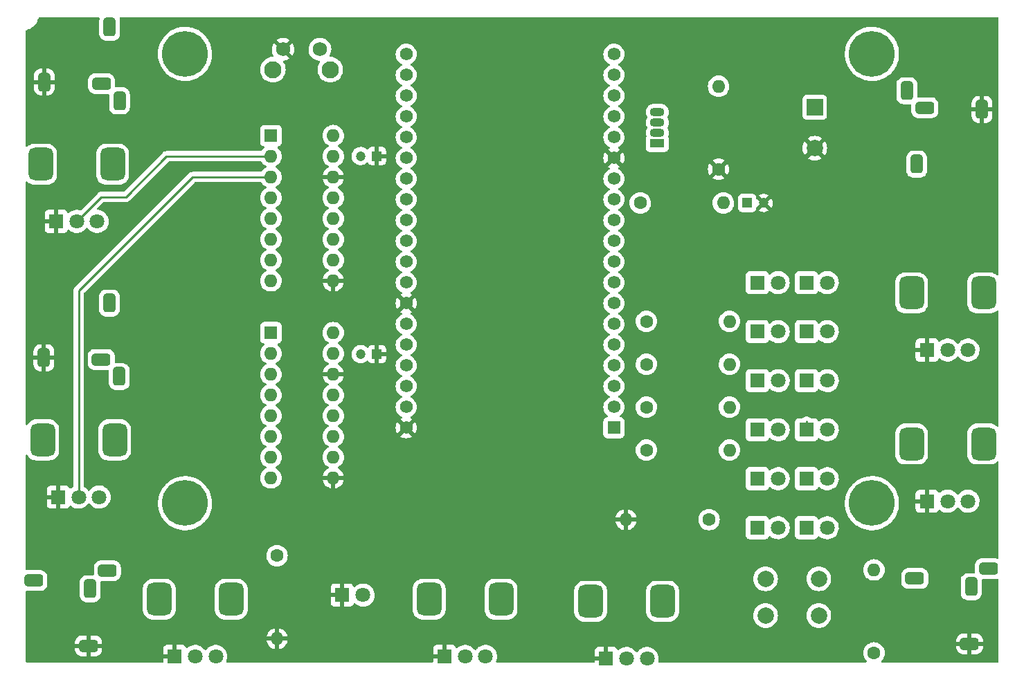
<source format=gbr>
%TF.GenerationSoftware,KiCad,Pcbnew,(6.0.4)*%
%TF.CreationDate,2022-09-14T23:52:42+02:00*%
%TF.ProjectId,Spikeling_V2.1,5370696b-656c-4696-9e67-5f56322e312e,rev?*%
%TF.SameCoordinates,Original*%
%TF.FileFunction,Copper,L2,Bot*%
%TF.FilePolarity,Positive*%
%FSLAX46Y46*%
G04 Gerber Fmt 4.6, Leading zero omitted, Abs format (unit mm)*
G04 Created by KiCad (PCBNEW (6.0.4)) date 2022-09-14 23:52:42*
%MOMM*%
%LPD*%
G01*
G04 APERTURE LIST*
G04 Aperture macros list*
%AMRoundRect*
0 Rectangle with rounded corners*
0 $1 Rounding radius*
0 $2 $3 $4 $5 $6 $7 $8 $9 X,Y pos of 4 corners*
0 Add a 4 corners polygon primitive as box body*
4,1,4,$2,$3,$4,$5,$6,$7,$8,$9,$2,$3,0*
0 Add four circle primitives for the rounded corners*
1,1,$1+$1,$2,$3*
1,1,$1+$1,$4,$5*
1,1,$1+$1,$6,$7*
1,1,$1+$1,$8,$9*
0 Add four rect primitives between the rounded corners*
20,1,$1+$1,$2,$3,$4,$5,0*
20,1,$1+$1,$4,$5,$6,$7,0*
20,1,$1+$1,$6,$7,$8,$9,0*
20,1,$1+$1,$8,$9,$2,$3,0*%
G04 Aperture macros list end*
%TA.AperFunction,ComponentPad*%
%ADD10C,1.560000*%
%TD*%
%TA.AperFunction,ComponentPad*%
%ADD11R,1.560000X1.560000*%
%TD*%
%TA.AperFunction,ComponentPad*%
%ADD12R,1.200000X1.200000*%
%TD*%
%TA.AperFunction,ComponentPad*%
%ADD13C,1.200000*%
%TD*%
%TA.AperFunction,ComponentPad*%
%ADD14C,2.100000*%
%TD*%
%TA.AperFunction,ComponentPad*%
%ADD15C,1.750000*%
%TD*%
%TA.AperFunction,ComponentPad*%
%ADD16RoundRect,0.381000X-0.762000X-0.381000X0.762000X-0.381000X0.762000X0.381000X-0.762000X0.381000X0*%
%TD*%
%TA.AperFunction,ComponentPad*%
%ADD17RoundRect,0.381000X-0.381000X0.762000X-0.381000X-0.762000X0.381000X-0.762000X0.381000X0.762000X0*%
%TD*%
%TA.AperFunction,ComponentPad*%
%ADD18RoundRect,0.381000X0.381000X-0.762000X0.381000X0.762000X-0.381000X0.762000X-0.381000X-0.762000X0*%
%TD*%
%TA.AperFunction,ComponentPad*%
%ADD19RoundRect,0.381000X0.762000X0.381000X-0.762000X0.381000X-0.762000X-0.381000X0.762000X-0.381000X0*%
%TD*%
%TA.AperFunction,ComponentPad*%
%ADD20C,1.600000*%
%TD*%
%TA.AperFunction,ComponentPad*%
%ADD21O,1.600000X1.600000*%
%TD*%
%TA.AperFunction,ComponentPad*%
%ADD22R,1.800000X1.800000*%
%TD*%
%TA.AperFunction,ComponentPad*%
%ADD23C,1.800000*%
%TD*%
%TA.AperFunction,ComponentPad*%
%ADD24RoundRect,0.750000X0.750000X-1.250000X0.750000X1.250000X-0.750000X1.250000X-0.750000X-1.250000X0*%
%TD*%
%TA.AperFunction,ComponentPad*%
%ADD25R,1.600000X1.600000*%
%TD*%
%TA.AperFunction,ComponentPad*%
%ADD26R,1.800000X1.070000*%
%TD*%
%TA.AperFunction,ComponentPad*%
%ADD27O,1.800000X1.070000*%
%TD*%
%TA.AperFunction,ComponentPad*%
%ADD28R,2.000000X2.000000*%
%TD*%
%TA.AperFunction,ComponentPad*%
%ADD29C,2.000000*%
%TD*%
%TA.AperFunction,ComponentPad*%
%ADD30C,5.600000*%
%TD*%
%TA.AperFunction,Conductor*%
%ADD31C,0.250000*%
%TD*%
G04 APERTURE END LIST*
D10*
%TO.P,U1,38,CLK*%
%TO.N,unconnected-(U1-Pad38)*%
X147050000Y-55040000D03*
%TO.P,U1,37,SD0*%
%TO.N,unconnected-(U1-Pad37)*%
X147050000Y-57580000D03*
%TO.P,U1,36,SD1*%
%TO.N,unconnected-(U1-Pad36)*%
X147050000Y-60120000D03*
%TO.P,U1,35,IO15*%
%TO.N,/15*%
X147050000Y-62660000D03*
%TO.P,U1,34,IO2*%
%TO.N,/02*%
X147050000Y-65200000D03*
%TO.P,U1,33,IO0*%
%TO.N,/00*%
X147050000Y-67740000D03*
%TO.P,U1,32,IO4*%
%TO.N,/04*%
X147050000Y-70280000D03*
%TO.P,U1,31,IO16*%
%TO.N,/16*%
X147050000Y-72820000D03*
%TO.P,U1,30,IO17*%
%TO.N,/17*%
X147050000Y-75360000D03*
%TO.P,U1,29,IO5*%
%TO.N,/05*%
X147050000Y-77900000D03*
%TO.P,U1,28,IO18*%
%TO.N,/18*%
X147050000Y-80440000D03*
%TO.P,U1,27,IO19*%
%TO.N,/19*%
X147050000Y-82980000D03*
%TO.P,U1,26,GND2*%
%TO.N,GNDREF*%
X147050000Y-85520000D03*
%TO.P,U1,25,IO21*%
%TO.N,/21*%
X147050000Y-88060000D03*
%TO.P,U1,24,RXD0*%
%TO.N,unconnected-(U1-Pad24)*%
X147050000Y-90600000D03*
%TO.P,U1,23,TXD0*%
%TO.N,unconnected-(U1-Pad23)*%
X147050000Y-93140000D03*
%TO.P,U1,22,IO22*%
%TO.N,/22*%
X147050000Y-95680000D03*
%TO.P,U1,21,IO23*%
%TO.N,/23*%
X147050000Y-98220000D03*
%TO.P,U1,20,GND3*%
%TO.N,GNDREF*%
X147050000Y-100760000D03*
%TO.P,U1,18,CMD*%
%TO.N,unconnected-(U1-Pad18)*%
X172450000Y-57580000D03*
%TO.P,U1,17,SD3*%
%TO.N,unconnected-(U1-Pad17)*%
X172450000Y-60120000D03*
%TO.P,U1,16,SD2*%
%TO.N,unconnected-(U1-Pad16)*%
X172450000Y-62660000D03*
%TO.P,U1,15,IO13*%
%TO.N,/13*%
X172450000Y-65200000D03*
%TO.P,U1,14,GND1*%
%TO.N,GNDREF*%
X172450000Y-67740000D03*
%TO.P,U1,13,IO12*%
%TO.N,/12*%
X172450000Y-70280000D03*
%TO.P,U1,12,IO14*%
%TO.N,/14*%
X172450000Y-72820000D03*
%TO.P,U1,11,IO27*%
%TO.N,/27*%
X172450000Y-75360000D03*
%TO.P,U1,10,IO26*%
%TO.N,/26*%
X172450000Y-77900000D03*
%TO.P,U1,9,IO25*%
%TO.N,/25*%
X172450000Y-80440000D03*
%TO.P,U1,8,IO33*%
%TO.N,/33*%
X172450000Y-82980000D03*
%TO.P,U1,7,IO32*%
%TO.N,/32*%
X172450000Y-85520000D03*
%TO.P,U1,6,IO35*%
%TO.N,/35*%
X172450000Y-88060000D03*
%TO.P,U1,5,IO34*%
%TO.N,/34*%
X172450000Y-90600000D03*
%TO.P,U1,4,SENSOR_VN*%
%TO.N,/39*%
X172450000Y-93140000D03*
%TO.P,U1,3,SENSOR_VP*%
%TO.N,unconnected-(U1-Pad3)*%
X172450000Y-95680000D03*
%TO.P,U1,19,EXT_5V*%
%TO.N,VCC*%
X172450000Y-55040000D03*
%TO.P,U1,2,EN*%
%TO.N,Net-(Reset_Button1-Pad2)*%
X172450000Y-98220000D03*
D11*
%TO.P,U1,1,3V3*%
%TO.N,+3V3*%
X172450000Y-100760000D03*
%TD*%
D12*
%TO.P,C2,1*%
%TO.N,GNDREF*%
X143472600Y-91750000D03*
D13*
%TO.P,C2,2*%
%TO.N,VCC*%
X141472600Y-91750000D03*
%TD*%
D12*
%TO.P,C1,1*%
%TO.N,GNDREF*%
X143472600Y-67500000D03*
D13*
%TO.P,C1,2*%
%TO.N,VCC*%
X141472600Y-67500000D03*
%TD*%
D14*
%TO.P,Reset_Button1,*%
%TO.N,*%
X130750000Y-56930000D03*
X137760000Y-56930000D03*
D15*
%TO.P,Reset_Button1,1,1*%
%TO.N,GNDREF*%
X132000000Y-54440000D03*
%TO.P,Reset_Button1,2,2*%
%TO.N,Net-(Reset_Button1-Pad2)*%
X136500000Y-54440000D03*
%TD*%
D16*
%TO.P,Synapse Out,*%
%TO.N,*%
X210468500Y-61600000D03*
D17*
%TO.P,Synapse Out,R*%
%TO.N,Net-(10\u03A9_RC1-Pad2)*%
X208268500Y-59500000D03*
D18*
%TO.P,Synapse Out,S*%
%TO.N,GNDREF*%
X217468500Y-61800000D03*
D17*
%TO.P,Synapse Out,T*%
%TO.N,/15*%
X209468500Y-68500000D03*
%TD*%
D19*
%TO.P,Synapse_in_2,*%
%TO.N,*%
X109750000Y-92400000D03*
D18*
%TO.P,Synapse_in_2,R*%
%TO.N,/201*%
X111950000Y-94500000D03*
D17*
%TO.P,Synapse_in_2,S*%
%TO.N,GNDREF*%
X102750000Y-92200000D03*
D18*
%TO.P,Synapse_in_2,T*%
%TO.N,/34*%
X110750000Y-85500000D03*
%TD*%
D19*
%TO.P,Synapse_In_1,*%
%TO.N,*%
X109781500Y-58650000D03*
D18*
%TO.P,Synapse_In_1,R*%
%TO.N,/200*%
X111981500Y-60750000D03*
D17*
%TO.P,Synapse_In_1,S*%
%TO.N,GNDREF*%
X102781500Y-58450000D03*
D18*
%TO.P,Synapse_In_1,T*%
%TO.N,/35*%
X110781500Y-51750000D03*
%TD*%
D17*
%TO.P,Stimulus_Out1,*%
%TO.N,*%
X216150000Y-120218500D03*
D19*
%TO.P,Stimulus_Out1,R*%
%TO.N,/26*%
X218250000Y-118018500D03*
D16*
%TO.P,Stimulus_Out1,S*%
%TO.N,GNDREF*%
X215950000Y-127218500D03*
D19*
%TO.P,Stimulus_Out1,T*%
%TO.N,Net-(100\u03A9_Stim-LED1-Pad2)*%
X209250000Y-119218500D03*
%TD*%
D17*
%TO.P,Current_In1,*%
%TO.N,*%
X108400000Y-120468500D03*
D19*
%TO.P,Current_In1,R*%
%TO.N,/203*%
X110500000Y-118268500D03*
D16*
%TO.P,Current_In1,S*%
%TO.N,GNDREF*%
X108200000Y-127468500D03*
D19*
%TO.P,Current_In1,T*%
%TO.N,unconnected-(Current_In1-PadT)*%
X101500000Y-119468500D03*
%TD*%
D20*
%TO.P,100\u03A9_Stim-LED1,1*%
%TO.N,/22*%
X204250000Y-128330000D03*
D21*
%TO.P,100\u03A9_Stim-LED1,2*%
%TO.N,Net-(100\u03A9_Stim-LED1-Pad2)*%
X204250000Y-118170000D03*
%TD*%
D20*
%TO.P,100\u03A9,1*%
%TO.N,GNDREF*%
X185250000Y-69130000D03*
D21*
%TO.P,100\u03A9,2*%
%TO.N,Net-(Spike_LED1-Pad1)*%
X185250000Y-58970000D03*
%TD*%
D20*
%TO.P,100\u03A9_CharliePlex4,1*%
%TO.N,/21*%
X176420000Y-103500000D03*
D21*
%TO.P,100\u03A9_CharliePlex4,2*%
%TO.N,Net-(100\u03A9_CharliePlex4-Pad2)*%
X186580000Y-103500000D03*
%TD*%
D20*
%TO.P,100\u03A9_CharliePlex3,1*%
%TO.N,/19*%
X176420000Y-98250000D03*
D21*
%TO.P,100\u03A9_CharliePlex3,2*%
%TO.N,Net-(100\u03A9_CharliePlex3-Pad2)*%
X186580000Y-98250000D03*
%TD*%
D20*
%TO.P,100\u03A9_CharliePlex2,1*%
%TO.N,/05*%
X176420000Y-93000000D03*
D21*
%TO.P,100\u03A9_CharliePlex2,2*%
%TO.N,Net-(100\u03A9_CharliePlex2-Pad2)*%
X186580000Y-93000000D03*
%TD*%
D20*
%TO.P,100\u03A9_CharliePlex1,1*%
%TO.N,/02*%
X176420000Y-87750000D03*
D21*
%TO.P,100\u03A9_CharliePlex1,2*%
%TO.N,Net-(100\u03A9_CharliePlex1-Pad2)*%
X186580000Y-87750000D03*
%TD*%
D20*
%TO.P,10\u03A9,1*%
%TO.N,/25*%
X175670000Y-73250000D03*
D21*
%TO.P,10\u03A9,2*%
%TO.N,Net-(10\u03A9_RC1-Pad2)*%
X185830000Y-73250000D03*
%TD*%
D20*
%TO.P,10k\u03A9_SW_pull-down1,1*%
%TO.N,/39*%
X184080000Y-112000000D03*
D21*
%TO.P,10k\u03A9_SW_pull-down1,2*%
%TO.N,GNDREF*%
X173920000Y-112000000D03*
%TD*%
D20*
%TO.P,10k\u03A9_PD_pull-down1,1*%
%TO.N,/202*%
X131250000Y-116420000D03*
D21*
%TO.P,10k\u03A9_PD_pull-down1,2*%
%TO.N,GNDREF*%
X131250000Y-126580000D03*
%TD*%
D22*
%TO.P,Mode4,1,K*%
%TO.N,Net-(100\u03A9_CharliePlex2-Pad2)*%
X190000000Y-95000000D03*
D23*
%TO.P,Mode4,2,A*%
%TO.N,Net-(100\u03A9_CharliePlex3-Pad2)*%
X192540000Y-95000000D03*
%TD*%
D22*
%TO.P,Noise1,1,1*%
%TO.N,GNDREF*%
X171500000Y-129000000D03*
D23*
%TO.P,Noise1,2,2*%
%TO.N,/106*%
X174000000Y-129000000D03*
%TO.P,Noise1,3,3*%
%TO.N,VCC*%
X176500000Y-129000000D03*
D24*
%TO.P,Noise1,MP*%
%TO.N,N/C*%
X169600000Y-122000000D03*
X178400000Y-122000000D03*
%TD*%
D22*
%TO.P,Voltage_Membrane1,1,1*%
%TO.N,GNDREF*%
X118750000Y-128750000D03*
D23*
%TO.P,Voltage_Membrane1,2,2*%
%TO.N,/100*%
X121250000Y-128750000D03*
%TO.P,Voltage_Membrane1,3,3*%
%TO.N,VCC*%
X123750000Y-128750000D03*
D24*
%TO.P,Voltage_Membrane1,MP*%
%TO.N,N/C*%
X116850000Y-121750000D03*
X125650000Y-121750000D03*
%TD*%
D25*
%TO.P,U3,1,CH0*%
%TO.N,/200*%
X130500000Y-89125000D03*
D21*
%TO.P,U3,2,CH1*%
%TO.N,/201*%
X130500000Y-91665000D03*
%TO.P,U3,3,CH2*%
%TO.N,/202*%
X130500000Y-94205000D03*
%TO.P,U3,4,CH3*%
%TO.N,/203*%
X130500000Y-96745000D03*
%TO.P,U3,5,CH4*%
%TO.N,/204*%
X130500000Y-99285000D03*
%TO.P,U3,6,CH5*%
%TO.N,/205*%
X130500000Y-101825000D03*
%TO.P,U3,7,CH6*%
%TO.N,/206*%
X130500000Y-104365000D03*
%TO.P,U3,8,CH7*%
%TO.N,/207*%
X130500000Y-106905000D03*
%TO.P,U3,9,DGND*%
%TO.N,GNDREF*%
X138120000Y-106905000D03*
%TO.P,U3,10,~{CS}/SHDN*%
%TO.N,/04*%
X138120000Y-104365000D03*
%TO.P,U3,11,Din*%
%TO.N,/32*%
X138120000Y-101825000D03*
%TO.P,U3,12,Dout*%
%TO.N,/33*%
X138120000Y-99285000D03*
%TO.P,U3,13,CLK*%
%TO.N,/18*%
X138120000Y-96745000D03*
%TO.P,U3,14,AGND*%
%TO.N,GNDREF*%
X138120000Y-94205000D03*
%TO.P,U3,15,Vref*%
%TO.N,VCC*%
X138120000Y-91665000D03*
%TO.P,U3,16,Vdd*%
X138120000Y-89125000D03*
%TD*%
D25*
%TO.P,U2,1,CH0*%
%TO.N,/100*%
X130500000Y-65000000D03*
D21*
%TO.P,U2,2,CH1*%
%TO.N,/101*%
X130500000Y-67540000D03*
%TO.P,U2,3,CH2*%
%TO.N,/102*%
X130500000Y-70080000D03*
%TO.P,U2,4,CH3*%
%TO.N,/103*%
X130500000Y-72620000D03*
%TO.P,U2,5,CH4*%
%TO.N,/104*%
X130500000Y-75160000D03*
%TO.P,U2,6,CH5*%
%TO.N,/105*%
X130500000Y-77700000D03*
%TO.P,U2,7,CH6*%
%TO.N,/106*%
X130500000Y-80240000D03*
%TO.P,U2,8,CH7*%
%TO.N,/107*%
X130500000Y-82780000D03*
%TO.P,U2,9,DGND*%
%TO.N,GNDREF*%
X138120000Y-82780000D03*
%TO.P,U2,10,~{CS}/SHDN*%
%TO.N,/00*%
X138120000Y-80240000D03*
%TO.P,U2,11,Din*%
%TO.N,/32*%
X138120000Y-77700000D03*
%TO.P,U2,12,Dout*%
%TO.N,/33*%
X138120000Y-75160000D03*
%TO.P,U2,13,CLK*%
%TO.N,/18*%
X138120000Y-72620000D03*
%TO.P,U2,14,AGND*%
%TO.N,GNDREF*%
X138120000Y-70080000D03*
%TO.P,U2,15,Vref*%
%TO.N,VCC*%
X138120000Y-67540000D03*
%TO.P,U2,16,Vdd*%
X138120000Y-65000000D03*
%TD*%
D22*
%TO.P,Synapse_2_Gain1,1,1*%
%TO.N,GNDREF*%
X104500000Y-109250000D03*
D23*
%TO.P,Synapse_2_Gain1,2,2*%
%TO.N,/102*%
X107000000Y-109250000D03*
%TO.P,Synapse_2_Gain1,3,3*%
%TO.N,VCC*%
X109500000Y-109250000D03*
D24*
%TO.P,Synapse_2_Gain1,MP*%
%TO.N,N/C*%
X102600000Y-102250000D03*
X111400000Y-102250000D03*
%TD*%
D22*
%TO.P,Synapse_1_Gain1,1,1*%
%TO.N,GNDREF*%
X104250000Y-75500000D03*
D23*
%TO.P,Synapse_1_Gain1,2,2*%
%TO.N,/101*%
X106750000Y-75500000D03*
%TO.P,Synapse_1_Gain1,3,3*%
%TO.N,VCC*%
X109250000Y-75500000D03*
D24*
%TO.P,Synapse_1_Gain1,MP*%
%TO.N,N/C*%
X102350000Y-68500000D03*
X111150000Y-68500000D03*
%TD*%
D22*
%TO.P,Stimulus_Strength1,1,1*%
%TO.N,GNDREF*%
X210750000Y-109750000D03*
D23*
%TO.P,Stimulus_Strength1,2,2*%
%TO.N,/104*%
X213250000Y-109750000D03*
%TO.P,Stimulus_Strength1,3,3*%
%TO.N,VCC*%
X215750000Y-109750000D03*
D24*
%TO.P,Stimulus_Strength1,MP*%
%TO.N,N/C*%
X208850000Y-102750000D03*
X217650000Y-102750000D03*
%TD*%
D22*
%TO.P,Stimulus_Frequency1,1,1*%
%TO.N,GNDREF*%
X210750000Y-91250000D03*
D23*
%TO.P,Stimulus_Frequency1,2,2*%
%TO.N,/105*%
X213250000Y-91250000D03*
%TO.P,Stimulus_Frequency1,3,3*%
%TO.N,VCC*%
X215750000Y-91250000D03*
D24*
%TO.P,Stimulus_Frequency1,MP*%
%TO.N,N/C*%
X208850000Y-84250000D03*
X217650000Y-84250000D03*
%TD*%
D26*
%TO.P,Spike_LED,1,K*%
%TO.N,Net-(Spike_LED1-Pad1)*%
X177750000Y-65950000D03*
D27*
%TO.P,Spike_LED,2,RA*%
%TO.N,/27*%
X177750000Y-64680000D03*
%TO.P,Spike_LED,3,GA*%
%TO.N,/14*%
X177750000Y-63410000D03*
%TO.P,Spike_LED,4,BA*%
%TO.N,/12*%
X177750000Y-62140000D03*
%TD*%
D28*
%TO.P,Spike_Buzzer,1,-*%
%TO.N,/13*%
X197000000Y-61550000D03*
D29*
%TO.P,Spike_Buzzer,2,+*%
%TO.N,GNDREF*%
X197000000Y-66550000D03*
%TD*%
D22*
%TO.P,Photodiode_Gain1,1,1*%
%TO.N,GNDREF*%
X151750000Y-128750000D03*
D23*
%TO.P,Photodiode_Gain1,2,2*%
%TO.N,/103*%
X154250000Y-128750000D03*
%TO.P,Photodiode_Gain1,3,3*%
%TO.N,VCC*%
X156750000Y-128750000D03*
D24*
%TO.P,Photodiode_Gain1,MP*%
%TO.N,N/C*%
X149850000Y-121750000D03*
X158650000Y-121750000D03*
%TD*%
D30*
%TO.P, ,1*%
%TO.N,N/C*%
X120000000Y-55000000D03*
%TD*%
D22*
%TO.P,Mode6,1,K*%
%TO.N,Net-(100\u03A9_CharliePlex3-Pad2)*%
X190000000Y-83000000D03*
D23*
%TO.P,Mode6,2,A*%
%TO.N,Net-(100\u03A9_CharliePlex4-Pad2)*%
X192540000Y-83000000D03*
%TD*%
D22*
%TO.P,Mode1,1,K*%
%TO.N,Net-(100\u03A9_CharliePlex2-Pad2)*%
X190000000Y-113000000D03*
D23*
%TO.P,Mode1,2,A*%
%TO.N,Net-(100\u03A9_CharliePlex1-Pad2)*%
X192540000Y-113000000D03*
%TD*%
D22*
%TO.P,Mode3,1,K*%
%TO.N,Net-(100\u03A9_CharliePlex3-Pad2)*%
X190000000Y-101000000D03*
D23*
%TO.P,Mode3,2,A*%
%TO.N,Net-(100\u03A9_CharliePlex2-Pad2)*%
X192540000Y-101000000D03*
%TD*%
D30*
%TO.P, ,1*%
%TO.N,N/C*%
X204000000Y-55000000D03*
%TD*%
D22*
%TO.P,Mode10,1,K*%
%TO.N,Net-(100\u03A9_CharliePlex2-Pad2)*%
X196000000Y-95000000D03*
D23*
%TO.P,Mode10,2,A*%
%TO.N,Net-(100\u03A9_CharliePlex4-Pad2)*%
X198540000Y-95000000D03*
%TD*%
D22*
%TO.P,Mode8,1,K*%
%TO.N,Net-(100\u03A9_CharliePlex1-Pad2)*%
X196000000Y-107000000D03*
D23*
%TO.P,Mode8,2,A*%
%TO.N,Net-(100\u03A9_CharliePlex3-Pad2)*%
X198540000Y-107000000D03*
%TD*%
D22*
%TO.P,Mode12,1,K*%
%TO.N,Net-(100\u03A9_CharliePlex1-Pad2)*%
X196000000Y-83000000D03*
D23*
%TO.P,Mode12,2,A*%
%TO.N,Net-(100\u03A9_CharliePlex4-Pad2)*%
X198540000Y-83000000D03*
%TD*%
D22*
%TO.P,Mode11,1,K*%
%TO.N,Net-(100\u03A9_CharliePlex4-Pad2)*%
X196000000Y-89000000D03*
D23*
%TO.P,Mode11,2,A*%
%TO.N,Net-(100\u03A9_CharliePlex1-Pad2)*%
X198540000Y-89000000D03*
%TD*%
D22*
%TO.P,Mode9,1,K*%
%TO.N,Net-(100\u03A9_CharliePlex4-Pad2)*%
X196000000Y-101000000D03*
D23*
%TO.P,Mode9,2,A*%
%TO.N,Net-(100\u03A9_CharliePlex2-Pad2)*%
X198540000Y-101000000D03*
%TD*%
D22*
%TO.P,Photodiode1,1,K*%
%TO.N,GNDREF*%
X139225000Y-121250000D03*
D23*
%TO.P,Photodiode1,2,A*%
%TO.N,/202*%
X141765000Y-121250000D03*
%TD*%
D22*
%TO.P,Mode2,1,K*%
%TO.N,Net-(100\u03A9_CharliePlex1-Pad2)*%
X190000000Y-107000000D03*
D23*
%TO.P,Mode2,2,A*%
%TO.N,Net-(100\u03A9_CharliePlex2-Pad2)*%
X192540000Y-107000000D03*
%TD*%
D30*
%TO.P, ,1*%
%TO.N,N/C*%
X204000000Y-110000000D03*
%TD*%
D12*
%TO.P,1nF,1*%
%TO.N,Net-(10\u03A9_RC1-Pad2)*%
X188750000Y-73250000D03*
D13*
%TO.P,1nF,2*%
%TO.N,GNDREF*%
X190750000Y-73250000D03*
%TD*%
D30*
%TO.P, ,1*%
%TO.N,N/C*%
X120000000Y-110000000D03*
%TD*%
D29*
%TO.P,Mode_Button1,1,1*%
%TO.N,/39*%
X191000000Y-119250000D03*
X197500000Y-119250000D03*
%TO.P,Mode_Button1,2,2*%
%TO.N,VCC*%
X197500000Y-123750000D03*
X191000000Y-123750000D03*
%TD*%
D22*
%TO.P,Mode7,1,K*%
%TO.N,Net-(100\u03A9_CharliePlex3-Pad2)*%
X196000000Y-113000000D03*
D23*
%TO.P,Mode7,2,A*%
%TO.N,Net-(100\u03A9_CharliePlex1-Pad2)*%
X198540000Y-113000000D03*
%TD*%
D22*
%TO.P,Mode5,1,K*%
%TO.N,Net-(100\u03A9_CharliePlex4-Pad2)*%
X190000000Y-89000000D03*
D23*
%TO.P,Mode5,2,A*%
%TO.N,Net-(100\u03A9_CharliePlex3-Pad2)*%
X192540000Y-89000000D03*
%TD*%
D31*
%TO.N,/102*%
X120920000Y-70080000D02*
X130500000Y-70080000D01*
X107000000Y-84000000D02*
X120920000Y-70080000D01*
X107000000Y-109250000D02*
X107000000Y-84000000D01*
%TO.N,/101*%
X117710000Y-67540000D02*
X130500000Y-67540000D01*
X112750000Y-72500000D02*
X117710000Y-67540000D01*
X109750000Y-72500000D02*
X112750000Y-72500000D01*
X106750000Y-75500000D02*
X109750000Y-72500000D01*
%TO.N,/39*%
X191000000Y-118920000D02*
X191000000Y-119250000D01*
%TO.N,Net-(100\u03A9_CharliePlex4-Pad2)*%
X196000000Y-101000000D02*
X196000000Y-100000000D01*
%TD*%
%TA.AperFunction,Conductor*%
%TO.N,GNDREF*%
G36*
X109512060Y-50528502D02*
G01*
X109558553Y-50582158D01*
X109568657Y-50652432D01*
X109564792Y-50667285D01*
X109565506Y-50667476D01*
X109527305Y-50810045D01*
X109517112Y-50848085D01*
X109516659Y-50853841D01*
X109511295Y-50921998D01*
X109511000Y-50925742D01*
X109511000Y-52574258D01*
X109517112Y-52651915D01*
X109518605Y-52657488D01*
X109518606Y-52657492D01*
X109536275Y-52723432D01*
X109565506Y-52832524D01*
X109650393Y-52999125D01*
X109654546Y-53004254D01*
X109654547Y-53004255D01*
X109723620Y-53089552D01*
X109768064Y-53144436D01*
X109773190Y-53148587D01*
X109790521Y-53162621D01*
X109913375Y-53262107D01*
X110079976Y-53346994D01*
X110086349Y-53348702D01*
X110086350Y-53348702D01*
X110255008Y-53393894D01*
X110255012Y-53393895D01*
X110260585Y-53395388D01*
X110266341Y-53395841D01*
X110335786Y-53401307D01*
X110335794Y-53401307D01*
X110338242Y-53401500D01*
X111224758Y-53401500D01*
X111227206Y-53401307D01*
X111227214Y-53401307D01*
X111296659Y-53395841D01*
X111302415Y-53395388D01*
X111307988Y-53393895D01*
X111307992Y-53393894D01*
X111476650Y-53348702D01*
X111476651Y-53348702D01*
X111483024Y-53346994D01*
X111649625Y-53262107D01*
X111772480Y-53162621D01*
X111789810Y-53148587D01*
X111794936Y-53144436D01*
X111839380Y-53089552D01*
X111908453Y-53004255D01*
X111908454Y-53004254D01*
X111912607Y-52999125D01*
X111997494Y-52832524D01*
X112026725Y-52723432D01*
X112044394Y-52657492D01*
X112044395Y-52657488D01*
X112045888Y-52651915D01*
X112052000Y-52574258D01*
X112052000Y-50925742D01*
X112051706Y-50921998D01*
X112046341Y-50853841D01*
X112045888Y-50848085D01*
X112035696Y-50810045D01*
X111997494Y-50667476D01*
X112000374Y-50666704D01*
X111995698Y-50608858D01*
X112029145Y-50546233D01*
X112091139Y-50511633D01*
X112119061Y-50508500D01*
X219365500Y-50508500D01*
X219433621Y-50528502D01*
X219480114Y-50582158D01*
X219491500Y-50634500D01*
X219491500Y-82007403D01*
X219471498Y-82075524D01*
X219417842Y-82122017D01*
X219347568Y-82132121D01*
X219282988Y-82102627D01*
X219276405Y-82096498D01*
X219210527Y-82030620D01*
X219068348Y-81931803D01*
X219030661Y-81905610D01*
X219030659Y-81905609D01*
X219026055Y-81902409D01*
X218821794Y-81808890D01*
X218816361Y-81807495D01*
X218609396Y-81754356D01*
X218609395Y-81754356D01*
X218604200Y-81753022D01*
X218550295Y-81748638D01*
X218465092Y-81741707D01*
X218465082Y-81741707D01*
X218462542Y-81741500D01*
X216837458Y-81741500D01*
X216834918Y-81741707D01*
X216834908Y-81741707D01*
X216749705Y-81748638D01*
X216695800Y-81753022D01*
X216690605Y-81754356D01*
X216690604Y-81754356D01*
X216483639Y-81807495D01*
X216478206Y-81808890D01*
X216273945Y-81902409D01*
X216269341Y-81905609D01*
X216269339Y-81905610D01*
X216231652Y-81931803D01*
X216089473Y-82030620D01*
X215930620Y-82189473D01*
X215802409Y-82373945D01*
X215708890Y-82578206D01*
X215707495Y-82583638D01*
X215707495Y-82583639D01*
X215658538Y-82774318D01*
X215653022Y-82795800D01*
X215641500Y-82937458D01*
X215641500Y-85562542D01*
X215653022Y-85704200D01*
X215708890Y-85921794D01*
X215802409Y-86126055D01*
X215930620Y-86310527D01*
X216089473Y-86469380D01*
X216220644Y-86560546D01*
X216265472Y-86591702D01*
X216273945Y-86597591D01*
X216478206Y-86691110D01*
X216483638Y-86692505D01*
X216483639Y-86692505D01*
X216671127Y-86740643D01*
X216695800Y-86746978D01*
X216749705Y-86751362D01*
X216834908Y-86758293D01*
X216834918Y-86758293D01*
X216837458Y-86758500D01*
X218462542Y-86758500D01*
X218465082Y-86758293D01*
X218465092Y-86758293D01*
X218550295Y-86751362D01*
X218604200Y-86746978D01*
X218628874Y-86740643D01*
X218816361Y-86692505D01*
X218816362Y-86692505D01*
X218821794Y-86691110D01*
X219026055Y-86597591D01*
X219034529Y-86591702D01*
X219079356Y-86560546D01*
X219210527Y-86469380D01*
X219276405Y-86403502D01*
X219338717Y-86369476D01*
X219409532Y-86374541D01*
X219466368Y-86417088D01*
X219491179Y-86483608D01*
X219491500Y-86492597D01*
X219491500Y-100507403D01*
X219471498Y-100575524D01*
X219417842Y-100622017D01*
X219347568Y-100632121D01*
X219282988Y-100602627D01*
X219276405Y-100596498D01*
X219210527Y-100530620D01*
X219058342Y-100424849D01*
X219030661Y-100405610D01*
X219030659Y-100405609D01*
X219026055Y-100402409D01*
X218821794Y-100308890D01*
X218765191Y-100294357D01*
X218609396Y-100254356D01*
X218609395Y-100254356D01*
X218604200Y-100253022D01*
X218550295Y-100248638D01*
X218465092Y-100241707D01*
X218465082Y-100241707D01*
X218462542Y-100241500D01*
X216837458Y-100241500D01*
X216834918Y-100241707D01*
X216834908Y-100241707D01*
X216749705Y-100248638D01*
X216695800Y-100253022D01*
X216690605Y-100254356D01*
X216690604Y-100254356D01*
X216534809Y-100294357D01*
X216478206Y-100308890D01*
X216273945Y-100402409D01*
X216269341Y-100405609D01*
X216269339Y-100405610D01*
X216241658Y-100424849D01*
X216089473Y-100530620D01*
X215930620Y-100689473D01*
X215802409Y-100873945D01*
X215708890Y-101078206D01*
X215707495Y-101083638D01*
X215707495Y-101083639D01*
X215695073Y-101132022D01*
X215653022Y-101295800D01*
X215652587Y-101301151D01*
X215643655Y-101410968D01*
X215641500Y-101437458D01*
X215641500Y-104062542D01*
X215641707Y-104065082D01*
X215641707Y-104065092D01*
X215647117Y-104131598D01*
X215653022Y-104204200D01*
X215708890Y-104421794D01*
X215802409Y-104626055D01*
X215930620Y-104810527D01*
X216089473Y-104969380D01*
X216273945Y-105097591D01*
X216478206Y-105191110D01*
X216695800Y-105246978D01*
X216749705Y-105251362D01*
X216834908Y-105258293D01*
X216834918Y-105258293D01*
X216837458Y-105258500D01*
X218462542Y-105258500D01*
X218465082Y-105258293D01*
X218465092Y-105258293D01*
X218550295Y-105251362D01*
X218604200Y-105246978D01*
X218821794Y-105191110D01*
X219026055Y-105097591D01*
X219210527Y-104969380D01*
X219276405Y-104903502D01*
X219338717Y-104869476D01*
X219409532Y-104874541D01*
X219466368Y-104917088D01*
X219491179Y-104983608D01*
X219491500Y-104992597D01*
X219491500Y-116680939D01*
X219471498Y-116749060D01*
X219417842Y-116795553D01*
X219347568Y-116805657D01*
X219332715Y-116801792D01*
X219332524Y-116802506D01*
X219157492Y-116755606D01*
X219157488Y-116755605D01*
X219151915Y-116754112D01*
X219140534Y-116753216D01*
X219076714Y-116748193D01*
X219076706Y-116748193D01*
X219074258Y-116748000D01*
X217425742Y-116748000D01*
X217423294Y-116748193D01*
X217423286Y-116748193D01*
X217359466Y-116753216D01*
X217348085Y-116754112D01*
X217342512Y-116755605D01*
X217342508Y-116755606D01*
X217193425Y-116795553D01*
X217167476Y-116802506D01*
X217000875Y-116887393D01*
X216995746Y-116891546D01*
X216995745Y-116891547D01*
X216864287Y-116998000D01*
X216855564Y-117005064D01*
X216851413Y-117010190D01*
X216748406Y-117137393D01*
X216737893Y-117150375D01*
X216653006Y-117316976D01*
X216651298Y-117323349D01*
X216651298Y-117323350D01*
X216622894Y-117429357D01*
X216604612Y-117497585D01*
X216604159Y-117503341D01*
X216599151Y-117566976D01*
X216598500Y-117575242D01*
X216598500Y-118441000D01*
X216578498Y-118509121D01*
X216524842Y-118555614D01*
X216472500Y-118567000D01*
X215706742Y-118567000D01*
X215704294Y-118567193D01*
X215704286Y-118567193D01*
X215640466Y-118572216D01*
X215629085Y-118573112D01*
X215623512Y-118574605D01*
X215623508Y-118574606D01*
X215454850Y-118619798D01*
X215448476Y-118621506D01*
X215281875Y-118706393D01*
X215276746Y-118710546D01*
X215276745Y-118710547D01*
X215199887Y-118772786D01*
X215136564Y-118824064D01*
X215132413Y-118829190D01*
X215029406Y-118956393D01*
X215018893Y-118969375D01*
X214934006Y-119135976D01*
X214932298Y-119142349D01*
X214932298Y-119142350D01*
X214888048Y-119307495D01*
X214885612Y-119316585D01*
X214885159Y-119322341D01*
X214880151Y-119385976D01*
X214879500Y-119394242D01*
X214879500Y-121042758D01*
X214885612Y-121120415D01*
X214887105Y-121125988D01*
X214887106Y-121125992D01*
X214931791Y-121292758D01*
X214934006Y-121301024D01*
X215018893Y-121467625D01*
X215136564Y-121612936D01*
X215141690Y-121617087D01*
X215272179Y-121722755D01*
X215281875Y-121730607D01*
X215448476Y-121815494D01*
X215454849Y-121817202D01*
X215454850Y-121817202D01*
X215623508Y-121862394D01*
X215623512Y-121862395D01*
X215629085Y-121863888D01*
X215634841Y-121864341D01*
X215704286Y-121869807D01*
X215704294Y-121869807D01*
X215706742Y-121870000D01*
X216593258Y-121870000D01*
X216595706Y-121869807D01*
X216595714Y-121869807D01*
X216665159Y-121864341D01*
X216670915Y-121863888D01*
X216676488Y-121862395D01*
X216676492Y-121862394D01*
X216845150Y-121817202D01*
X216845151Y-121817202D01*
X216851524Y-121815494D01*
X217018125Y-121730607D01*
X217027822Y-121722755D01*
X217158310Y-121617087D01*
X217163436Y-121612936D01*
X217281107Y-121467625D01*
X217365994Y-121301024D01*
X217368209Y-121292758D01*
X217412894Y-121125992D01*
X217412895Y-121125988D01*
X217414388Y-121120415D01*
X217420500Y-121042758D01*
X217420500Y-119415000D01*
X217440502Y-119346879D01*
X217494158Y-119300386D01*
X217546500Y-119289000D01*
X219074258Y-119289000D01*
X219076706Y-119288807D01*
X219076714Y-119288807D01*
X219146159Y-119283341D01*
X219151915Y-119282888D01*
X219157488Y-119281395D01*
X219157492Y-119281394D01*
X219332524Y-119234494D01*
X219333296Y-119237374D01*
X219391142Y-119232698D01*
X219453767Y-119266145D01*
X219488367Y-119328139D01*
X219491500Y-119356061D01*
X219491500Y-129365500D01*
X219471498Y-129433621D01*
X219417842Y-129480114D01*
X219365500Y-129491500D01*
X205243188Y-129491500D01*
X205175067Y-129471498D01*
X205128574Y-129417842D01*
X205118470Y-129347568D01*
X205147964Y-129282988D01*
X205154093Y-129276405D01*
X205256198Y-129174300D01*
X205387523Y-128986749D01*
X205389846Y-128981767D01*
X205389849Y-128981762D01*
X205481961Y-128784225D01*
X205481961Y-128784224D01*
X205484284Y-128779243D01*
X205493019Y-128746646D01*
X205542119Y-128563402D01*
X205542119Y-128563400D01*
X205543543Y-128558087D01*
X205563498Y-128330000D01*
X205543543Y-128101913D01*
X205539512Y-128086868D01*
X205485707Y-127886067D01*
X205485706Y-127886065D01*
X205484284Y-127880757D01*
X205475877Y-127862727D01*
X205389849Y-127678238D01*
X205389846Y-127678233D01*
X205387523Y-127673251D01*
X205377723Y-127659255D01*
X214299000Y-127659255D01*
X214299193Y-127664181D01*
X214304655Y-127733581D01*
X214306602Y-127744913D01*
X214351767Y-127913470D01*
X214356471Y-127925723D01*
X214435318Y-128080468D01*
X214442470Y-128091482D01*
X214551768Y-128226455D01*
X214561045Y-128235732D01*
X214696018Y-128345030D01*
X214707032Y-128352182D01*
X214861777Y-128431029D01*
X214874030Y-128435733D01*
X215042587Y-128480898D01*
X215053919Y-128482845D01*
X215123319Y-128488307D01*
X215128245Y-128488500D01*
X215677885Y-128488500D01*
X215693124Y-128484025D01*
X215694329Y-128482635D01*
X215696000Y-128474952D01*
X215696000Y-128470385D01*
X216204000Y-128470385D01*
X216208475Y-128485624D01*
X216209865Y-128486829D01*
X216217548Y-128488500D01*
X216771755Y-128488500D01*
X216776681Y-128488307D01*
X216846081Y-128482845D01*
X216857413Y-128480898D01*
X217025970Y-128435733D01*
X217038223Y-128431029D01*
X217192968Y-128352182D01*
X217203982Y-128345030D01*
X217338955Y-128235732D01*
X217348232Y-128226455D01*
X217457530Y-128091482D01*
X217464682Y-128080468D01*
X217543529Y-127925723D01*
X217548233Y-127913470D01*
X217593398Y-127744913D01*
X217595345Y-127733581D01*
X217600807Y-127664181D01*
X217601000Y-127659255D01*
X217601000Y-127490615D01*
X217596525Y-127475376D01*
X217595135Y-127474171D01*
X217587452Y-127472500D01*
X216222115Y-127472500D01*
X216206876Y-127476975D01*
X216205671Y-127478365D01*
X216204000Y-127486048D01*
X216204000Y-128470385D01*
X215696000Y-128470385D01*
X215696000Y-127490615D01*
X215691525Y-127475376D01*
X215690135Y-127474171D01*
X215682452Y-127472500D01*
X214317115Y-127472500D01*
X214301876Y-127476975D01*
X214300671Y-127478365D01*
X214299000Y-127486048D01*
X214299000Y-127659255D01*
X205377723Y-127659255D01*
X205256198Y-127485700D01*
X205094300Y-127323802D01*
X205089792Y-127320645D01*
X205089789Y-127320643D01*
X204938201Y-127214500D01*
X204906749Y-127192477D01*
X204901767Y-127190154D01*
X204901762Y-127190151D01*
X204704225Y-127098039D01*
X204704224Y-127098039D01*
X204699243Y-127095716D01*
X204693935Y-127094294D01*
X204693933Y-127094293D01*
X204483402Y-127037881D01*
X204483400Y-127037881D01*
X204478087Y-127036457D01*
X204250000Y-127016502D01*
X204021913Y-127036457D01*
X204016600Y-127037881D01*
X204016598Y-127037881D01*
X203806067Y-127094293D01*
X203806065Y-127094294D01*
X203800757Y-127095716D01*
X203795776Y-127098039D01*
X203795775Y-127098039D01*
X203598238Y-127190151D01*
X203598233Y-127190154D01*
X203593251Y-127192477D01*
X203561799Y-127214500D01*
X203410211Y-127320643D01*
X203410208Y-127320645D01*
X203405700Y-127323802D01*
X203243802Y-127485700D01*
X203112477Y-127673251D01*
X203110154Y-127678233D01*
X203110151Y-127678238D01*
X203024123Y-127862727D01*
X203015716Y-127880757D01*
X203014294Y-127886065D01*
X203014293Y-127886067D01*
X202960488Y-128086868D01*
X202956457Y-128101913D01*
X202936502Y-128330000D01*
X202956457Y-128558087D01*
X202957881Y-128563400D01*
X202957881Y-128563402D01*
X203006982Y-128746646D01*
X203015716Y-128779243D01*
X203018039Y-128784224D01*
X203018039Y-128784225D01*
X203110151Y-128981762D01*
X203110154Y-128981767D01*
X203112477Y-128986749D01*
X203243802Y-129174300D01*
X203345907Y-129276405D01*
X203379933Y-129338717D01*
X203374868Y-129409532D01*
X203332321Y-129466368D01*
X203265801Y-129491179D01*
X203256812Y-129491500D01*
X177992791Y-129491500D01*
X177924670Y-129471498D01*
X177878177Y-129417842D01*
X177868073Y-129347568D01*
X177872232Y-129328873D01*
X177879904Y-129303621D01*
X177881408Y-129298671D01*
X177911640Y-129069041D01*
X177913327Y-129000000D01*
X177903297Y-128878000D01*
X177894773Y-128774318D01*
X177894772Y-128774312D01*
X177894349Y-128769167D01*
X177866137Y-128656850D01*
X177839184Y-128549544D01*
X177839183Y-128549540D01*
X177837925Y-128544533D01*
X177835866Y-128539797D01*
X177747630Y-128336868D01*
X177747628Y-128336865D01*
X177745570Y-128332131D01*
X177619764Y-128137665D01*
X177463887Y-127966358D01*
X177459836Y-127963159D01*
X177459832Y-127963155D01*
X177286177Y-127826011D01*
X177286172Y-127826008D01*
X177282123Y-127822810D01*
X177277607Y-127820317D01*
X177277604Y-127820315D01*
X177083879Y-127713373D01*
X177083875Y-127713371D01*
X177079355Y-127710876D01*
X177074486Y-127709152D01*
X177074482Y-127709150D01*
X176865903Y-127635288D01*
X176865899Y-127635287D01*
X176861028Y-127633562D01*
X176855935Y-127632655D01*
X176855932Y-127632654D01*
X176638095Y-127593851D01*
X176638089Y-127593850D01*
X176633006Y-127592945D01*
X176555644Y-127592000D01*
X176406581Y-127590179D01*
X176406579Y-127590179D01*
X176401411Y-127590116D01*
X176172464Y-127625150D01*
X175952314Y-127697106D01*
X175947726Y-127699494D01*
X175947722Y-127699496D01*
X175860477Y-127744913D01*
X175746872Y-127804052D01*
X175742739Y-127807155D01*
X175742736Y-127807157D01*
X175580228Y-127929172D01*
X175561655Y-127943117D01*
X175531975Y-127974175D01*
X175457701Y-128051899D01*
X175401639Y-128110564D01*
X175354836Y-128179174D01*
X175299927Y-128224175D01*
X175229402Y-128232346D01*
X175165655Y-128201092D01*
X175144959Y-128176609D01*
X175122577Y-128142013D01*
X175122574Y-128142009D01*
X175119764Y-128137665D01*
X174963887Y-127966358D01*
X174959836Y-127963159D01*
X174959832Y-127963155D01*
X174786177Y-127826011D01*
X174786172Y-127826008D01*
X174782123Y-127822810D01*
X174777607Y-127820317D01*
X174777604Y-127820315D01*
X174583879Y-127713373D01*
X174583875Y-127713371D01*
X174579355Y-127710876D01*
X174574486Y-127709152D01*
X174574482Y-127709150D01*
X174365903Y-127635288D01*
X174365899Y-127635287D01*
X174361028Y-127633562D01*
X174355935Y-127632655D01*
X174355932Y-127632654D01*
X174138095Y-127593851D01*
X174138089Y-127593850D01*
X174133006Y-127592945D01*
X174055644Y-127592000D01*
X173906581Y-127590179D01*
X173906579Y-127590179D01*
X173901411Y-127590116D01*
X173672464Y-127625150D01*
X173452314Y-127697106D01*
X173447726Y-127699494D01*
X173447722Y-127699496D01*
X173360477Y-127744913D01*
X173246872Y-127804052D01*
X173242739Y-127807155D01*
X173242736Y-127807157D01*
X173080228Y-127929172D01*
X173061655Y-127943117D01*
X173061066Y-127942333D01*
X173001346Y-127970484D01*
X172930955Y-127961231D01*
X172876741Y-127915391D01*
X172863925Y-127890224D01*
X172853323Y-127861944D01*
X172844786Y-127846351D01*
X172768285Y-127744276D01*
X172755724Y-127731715D01*
X172653649Y-127655214D01*
X172638054Y-127646676D01*
X172517606Y-127601522D01*
X172502351Y-127597895D01*
X172451486Y-127592369D01*
X172444672Y-127592000D01*
X171772115Y-127592000D01*
X171756876Y-127596475D01*
X171755671Y-127597865D01*
X171754000Y-127605548D01*
X171754000Y-129128000D01*
X171733998Y-129196121D01*
X171680342Y-129242614D01*
X171628000Y-129254000D01*
X170110116Y-129254000D01*
X170094877Y-129258475D01*
X170093672Y-129259865D01*
X170092001Y-129267548D01*
X170092001Y-129365500D01*
X170071999Y-129433621D01*
X170018343Y-129480114D01*
X169966001Y-129491500D01*
X158157566Y-129491500D01*
X158089445Y-129471498D01*
X158042952Y-129417842D01*
X158032848Y-129347568D01*
X158044608Y-129309674D01*
X158052582Y-129293541D01*
X158064078Y-129270280D01*
X158131408Y-129048671D01*
X158161640Y-128819041D01*
X158162491Y-128784225D01*
X158163245Y-128753365D01*
X158163245Y-128753361D01*
X158163327Y-128750000D01*
X158161509Y-128727885D01*
X170092000Y-128727885D01*
X170096475Y-128743124D01*
X170097865Y-128744329D01*
X170105548Y-128746000D01*
X171227885Y-128746000D01*
X171243124Y-128741525D01*
X171244329Y-128740135D01*
X171246000Y-128732452D01*
X171246000Y-127610116D01*
X171241525Y-127594877D01*
X171240135Y-127593672D01*
X171232452Y-127592001D01*
X170555331Y-127592001D01*
X170548510Y-127592371D01*
X170497648Y-127597895D01*
X170482396Y-127601521D01*
X170361946Y-127646676D01*
X170346351Y-127655214D01*
X170244276Y-127731715D01*
X170231715Y-127744276D01*
X170155214Y-127846351D01*
X170146676Y-127861946D01*
X170101522Y-127982394D01*
X170097895Y-127997649D01*
X170092369Y-128048514D01*
X170092000Y-128055328D01*
X170092000Y-128727885D01*
X158161509Y-128727885D01*
X158147549Y-128558087D01*
X158144773Y-128524318D01*
X158144772Y-128524312D01*
X158144349Y-128519167D01*
X158116137Y-128406850D01*
X158089184Y-128299544D01*
X158089183Y-128299540D01*
X158087925Y-128294533D01*
X158062358Y-128235732D01*
X157997630Y-128086868D01*
X157997628Y-128086865D01*
X157995570Y-128082131D01*
X157869764Y-127887665D01*
X157713887Y-127716358D01*
X157709836Y-127713159D01*
X157709832Y-127713155D01*
X157536177Y-127576011D01*
X157536172Y-127576008D01*
X157532123Y-127572810D01*
X157527607Y-127570317D01*
X157527604Y-127570315D01*
X157333879Y-127463373D01*
X157333875Y-127463371D01*
X157329355Y-127460876D01*
X157324486Y-127459152D01*
X157324482Y-127459150D01*
X157115903Y-127385288D01*
X157115899Y-127385287D01*
X157111028Y-127383562D01*
X157105935Y-127382655D01*
X157105932Y-127382654D01*
X156888095Y-127343851D01*
X156888089Y-127343850D01*
X156883006Y-127342945D01*
X156805644Y-127342000D01*
X156656581Y-127340179D01*
X156656579Y-127340179D01*
X156651411Y-127340116D01*
X156422464Y-127375150D01*
X156202314Y-127447106D01*
X156197726Y-127449494D01*
X156197722Y-127449496D01*
X156001461Y-127551663D01*
X155996872Y-127554052D01*
X155992739Y-127557155D01*
X155992736Y-127557157D01*
X155815790Y-127690012D01*
X155811655Y-127693117D01*
X155783576Y-127722500D01*
X155684659Y-127826011D01*
X155651639Y-127860564D01*
X155604836Y-127929174D01*
X155549927Y-127974175D01*
X155479402Y-127982346D01*
X155415655Y-127951092D01*
X155394959Y-127926609D01*
X155372577Y-127892013D01*
X155372574Y-127892009D01*
X155369764Y-127887665D01*
X155213887Y-127716358D01*
X155209836Y-127713159D01*
X155209832Y-127713155D01*
X155036177Y-127576011D01*
X155036172Y-127576008D01*
X155032123Y-127572810D01*
X155027607Y-127570317D01*
X155027604Y-127570315D01*
X154833879Y-127463373D01*
X154833875Y-127463371D01*
X154829355Y-127460876D01*
X154824486Y-127459152D01*
X154824482Y-127459150D01*
X154615903Y-127385288D01*
X154615899Y-127385287D01*
X154611028Y-127383562D01*
X154605935Y-127382655D01*
X154605932Y-127382654D01*
X154388095Y-127343851D01*
X154388089Y-127343850D01*
X154383006Y-127342945D01*
X154305644Y-127342000D01*
X154156581Y-127340179D01*
X154156579Y-127340179D01*
X154151411Y-127340116D01*
X153922464Y-127375150D01*
X153702314Y-127447106D01*
X153697726Y-127449494D01*
X153697722Y-127449496D01*
X153501461Y-127551663D01*
X153496872Y-127554052D01*
X153492739Y-127557155D01*
X153492736Y-127557157D01*
X153344118Y-127668743D01*
X153311655Y-127693117D01*
X153311066Y-127692333D01*
X153251346Y-127720484D01*
X153180955Y-127711231D01*
X153126741Y-127665391D01*
X153113925Y-127640224D01*
X153103323Y-127611944D01*
X153094786Y-127596351D01*
X153018285Y-127494276D01*
X153005724Y-127481715D01*
X152903649Y-127405214D01*
X152888054Y-127396676D01*
X152767606Y-127351522D01*
X152752351Y-127347895D01*
X152701486Y-127342369D01*
X152694672Y-127342000D01*
X152022115Y-127342000D01*
X152006876Y-127346475D01*
X152005671Y-127347865D01*
X152004000Y-127355548D01*
X152004000Y-128878000D01*
X151983998Y-128946121D01*
X151930342Y-128992614D01*
X151878000Y-129004000D01*
X150360116Y-129004000D01*
X150344877Y-129008475D01*
X150343672Y-129009865D01*
X150342001Y-129017548D01*
X150342001Y-129365500D01*
X150321999Y-129433621D01*
X150268343Y-129480114D01*
X150216001Y-129491500D01*
X125157566Y-129491500D01*
X125089445Y-129471498D01*
X125042952Y-129417842D01*
X125032848Y-129347568D01*
X125044608Y-129309674D01*
X125052582Y-129293541D01*
X125064078Y-129270280D01*
X125131408Y-129048671D01*
X125161640Y-128819041D01*
X125162491Y-128784225D01*
X125163245Y-128753365D01*
X125163245Y-128753361D01*
X125163327Y-128750000D01*
X125147549Y-128558087D01*
X125144773Y-128524318D01*
X125144772Y-128524312D01*
X125144349Y-128519167D01*
X125133980Y-128477885D01*
X150342000Y-128477885D01*
X150346475Y-128493124D01*
X150347865Y-128494329D01*
X150355548Y-128496000D01*
X151477885Y-128496000D01*
X151493124Y-128491525D01*
X151494329Y-128490135D01*
X151496000Y-128482452D01*
X151496000Y-127360116D01*
X151491525Y-127344877D01*
X151490135Y-127343672D01*
X151482452Y-127342001D01*
X150805331Y-127342001D01*
X150798510Y-127342371D01*
X150747648Y-127347895D01*
X150732396Y-127351521D01*
X150611946Y-127396676D01*
X150596351Y-127405214D01*
X150494276Y-127481715D01*
X150481715Y-127494276D01*
X150405214Y-127596351D01*
X150396676Y-127611946D01*
X150351522Y-127732394D01*
X150347895Y-127747649D01*
X150342369Y-127798514D01*
X150342000Y-127805328D01*
X150342000Y-128477885D01*
X125133980Y-128477885D01*
X125116137Y-128406850D01*
X125089184Y-128299544D01*
X125089183Y-128299540D01*
X125087925Y-128294533D01*
X125062358Y-128235732D01*
X124997630Y-128086868D01*
X124997628Y-128086865D01*
X124995570Y-128082131D01*
X124869764Y-127887665D01*
X124713887Y-127716358D01*
X124709836Y-127713159D01*
X124709832Y-127713155D01*
X124536177Y-127576011D01*
X124536172Y-127576008D01*
X124532123Y-127572810D01*
X124527607Y-127570317D01*
X124527604Y-127570315D01*
X124333879Y-127463373D01*
X124333875Y-127463371D01*
X124329355Y-127460876D01*
X124324486Y-127459152D01*
X124324482Y-127459150D01*
X124115903Y-127385288D01*
X124115899Y-127385287D01*
X124111028Y-127383562D01*
X124105935Y-127382655D01*
X124105932Y-127382654D01*
X123888095Y-127343851D01*
X123888089Y-127343850D01*
X123883006Y-127342945D01*
X123805644Y-127342000D01*
X123656581Y-127340179D01*
X123656579Y-127340179D01*
X123651411Y-127340116D01*
X123422464Y-127375150D01*
X123202314Y-127447106D01*
X123197726Y-127449494D01*
X123197722Y-127449496D01*
X123001461Y-127551663D01*
X122996872Y-127554052D01*
X122992739Y-127557155D01*
X122992736Y-127557157D01*
X122815790Y-127690012D01*
X122811655Y-127693117D01*
X122783576Y-127722500D01*
X122684659Y-127826011D01*
X122651639Y-127860564D01*
X122604836Y-127929174D01*
X122549927Y-127974175D01*
X122479402Y-127982346D01*
X122415655Y-127951092D01*
X122394959Y-127926609D01*
X122372577Y-127892013D01*
X122372574Y-127892009D01*
X122369764Y-127887665D01*
X122213887Y-127716358D01*
X122209836Y-127713159D01*
X122209832Y-127713155D01*
X122036177Y-127576011D01*
X122036172Y-127576008D01*
X122032123Y-127572810D01*
X122027607Y-127570317D01*
X122027604Y-127570315D01*
X121833879Y-127463373D01*
X121833875Y-127463371D01*
X121829355Y-127460876D01*
X121824486Y-127459152D01*
X121824482Y-127459150D01*
X121615903Y-127385288D01*
X121615899Y-127385287D01*
X121611028Y-127383562D01*
X121605935Y-127382655D01*
X121605932Y-127382654D01*
X121388095Y-127343851D01*
X121388089Y-127343850D01*
X121383006Y-127342945D01*
X121305644Y-127342000D01*
X121156581Y-127340179D01*
X121156579Y-127340179D01*
X121151411Y-127340116D01*
X120922464Y-127375150D01*
X120702314Y-127447106D01*
X120697726Y-127449494D01*
X120697722Y-127449496D01*
X120501461Y-127551663D01*
X120496872Y-127554052D01*
X120492739Y-127557155D01*
X120492736Y-127557157D01*
X120344118Y-127668743D01*
X120311655Y-127693117D01*
X120311066Y-127692333D01*
X120251346Y-127720484D01*
X120180955Y-127711231D01*
X120126741Y-127665391D01*
X120113925Y-127640224D01*
X120103323Y-127611944D01*
X120094786Y-127596351D01*
X120018285Y-127494276D01*
X120005724Y-127481715D01*
X119903649Y-127405214D01*
X119888054Y-127396676D01*
X119767606Y-127351522D01*
X119752351Y-127347895D01*
X119701486Y-127342369D01*
X119694672Y-127342000D01*
X119022115Y-127342000D01*
X119006876Y-127346475D01*
X119005671Y-127347865D01*
X119004000Y-127355548D01*
X119004000Y-128878000D01*
X118983998Y-128946121D01*
X118930342Y-128992614D01*
X118878000Y-129004000D01*
X117360116Y-129004000D01*
X117344877Y-129008475D01*
X117343672Y-129009865D01*
X117342001Y-129017548D01*
X117342001Y-129365500D01*
X117321999Y-129433621D01*
X117268343Y-129480114D01*
X117216001Y-129491500D01*
X100634500Y-129491500D01*
X100566379Y-129471498D01*
X100519886Y-129417842D01*
X100508500Y-129365500D01*
X100508500Y-127909255D01*
X106549000Y-127909255D01*
X106549193Y-127914181D01*
X106554655Y-127983581D01*
X106556602Y-127994913D01*
X106601767Y-128163470D01*
X106606471Y-128175723D01*
X106685318Y-128330468D01*
X106692470Y-128341482D01*
X106801768Y-128476455D01*
X106811045Y-128485732D01*
X106946018Y-128595030D01*
X106957032Y-128602182D01*
X107111777Y-128681029D01*
X107124030Y-128685733D01*
X107292587Y-128730898D01*
X107303919Y-128732845D01*
X107373319Y-128738307D01*
X107378245Y-128738500D01*
X107927885Y-128738500D01*
X107943124Y-128734025D01*
X107944329Y-128732635D01*
X107946000Y-128724952D01*
X107946000Y-128720385D01*
X108454000Y-128720385D01*
X108458475Y-128735624D01*
X108459865Y-128736829D01*
X108467548Y-128738500D01*
X109021755Y-128738500D01*
X109026681Y-128738307D01*
X109096081Y-128732845D01*
X109107413Y-128730898D01*
X109275970Y-128685733D01*
X109288223Y-128681029D01*
X109442968Y-128602182D01*
X109453982Y-128595030D01*
X109588955Y-128485732D01*
X109596802Y-128477885D01*
X117342000Y-128477885D01*
X117346475Y-128493124D01*
X117347865Y-128494329D01*
X117355548Y-128496000D01*
X118477885Y-128496000D01*
X118493124Y-128491525D01*
X118494329Y-128490135D01*
X118496000Y-128482452D01*
X118496000Y-127360116D01*
X118491525Y-127344877D01*
X118490135Y-127343672D01*
X118482452Y-127342001D01*
X117805331Y-127342001D01*
X117798510Y-127342371D01*
X117747648Y-127347895D01*
X117732396Y-127351521D01*
X117611946Y-127396676D01*
X117596351Y-127405214D01*
X117494276Y-127481715D01*
X117481715Y-127494276D01*
X117405214Y-127596351D01*
X117396676Y-127611946D01*
X117351522Y-127732394D01*
X117347895Y-127747649D01*
X117342369Y-127798514D01*
X117342000Y-127805328D01*
X117342000Y-128477885D01*
X109596802Y-128477885D01*
X109598232Y-128476455D01*
X109707530Y-128341482D01*
X109714682Y-128330468D01*
X109793529Y-128175723D01*
X109798233Y-128163470D01*
X109843398Y-127994913D01*
X109845345Y-127983581D01*
X109850807Y-127914181D01*
X109851000Y-127909255D01*
X109851000Y-127740615D01*
X109846525Y-127725376D01*
X109845135Y-127724171D01*
X109837452Y-127722500D01*
X108472115Y-127722500D01*
X108456876Y-127726975D01*
X108455671Y-127728365D01*
X108454000Y-127736048D01*
X108454000Y-128720385D01*
X107946000Y-128720385D01*
X107946000Y-127740615D01*
X107941525Y-127725376D01*
X107940135Y-127724171D01*
X107932452Y-127722500D01*
X106567115Y-127722500D01*
X106551876Y-127726975D01*
X106550671Y-127728365D01*
X106549000Y-127736048D01*
X106549000Y-127909255D01*
X100508500Y-127909255D01*
X100508500Y-127196385D01*
X106549000Y-127196385D01*
X106553475Y-127211624D01*
X106554865Y-127212829D01*
X106562548Y-127214500D01*
X107927885Y-127214500D01*
X107943124Y-127210025D01*
X107944329Y-127208635D01*
X107946000Y-127200952D01*
X107946000Y-127196385D01*
X108454000Y-127196385D01*
X108458475Y-127211624D01*
X108459865Y-127212829D01*
X108467548Y-127214500D01*
X109832885Y-127214500D01*
X109848124Y-127210025D01*
X109849329Y-127208635D01*
X109851000Y-127200952D01*
X109851000Y-127027746D01*
X109850807Y-127022819D01*
X109845345Y-126953419D01*
X109843398Y-126942087D01*
X109817791Y-126846522D01*
X129967273Y-126846522D01*
X130014764Y-127023761D01*
X130018510Y-127034053D01*
X130110586Y-127231511D01*
X130116069Y-127241007D01*
X130241028Y-127419467D01*
X130248084Y-127427875D01*
X130402125Y-127581916D01*
X130410533Y-127588972D01*
X130588993Y-127713931D01*
X130598489Y-127719414D01*
X130795947Y-127811490D01*
X130806239Y-127815236D01*
X130978503Y-127861394D01*
X130992599Y-127861058D01*
X130996000Y-127853116D01*
X130996000Y-127847967D01*
X131504000Y-127847967D01*
X131507973Y-127861498D01*
X131516522Y-127862727D01*
X131693761Y-127815236D01*
X131704053Y-127811490D01*
X131901511Y-127719414D01*
X131911007Y-127713931D01*
X132089467Y-127588972D01*
X132097875Y-127581916D01*
X132251916Y-127427875D01*
X132258972Y-127419467D01*
X132383931Y-127241007D01*
X132389414Y-127231511D01*
X132481490Y-127034053D01*
X132485236Y-127023761D01*
X132505969Y-126946385D01*
X214299000Y-126946385D01*
X214303475Y-126961624D01*
X214304865Y-126962829D01*
X214312548Y-126964500D01*
X215677885Y-126964500D01*
X215693124Y-126960025D01*
X215694329Y-126958635D01*
X215696000Y-126950952D01*
X215696000Y-126946385D01*
X216204000Y-126946385D01*
X216208475Y-126961624D01*
X216209865Y-126962829D01*
X216217548Y-126964500D01*
X217582885Y-126964500D01*
X217598124Y-126960025D01*
X217599329Y-126958635D01*
X217601000Y-126950952D01*
X217601000Y-126777746D01*
X217600807Y-126772819D01*
X217595345Y-126703419D01*
X217593398Y-126692087D01*
X217548233Y-126523530D01*
X217543529Y-126511277D01*
X217464682Y-126356532D01*
X217457530Y-126345518D01*
X217348232Y-126210545D01*
X217338955Y-126201268D01*
X217203982Y-126091970D01*
X217192968Y-126084818D01*
X217038223Y-126005971D01*
X217025970Y-126001267D01*
X216857413Y-125956102D01*
X216846081Y-125954155D01*
X216776681Y-125948693D01*
X216771754Y-125948500D01*
X216222115Y-125948500D01*
X216206876Y-125952975D01*
X216205671Y-125954365D01*
X216204000Y-125962048D01*
X216204000Y-126946385D01*
X215696000Y-126946385D01*
X215696000Y-125966615D01*
X215691525Y-125951376D01*
X215690135Y-125950171D01*
X215682452Y-125948500D01*
X215128246Y-125948500D01*
X215123319Y-125948693D01*
X215053919Y-125954155D01*
X215042587Y-125956102D01*
X214874030Y-126001267D01*
X214861777Y-126005971D01*
X214707032Y-126084818D01*
X214696018Y-126091970D01*
X214561045Y-126201268D01*
X214551768Y-126210545D01*
X214442470Y-126345518D01*
X214435318Y-126356532D01*
X214356471Y-126511277D01*
X214351767Y-126523530D01*
X214306602Y-126692087D01*
X214304655Y-126703419D01*
X214299193Y-126772819D01*
X214299000Y-126777746D01*
X214299000Y-126946385D01*
X132505969Y-126946385D01*
X132531394Y-126851497D01*
X132531058Y-126837401D01*
X132523116Y-126834000D01*
X131522115Y-126834000D01*
X131506876Y-126838475D01*
X131505671Y-126839865D01*
X131504000Y-126847548D01*
X131504000Y-127847967D01*
X130996000Y-127847967D01*
X130996000Y-126852115D01*
X130991525Y-126836876D01*
X130990135Y-126835671D01*
X130982452Y-126834000D01*
X129982033Y-126834000D01*
X129968502Y-126837973D01*
X129967273Y-126846522D01*
X109817791Y-126846522D01*
X109798233Y-126773530D01*
X109793529Y-126761277D01*
X109714682Y-126606532D01*
X109707530Y-126595518D01*
X109598232Y-126460545D01*
X109588955Y-126451268D01*
X109453982Y-126341970D01*
X109442968Y-126334818D01*
X109391322Y-126308503D01*
X129968606Y-126308503D01*
X129968942Y-126322599D01*
X129976884Y-126326000D01*
X130977885Y-126326000D01*
X130993124Y-126321525D01*
X130994329Y-126320135D01*
X130996000Y-126312452D01*
X130996000Y-126307885D01*
X131504000Y-126307885D01*
X131508475Y-126323124D01*
X131509865Y-126324329D01*
X131517548Y-126326000D01*
X132517967Y-126326000D01*
X132531498Y-126322027D01*
X132532727Y-126313478D01*
X132485236Y-126136239D01*
X132481490Y-126125947D01*
X132389414Y-125928489D01*
X132383931Y-125918993D01*
X132258972Y-125740533D01*
X132251916Y-125732125D01*
X132097875Y-125578084D01*
X132089467Y-125571028D01*
X131911007Y-125446069D01*
X131901511Y-125440586D01*
X131704053Y-125348510D01*
X131693761Y-125344764D01*
X131521497Y-125298606D01*
X131507401Y-125298942D01*
X131504000Y-125306884D01*
X131504000Y-126307885D01*
X130996000Y-126307885D01*
X130996000Y-125312033D01*
X130992027Y-125298502D01*
X130983478Y-125297273D01*
X130806239Y-125344764D01*
X130795947Y-125348510D01*
X130598489Y-125440586D01*
X130588993Y-125446069D01*
X130410533Y-125571028D01*
X130402125Y-125578084D01*
X130248084Y-125732125D01*
X130241028Y-125740533D01*
X130116069Y-125918993D01*
X130110586Y-125928489D01*
X130018510Y-126125947D01*
X130014764Y-126136239D01*
X129968606Y-126308503D01*
X109391322Y-126308503D01*
X109288223Y-126255971D01*
X109275970Y-126251267D01*
X109107413Y-126206102D01*
X109096081Y-126204155D01*
X109026681Y-126198693D01*
X109021754Y-126198500D01*
X108472115Y-126198500D01*
X108456876Y-126202975D01*
X108455671Y-126204365D01*
X108454000Y-126212048D01*
X108454000Y-127196385D01*
X107946000Y-127196385D01*
X107946000Y-126216615D01*
X107941525Y-126201376D01*
X107940135Y-126200171D01*
X107932452Y-126198500D01*
X107378246Y-126198500D01*
X107373319Y-126198693D01*
X107303919Y-126204155D01*
X107292587Y-126206102D01*
X107124030Y-126251267D01*
X107111777Y-126255971D01*
X106957032Y-126334818D01*
X106946018Y-126341970D01*
X106811045Y-126451268D01*
X106801768Y-126460545D01*
X106692470Y-126595518D01*
X106685318Y-126606532D01*
X106606471Y-126761277D01*
X106601767Y-126773530D01*
X106556602Y-126942087D01*
X106554655Y-126953419D01*
X106549193Y-127022819D01*
X106549000Y-127027746D01*
X106549000Y-127196385D01*
X100508500Y-127196385D01*
X100508500Y-123062542D01*
X114841500Y-123062542D01*
X114853022Y-123204200D01*
X114854356Y-123209395D01*
X114854356Y-123209396D01*
X114873102Y-123282406D01*
X114908890Y-123421794D01*
X115002409Y-123626055D01*
X115130620Y-123810527D01*
X115289473Y-123969380D01*
X115473945Y-124097591D01*
X115678206Y-124191110D01*
X115683638Y-124192505D01*
X115683639Y-124192505D01*
X115800783Y-124222582D01*
X115895800Y-124246978D01*
X115949705Y-124251362D01*
X116034908Y-124258293D01*
X116034918Y-124258293D01*
X116037458Y-124258500D01*
X117662542Y-124258500D01*
X117665082Y-124258293D01*
X117665092Y-124258293D01*
X117750295Y-124251362D01*
X117804200Y-124246978D01*
X117899218Y-124222582D01*
X118016361Y-124192505D01*
X118016362Y-124192505D01*
X118021794Y-124191110D01*
X118226055Y-124097591D01*
X118410527Y-123969380D01*
X118569380Y-123810527D01*
X118697591Y-123626055D01*
X118791110Y-123421794D01*
X118826898Y-123282406D01*
X118845644Y-123209396D01*
X118845644Y-123209395D01*
X118846978Y-123204200D01*
X118858500Y-123062542D01*
X123641500Y-123062542D01*
X123653022Y-123204200D01*
X123654356Y-123209395D01*
X123654356Y-123209396D01*
X123673102Y-123282406D01*
X123708890Y-123421794D01*
X123802409Y-123626055D01*
X123930620Y-123810527D01*
X124089473Y-123969380D01*
X124273945Y-124097591D01*
X124478206Y-124191110D01*
X124483638Y-124192505D01*
X124483639Y-124192505D01*
X124600783Y-124222582D01*
X124695800Y-124246978D01*
X124749705Y-124251362D01*
X124834908Y-124258293D01*
X124834918Y-124258293D01*
X124837458Y-124258500D01*
X126462542Y-124258500D01*
X126465082Y-124258293D01*
X126465092Y-124258293D01*
X126550295Y-124251362D01*
X126604200Y-124246978D01*
X126699218Y-124222582D01*
X126816361Y-124192505D01*
X126816362Y-124192505D01*
X126821794Y-124191110D01*
X127026055Y-124097591D01*
X127210527Y-123969380D01*
X127369380Y-123810527D01*
X127497591Y-123626055D01*
X127591110Y-123421794D01*
X127626898Y-123282406D01*
X127645644Y-123209396D01*
X127645644Y-123209395D01*
X127646978Y-123204200D01*
X127658500Y-123062542D01*
X147841500Y-123062542D01*
X147853022Y-123204200D01*
X147854356Y-123209395D01*
X147854356Y-123209396D01*
X147873102Y-123282406D01*
X147908890Y-123421794D01*
X148002409Y-123626055D01*
X148130620Y-123810527D01*
X148289473Y-123969380D01*
X148473945Y-124097591D01*
X148678206Y-124191110D01*
X148683638Y-124192505D01*
X148683639Y-124192505D01*
X148800783Y-124222582D01*
X148895800Y-124246978D01*
X148949705Y-124251362D01*
X149034908Y-124258293D01*
X149034918Y-124258293D01*
X149037458Y-124258500D01*
X150662542Y-124258500D01*
X150665082Y-124258293D01*
X150665092Y-124258293D01*
X150750295Y-124251362D01*
X150804200Y-124246978D01*
X150899218Y-124222582D01*
X151016361Y-124192505D01*
X151016362Y-124192505D01*
X151021794Y-124191110D01*
X151226055Y-124097591D01*
X151410527Y-123969380D01*
X151569380Y-123810527D01*
X151697591Y-123626055D01*
X151791110Y-123421794D01*
X151826898Y-123282406D01*
X151845644Y-123209396D01*
X151845644Y-123209395D01*
X151846978Y-123204200D01*
X151858500Y-123062542D01*
X156641500Y-123062542D01*
X156653022Y-123204200D01*
X156654356Y-123209395D01*
X156654356Y-123209396D01*
X156673102Y-123282406D01*
X156708890Y-123421794D01*
X156802409Y-123626055D01*
X156930620Y-123810527D01*
X157089473Y-123969380D01*
X157273945Y-124097591D01*
X157478206Y-124191110D01*
X157483638Y-124192505D01*
X157483639Y-124192505D01*
X157600783Y-124222582D01*
X157695800Y-124246978D01*
X157749705Y-124251362D01*
X157834908Y-124258293D01*
X157834918Y-124258293D01*
X157837458Y-124258500D01*
X159462542Y-124258500D01*
X159465082Y-124258293D01*
X159465092Y-124258293D01*
X159550295Y-124251362D01*
X159604200Y-124246978D01*
X159699218Y-124222582D01*
X159816361Y-124192505D01*
X159816362Y-124192505D01*
X159821794Y-124191110D01*
X160026055Y-124097591D01*
X160210527Y-123969380D01*
X160369380Y-123810527D01*
X160497591Y-123626055D01*
X160591110Y-123421794D01*
X160619161Y-123312542D01*
X167591500Y-123312542D01*
X167603022Y-123454200D01*
X167604356Y-123459395D01*
X167604356Y-123459396D01*
X167618193Y-123513289D01*
X167658890Y-123671794D01*
X167752409Y-123876055D01*
X167880620Y-124060527D01*
X168039473Y-124219380D01*
X168223945Y-124347591D01*
X168428206Y-124441110D01*
X168645800Y-124496978D01*
X168699705Y-124501362D01*
X168784908Y-124508293D01*
X168784918Y-124508293D01*
X168787458Y-124508500D01*
X170412542Y-124508500D01*
X170415082Y-124508293D01*
X170415092Y-124508293D01*
X170500295Y-124501362D01*
X170554200Y-124496978D01*
X170771794Y-124441110D01*
X170976055Y-124347591D01*
X171160527Y-124219380D01*
X171319380Y-124060527D01*
X171447591Y-123876055D01*
X171541110Y-123671794D01*
X171581807Y-123513289D01*
X171595644Y-123459396D01*
X171595644Y-123459395D01*
X171596978Y-123454200D01*
X171608500Y-123312542D01*
X176391500Y-123312542D01*
X176403022Y-123454200D01*
X176404356Y-123459395D01*
X176404356Y-123459396D01*
X176418193Y-123513289D01*
X176458890Y-123671794D01*
X176552409Y-123876055D01*
X176680620Y-124060527D01*
X176839473Y-124219380D01*
X177023945Y-124347591D01*
X177228206Y-124441110D01*
X177445800Y-124496978D01*
X177499705Y-124501362D01*
X177584908Y-124508293D01*
X177584918Y-124508293D01*
X177587458Y-124508500D01*
X179212542Y-124508500D01*
X179215082Y-124508293D01*
X179215092Y-124508293D01*
X179300295Y-124501362D01*
X179354200Y-124496978D01*
X179571794Y-124441110D01*
X179776055Y-124347591D01*
X179960527Y-124219380D01*
X180119380Y-124060527D01*
X180247591Y-123876055D01*
X180305304Y-123750000D01*
X189486835Y-123750000D01*
X189505465Y-123986711D01*
X189506619Y-123991518D01*
X189506620Y-123991524D01*
X189524140Y-124064498D01*
X189560895Y-124217594D01*
X189562788Y-124222165D01*
X189562789Y-124222167D01*
X189577839Y-124258500D01*
X189651760Y-124436963D01*
X189654346Y-124441183D01*
X189773241Y-124635202D01*
X189773245Y-124635208D01*
X189775824Y-124639416D01*
X189930031Y-124819969D01*
X190110584Y-124974176D01*
X190114792Y-124976755D01*
X190114798Y-124976759D01*
X190308817Y-125095654D01*
X190313037Y-125098240D01*
X190317607Y-125100133D01*
X190317611Y-125100135D01*
X190527833Y-125187211D01*
X190532406Y-125189105D01*
X190612609Y-125208360D01*
X190758476Y-125243380D01*
X190758482Y-125243381D01*
X190763289Y-125244535D01*
X191000000Y-125263165D01*
X191236711Y-125244535D01*
X191241518Y-125243381D01*
X191241524Y-125243380D01*
X191387391Y-125208360D01*
X191467594Y-125189105D01*
X191472167Y-125187211D01*
X191682389Y-125100135D01*
X191682393Y-125100133D01*
X191686963Y-125098240D01*
X191691183Y-125095654D01*
X191885202Y-124976759D01*
X191885208Y-124976755D01*
X191889416Y-124974176D01*
X192069969Y-124819969D01*
X192224176Y-124639416D01*
X192226755Y-124635208D01*
X192226759Y-124635202D01*
X192345654Y-124441183D01*
X192348240Y-124436963D01*
X192422162Y-124258500D01*
X192437211Y-124222167D01*
X192437212Y-124222165D01*
X192439105Y-124217594D01*
X192475860Y-124064498D01*
X192493380Y-123991524D01*
X192493381Y-123991518D01*
X192494535Y-123986711D01*
X192513165Y-123750000D01*
X195986835Y-123750000D01*
X196005465Y-123986711D01*
X196006619Y-123991518D01*
X196006620Y-123991524D01*
X196024140Y-124064498D01*
X196060895Y-124217594D01*
X196062788Y-124222165D01*
X196062789Y-124222167D01*
X196077839Y-124258500D01*
X196151760Y-124436963D01*
X196154346Y-124441183D01*
X196273241Y-124635202D01*
X196273245Y-124635208D01*
X196275824Y-124639416D01*
X196430031Y-124819969D01*
X196610584Y-124974176D01*
X196614792Y-124976755D01*
X196614798Y-124976759D01*
X196808817Y-125095654D01*
X196813037Y-125098240D01*
X196817607Y-125100133D01*
X196817611Y-125100135D01*
X197027833Y-125187211D01*
X197032406Y-125189105D01*
X197112609Y-125208360D01*
X197258476Y-125243380D01*
X197258482Y-125243381D01*
X197263289Y-125244535D01*
X197500000Y-125263165D01*
X197736711Y-125244535D01*
X197741518Y-125243381D01*
X197741524Y-125243380D01*
X197887391Y-125208360D01*
X197967594Y-125189105D01*
X197972167Y-125187211D01*
X198182389Y-125100135D01*
X198182393Y-125100133D01*
X198186963Y-125098240D01*
X198191183Y-125095654D01*
X198385202Y-124976759D01*
X198385208Y-124976755D01*
X198389416Y-124974176D01*
X198569969Y-124819969D01*
X198724176Y-124639416D01*
X198726755Y-124635208D01*
X198726759Y-124635202D01*
X198845654Y-124441183D01*
X198848240Y-124436963D01*
X198922162Y-124258500D01*
X198937211Y-124222167D01*
X198937212Y-124222165D01*
X198939105Y-124217594D01*
X198975860Y-124064498D01*
X198993380Y-123991524D01*
X198993381Y-123991518D01*
X198994535Y-123986711D01*
X199013165Y-123750000D01*
X198994535Y-123513289D01*
X198981597Y-123459396D01*
X198946340Y-123312542D01*
X198939105Y-123282406D01*
X198937211Y-123277833D01*
X198850135Y-123067611D01*
X198850133Y-123067607D01*
X198848240Y-123063037D01*
X198845654Y-123058817D01*
X198726759Y-122864798D01*
X198726755Y-122864792D01*
X198724176Y-122860584D01*
X198569969Y-122680031D01*
X198389416Y-122525824D01*
X198385208Y-122523245D01*
X198385202Y-122523241D01*
X198191183Y-122404346D01*
X198186963Y-122401760D01*
X198182393Y-122399867D01*
X198182389Y-122399865D01*
X197972167Y-122312789D01*
X197972165Y-122312788D01*
X197967594Y-122310895D01*
X197887391Y-122291640D01*
X197741524Y-122256620D01*
X197741518Y-122256619D01*
X197736711Y-122255465D01*
X197500000Y-122236835D01*
X197263289Y-122255465D01*
X197258482Y-122256619D01*
X197258476Y-122256620D01*
X197112609Y-122291640D01*
X197032406Y-122310895D01*
X197027835Y-122312788D01*
X197027833Y-122312789D01*
X196817611Y-122399865D01*
X196817607Y-122399867D01*
X196813037Y-122401760D01*
X196808817Y-122404346D01*
X196614798Y-122523241D01*
X196614792Y-122523245D01*
X196610584Y-122525824D01*
X196430031Y-122680031D01*
X196275824Y-122860584D01*
X196273245Y-122864792D01*
X196273241Y-122864798D01*
X196154346Y-123058817D01*
X196151760Y-123063037D01*
X196149867Y-123067607D01*
X196149865Y-123067611D01*
X196062789Y-123277833D01*
X196060895Y-123282406D01*
X196053660Y-123312542D01*
X196018404Y-123459396D01*
X196005465Y-123513289D01*
X195986835Y-123750000D01*
X192513165Y-123750000D01*
X192494535Y-123513289D01*
X192481597Y-123459396D01*
X192446340Y-123312542D01*
X192439105Y-123282406D01*
X192437211Y-123277833D01*
X192350135Y-123067611D01*
X192350133Y-123067607D01*
X192348240Y-123063037D01*
X192345654Y-123058817D01*
X192226759Y-122864798D01*
X192226755Y-122864792D01*
X192224176Y-122860584D01*
X192069969Y-122680031D01*
X191889416Y-122525824D01*
X191885208Y-122523245D01*
X191885202Y-122523241D01*
X191691183Y-122404346D01*
X191686963Y-122401760D01*
X191682393Y-122399867D01*
X191682389Y-122399865D01*
X191472167Y-122312789D01*
X191472165Y-122312788D01*
X191467594Y-122310895D01*
X191387391Y-122291640D01*
X191241524Y-122256620D01*
X191241518Y-122256619D01*
X191236711Y-122255465D01*
X191000000Y-122236835D01*
X190763289Y-122255465D01*
X190758482Y-122256619D01*
X190758476Y-122256620D01*
X190612609Y-122291640D01*
X190532406Y-122310895D01*
X190527835Y-122312788D01*
X190527833Y-122312789D01*
X190317611Y-122399865D01*
X190317607Y-122399867D01*
X190313037Y-122401760D01*
X190308817Y-122404346D01*
X190114798Y-122523241D01*
X190114792Y-122523245D01*
X190110584Y-122525824D01*
X189930031Y-122680031D01*
X189775824Y-122860584D01*
X189773245Y-122864792D01*
X189773241Y-122864798D01*
X189654346Y-123058817D01*
X189651760Y-123063037D01*
X189649867Y-123067607D01*
X189649865Y-123067611D01*
X189562789Y-123277833D01*
X189560895Y-123282406D01*
X189553660Y-123312542D01*
X189518404Y-123459396D01*
X189505465Y-123513289D01*
X189486835Y-123750000D01*
X180305304Y-123750000D01*
X180341110Y-123671794D01*
X180381807Y-123513289D01*
X180395644Y-123459396D01*
X180395644Y-123459395D01*
X180396978Y-123454200D01*
X180408500Y-123312542D01*
X180408500Y-120687458D01*
X180408016Y-120681498D01*
X180397413Y-120551151D01*
X180396978Y-120545800D01*
X180381647Y-120486087D01*
X180342505Y-120333639D01*
X180342505Y-120333638D01*
X180341110Y-120328206D01*
X180247591Y-120123945D01*
X180225219Y-120091755D01*
X180197354Y-120051663D01*
X180119380Y-119939473D01*
X179960527Y-119780620D01*
X179793040Y-119664214D01*
X179780661Y-119655610D01*
X179780659Y-119655609D01*
X179776055Y-119652409D01*
X179571794Y-119558890D01*
X179493575Y-119538807D01*
X179359396Y-119504356D01*
X179359395Y-119504356D01*
X179354200Y-119503022D01*
X179300295Y-119498638D01*
X179215092Y-119491707D01*
X179215082Y-119491707D01*
X179212542Y-119491500D01*
X177587458Y-119491500D01*
X177584918Y-119491707D01*
X177584908Y-119491707D01*
X177499705Y-119498638D01*
X177445800Y-119503022D01*
X177440605Y-119504356D01*
X177440604Y-119504356D01*
X177306425Y-119538807D01*
X177228206Y-119558890D01*
X177023945Y-119652409D01*
X177019341Y-119655609D01*
X177019339Y-119655610D01*
X177006960Y-119664214D01*
X176839473Y-119780620D01*
X176680620Y-119939473D01*
X176602646Y-120051663D01*
X176574782Y-120091755D01*
X176552409Y-120123945D01*
X176458890Y-120328206D01*
X176457495Y-120333638D01*
X176457495Y-120333639D01*
X176418354Y-120486087D01*
X176403022Y-120545800D01*
X176402587Y-120551151D01*
X176391985Y-120681498D01*
X176391500Y-120687458D01*
X176391500Y-123312542D01*
X171608500Y-123312542D01*
X171608500Y-120687458D01*
X171608016Y-120681498D01*
X171597413Y-120551151D01*
X171596978Y-120545800D01*
X171581647Y-120486087D01*
X171542505Y-120333639D01*
X171542505Y-120333638D01*
X171541110Y-120328206D01*
X171447591Y-120123945D01*
X171425219Y-120091755D01*
X171397354Y-120051663D01*
X171319380Y-119939473D01*
X171160527Y-119780620D01*
X170993040Y-119664214D01*
X170980661Y-119655610D01*
X170980659Y-119655609D01*
X170976055Y-119652409D01*
X170771794Y-119558890D01*
X170693575Y-119538807D01*
X170559396Y-119504356D01*
X170559395Y-119504356D01*
X170554200Y-119503022D01*
X170500295Y-119498638D01*
X170415092Y-119491707D01*
X170415082Y-119491707D01*
X170412542Y-119491500D01*
X168787458Y-119491500D01*
X168784918Y-119491707D01*
X168784908Y-119491707D01*
X168699705Y-119498638D01*
X168645800Y-119503022D01*
X168640605Y-119504356D01*
X168640604Y-119504356D01*
X168506425Y-119538807D01*
X168428206Y-119558890D01*
X168223945Y-119652409D01*
X168219341Y-119655609D01*
X168219339Y-119655610D01*
X168206960Y-119664214D01*
X168039473Y-119780620D01*
X167880620Y-119939473D01*
X167802646Y-120051663D01*
X167774782Y-120091755D01*
X167752409Y-120123945D01*
X167658890Y-120328206D01*
X167657495Y-120333638D01*
X167657495Y-120333639D01*
X167618354Y-120486087D01*
X167603022Y-120545800D01*
X167602587Y-120551151D01*
X167591985Y-120681498D01*
X167591500Y-120687458D01*
X167591500Y-123312542D01*
X160619161Y-123312542D01*
X160626898Y-123282406D01*
X160645644Y-123209396D01*
X160645644Y-123209395D01*
X160646978Y-123204200D01*
X160658500Y-123062542D01*
X160658500Y-120437458D01*
X160658016Y-120431498D01*
X160647413Y-120301151D01*
X160646978Y-120295800D01*
X160631647Y-120236087D01*
X160592505Y-120083639D01*
X160592505Y-120083638D01*
X160591110Y-120078206D01*
X160497591Y-119873945D01*
X160475390Y-119842001D01*
X160460546Y-119820644D01*
X160369380Y-119689473D01*
X160210527Y-119530620D01*
X160044171Y-119415000D01*
X160030661Y-119405610D01*
X160030659Y-119405609D01*
X160026055Y-119402409D01*
X159821794Y-119308890D01*
X159743575Y-119288807D01*
X159609396Y-119254356D01*
X159609395Y-119254356D01*
X159604200Y-119253022D01*
X159567042Y-119250000D01*
X189486835Y-119250000D01*
X189505465Y-119486711D01*
X189506619Y-119491518D01*
X189506620Y-119491524D01*
X189523302Y-119561008D01*
X189560895Y-119717594D01*
X189562788Y-119722165D01*
X189562789Y-119722167D01*
X189644744Y-119920024D01*
X189651760Y-119936963D01*
X189654346Y-119941183D01*
X189773241Y-120135202D01*
X189773245Y-120135208D01*
X189775824Y-120139416D01*
X189930031Y-120319969D01*
X190110584Y-120474176D01*
X190114792Y-120476755D01*
X190114798Y-120476759D01*
X190294480Y-120586868D01*
X190313037Y-120598240D01*
X190317607Y-120600133D01*
X190317611Y-120600135D01*
X190521274Y-120684494D01*
X190532406Y-120689105D01*
X190612609Y-120708360D01*
X190758476Y-120743380D01*
X190758482Y-120743381D01*
X190763289Y-120744535D01*
X191000000Y-120763165D01*
X191236711Y-120744535D01*
X191241518Y-120743381D01*
X191241524Y-120743380D01*
X191387391Y-120708360D01*
X191467594Y-120689105D01*
X191478726Y-120684494D01*
X191682389Y-120600135D01*
X191682393Y-120600133D01*
X191686963Y-120598240D01*
X191705520Y-120586868D01*
X191885202Y-120476759D01*
X191885208Y-120476755D01*
X191889416Y-120474176D01*
X192069969Y-120319969D01*
X192224176Y-120139416D01*
X192226755Y-120135208D01*
X192226759Y-120135202D01*
X192345654Y-119941183D01*
X192348240Y-119936963D01*
X192355257Y-119920024D01*
X192437211Y-119722167D01*
X192437212Y-119722165D01*
X192439105Y-119717594D01*
X192476698Y-119561008D01*
X192493380Y-119491524D01*
X192493381Y-119491518D01*
X192494535Y-119486711D01*
X192513165Y-119250000D01*
X195986835Y-119250000D01*
X196005465Y-119486711D01*
X196006619Y-119491518D01*
X196006620Y-119491524D01*
X196023302Y-119561008D01*
X196060895Y-119717594D01*
X196062788Y-119722165D01*
X196062789Y-119722167D01*
X196144744Y-119920024D01*
X196151760Y-119936963D01*
X196154346Y-119941183D01*
X196273241Y-120135202D01*
X196273245Y-120135208D01*
X196275824Y-120139416D01*
X196430031Y-120319969D01*
X196610584Y-120474176D01*
X196614792Y-120476755D01*
X196614798Y-120476759D01*
X196794480Y-120586868D01*
X196813037Y-120598240D01*
X196817607Y-120600133D01*
X196817611Y-120600135D01*
X197021274Y-120684494D01*
X197032406Y-120689105D01*
X197112609Y-120708360D01*
X197258476Y-120743380D01*
X197258482Y-120743381D01*
X197263289Y-120744535D01*
X197500000Y-120763165D01*
X197736711Y-120744535D01*
X197741518Y-120743381D01*
X197741524Y-120743380D01*
X197887391Y-120708360D01*
X197967594Y-120689105D01*
X197978726Y-120684494D01*
X198182389Y-120600135D01*
X198182393Y-120600133D01*
X198186963Y-120598240D01*
X198205520Y-120586868D01*
X198385202Y-120476759D01*
X198385208Y-120476755D01*
X198389416Y-120474176D01*
X198569969Y-120319969D01*
X198724176Y-120139416D01*
X198726755Y-120135208D01*
X198726759Y-120135202D01*
X198845654Y-119941183D01*
X198848240Y-119936963D01*
X198855257Y-119920024D01*
X198937211Y-119722167D01*
X198937212Y-119722165D01*
X198939105Y-119717594D01*
X198952510Y-119661758D01*
X207598500Y-119661758D01*
X207604612Y-119739415D01*
X207606105Y-119744988D01*
X207606106Y-119744992D01*
X207650791Y-119911758D01*
X207653006Y-119920024D01*
X207737893Y-120086625D01*
X207742046Y-120091754D01*
X207742047Y-120091755D01*
X207764384Y-120119339D01*
X207855564Y-120231936D01*
X207860690Y-120236087D01*
X207991179Y-120341755D01*
X208000875Y-120349607D01*
X208167476Y-120434494D01*
X208173849Y-120436202D01*
X208173850Y-120436202D01*
X208342508Y-120481394D01*
X208342512Y-120481395D01*
X208348085Y-120482888D01*
X208353841Y-120483341D01*
X208423286Y-120488807D01*
X208423294Y-120488807D01*
X208425742Y-120489000D01*
X210074258Y-120489000D01*
X210076706Y-120488807D01*
X210076714Y-120488807D01*
X210146159Y-120483341D01*
X210151915Y-120482888D01*
X210157488Y-120481395D01*
X210157492Y-120481394D01*
X210326150Y-120436202D01*
X210326151Y-120436202D01*
X210332524Y-120434494D01*
X210499125Y-120349607D01*
X210508822Y-120341755D01*
X210639310Y-120236087D01*
X210644436Y-120231936D01*
X210735616Y-120119339D01*
X210757953Y-120091755D01*
X210757954Y-120091754D01*
X210762107Y-120086625D01*
X210846994Y-119920024D01*
X210849209Y-119911758D01*
X210893894Y-119744992D01*
X210893895Y-119744988D01*
X210895388Y-119739415D01*
X210901500Y-119661758D01*
X210901500Y-118775242D01*
X210900850Y-118766976D01*
X210895841Y-118703341D01*
X210895388Y-118697585D01*
X210875806Y-118624502D01*
X210848702Y-118523350D01*
X210848702Y-118523349D01*
X210846994Y-118516976D01*
X210762107Y-118350375D01*
X210751595Y-118337393D01*
X210648587Y-118210190D01*
X210644436Y-118205064D01*
X210594375Y-118164525D01*
X210504255Y-118091547D01*
X210504254Y-118091546D01*
X210499125Y-118087393D01*
X210332524Y-118002506D01*
X210326150Y-118000798D01*
X210157492Y-117955606D01*
X210157488Y-117955605D01*
X210151915Y-117954112D01*
X210140534Y-117953216D01*
X210076714Y-117948193D01*
X210076706Y-117948193D01*
X210074258Y-117948000D01*
X208425742Y-117948000D01*
X208423294Y-117948193D01*
X208423286Y-117948193D01*
X208359466Y-117953216D01*
X208348085Y-117954112D01*
X208342512Y-117955605D01*
X208342508Y-117955606D01*
X208173850Y-118000798D01*
X208167476Y-118002506D01*
X208000875Y-118087393D01*
X207995746Y-118091546D01*
X207995745Y-118091547D01*
X207905625Y-118164525D01*
X207855564Y-118205064D01*
X207851413Y-118210190D01*
X207748406Y-118337393D01*
X207737893Y-118350375D01*
X207653006Y-118516976D01*
X207651298Y-118523349D01*
X207651298Y-118523350D01*
X207624195Y-118624502D01*
X207604612Y-118697585D01*
X207604159Y-118703341D01*
X207599151Y-118766976D01*
X207598500Y-118775242D01*
X207598500Y-119661758D01*
X198952510Y-119661758D01*
X198976698Y-119561008D01*
X198993380Y-119491524D01*
X198993381Y-119491518D01*
X198994535Y-119486711D01*
X199013165Y-119250000D01*
X198994535Y-119013289D01*
X198983993Y-118969375D01*
X198949106Y-118824064D01*
X198939105Y-118782406D01*
X198906379Y-118703397D01*
X198850135Y-118567611D01*
X198850133Y-118567607D01*
X198848240Y-118563037D01*
X198820014Y-118516976D01*
X198726759Y-118364798D01*
X198726755Y-118364792D01*
X198724176Y-118360584D01*
X198569969Y-118180031D01*
X198558224Y-118170000D01*
X202936502Y-118170000D01*
X202956457Y-118398087D01*
X202957881Y-118403400D01*
X202957881Y-118403402D01*
X203000656Y-118563037D01*
X203015716Y-118619243D01*
X203018039Y-118624224D01*
X203018039Y-118624225D01*
X203110151Y-118821762D01*
X203110154Y-118821767D01*
X203112477Y-118826749D01*
X203145914Y-118874502D01*
X203212800Y-118970024D01*
X203243802Y-119014300D01*
X203405700Y-119176198D01*
X203410208Y-119179355D01*
X203410211Y-119179357D01*
X203467363Y-119219375D01*
X203593251Y-119307523D01*
X203598233Y-119309846D01*
X203598238Y-119309849D01*
X203795775Y-119401961D01*
X203800757Y-119404284D01*
X203806065Y-119405706D01*
X203806067Y-119405707D01*
X204016598Y-119462119D01*
X204016600Y-119462119D01*
X204021913Y-119463543D01*
X204250000Y-119483498D01*
X204478087Y-119463543D01*
X204483400Y-119462119D01*
X204483402Y-119462119D01*
X204693933Y-119405707D01*
X204693935Y-119405706D01*
X204699243Y-119404284D01*
X204704225Y-119401961D01*
X204901762Y-119309849D01*
X204901767Y-119309846D01*
X204906749Y-119307523D01*
X205032637Y-119219375D01*
X205089789Y-119179357D01*
X205089792Y-119179355D01*
X205094300Y-119176198D01*
X205256198Y-119014300D01*
X205287201Y-118970024D01*
X205354086Y-118874502D01*
X205387523Y-118826749D01*
X205389846Y-118821767D01*
X205389849Y-118821762D01*
X205481961Y-118624225D01*
X205481961Y-118624224D01*
X205484284Y-118619243D01*
X205499345Y-118563037D01*
X205542119Y-118403402D01*
X205542119Y-118403400D01*
X205543543Y-118398087D01*
X205563498Y-118170000D01*
X205543543Y-117941913D01*
X205484284Y-117720757D01*
X205481961Y-117715775D01*
X205389849Y-117518238D01*
X205389846Y-117518233D01*
X205387523Y-117513251D01*
X205256198Y-117325700D01*
X205094300Y-117163802D01*
X205089792Y-117160645D01*
X205089789Y-117160643D01*
X204969976Y-117076749D01*
X204906749Y-117032477D01*
X204901767Y-117030154D01*
X204901762Y-117030151D01*
X204704225Y-116938039D01*
X204704224Y-116938039D01*
X204699243Y-116935716D01*
X204693935Y-116934294D01*
X204693933Y-116934293D01*
X204483402Y-116877881D01*
X204483400Y-116877881D01*
X204478087Y-116876457D01*
X204250000Y-116856502D01*
X204021913Y-116876457D01*
X204016600Y-116877881D01*
X204016598Y-116877881D01*
X203806067Y-116934293D01*
X203806065Y-116934294D01*
X203800757Y-116935716D01*
X203795776Y-116938039D01*
X203795775Y-116938039D01*
X203598238Y-117030151D01*
X203598233Y-117030154D01*
X203593251Y-117032477D01*
X203530024Y-117076749D01*
X203410211Y-117160643D01*
X203410208Y-117160645D01*
X203405700Y-117163802D01*
X203243802Y-117325700D01*
X203112477Y-117513251D01*
X203110154Y-117518233D01*
X203110151Y-117518238D01*
X203018039Y-117715775D01*
X203015716Y-117720757D01*
X202956457Y-117941913D01*
X202936502Y-118170000D01*
X198558224Y-118170000D01*
X198389416Y-118025824D01*
X198385208Y-118023245D01*
X198385202Y-118023241D01*
X198191183Y-117904346D01*
X198186963Y-117901760D01*
X198182393Y-117899867D01*
X198182389Y-117899865D01*
X197972167Y-117812789D01*
X197972165Y-117812788D01*
X197967594Y-117810895D01*
X197887391Y-117791640D01*
X197741524Y-117756620D01*
X197741518Y-117756619D01*
X197736711Y-117755465D01*
X197500000Y-117736835D01*
X197263289Y-117755465D01*
X197258482Y-117756619D01*
X197258476Y-117756620D01*
X197112609Y-117791640D01*
X197032406Y-117810895D01*
X197027835Y-117812788D01*
X197027833Y-117812789D01*
X196817611Y-117899865D01*
X196817607Y-117899867D01*
X196813037Y-117901760D01*
X196808817Y-117904346D01*
X196614798Y-118023241D01*
X196614792Y-118023245D01*
X196610584Y-118025824D01*
X196430031Y-118180031D01*
X196275824Y-118360584D01*
X196273245Y-118364792D01*
X196273241Y-118364798D01*
X196179986Y-118516976D01*
X196151760Y-118563037D01*
X196149867Y-118567607D01*
X196149865Y-118567611D01*
X196093621Y-118703397D01*
X196060895Y-118782406D01*
X196050894Y-118824064D01*
X196016008Y-118969375D01*
X196005465Y-119013289D01*
X195986835Y-119250000D01*
X192513165Y-119250000D01*
X192494535Y-119013289D01*
X192483993Y-118969375D01*
X192449106Y-118824064D01*
X192439105Y-118782406D01*
X192406379Y-118703397D01*
X192350135Y-118567611D01*
X192350133Y-118567607D01*
X192348240Y-118563037D01*
X192320014Y-118516976D01*
X192226759Y-118364798D01*
X192226755Y-118364792D01*
X192224176Y-118360584D01*
X192069969Y-118180031D01*
X191889416Y-118025824D01*
X191885208Y-118023245D01*
X191885202Y-118023241D01*
X191691183Y-117904346D01*
X191686963Y-117901760D01*
X191682393Y-117899867D01*
X191682389Y-117899865D01*
X191472167Y-117812789D01*
X191472165Y-117812788D01*
X191467594Y-117810895D01*
X191387391Y-117791640D01*
X191241524Y-117756620D01*
X191241518Y-117756619D01*
X191236711Y-117755465D01*
X191000000Y-117736835D01*
X190763289Y-117755465D01*
X190758482Y-117756619D01*
X190758476Y-117756620D01*
X190612609Y-117791640D01*
X190532406Y-117810895D01*
X190527835Y-117812788D01*
X190527833Y-117812789D01*
X190317611Y-117899865D01*
X190317607Y-117899867D01*
X190313037Y-117901760D01*
X190308817Y-117904346D01*
X190114798Y-118023241D01*
X190114792Y-118023245D01*
X190110584Y-118025824D01*
X189930031Y-118180031D01*
X189775824Y-118360584D01*
X189773245Y-118364792D01*
X189773241Y-118364798D01*
X189679986Y-118516976D01*
X189651760Y-118563037D01*
X189649867Y-118567607D01*
X189649865Y-118567611D01*
X189593621Y-118703397D01*
X189560895Y-118782406D01*
X189550894Y-118824064D01*
X189516008Y-118969375D01*
X189505465Y-119013289D01*
X189486835Y-119250000D01*
X159567042Y-119250000D01*
X159550295Y-119248638D01*
X159465092Y-119241707D01*
X159465082Y-119241707D01*
X159462542Y-119241500D01*
X157837458Y-119241500D01*
X157834918Y-119241707D01*
X157834908Y-119241707D01*
X157749705Y-119248638D01*
X157695800Y-119253022D01*
X157690605Y-119254356D01*
X157690604Y-119254356D01*
X157556425Y-119288807D01*
X157478206Y-119308890D01*
X157273945Y-119402409D01*
X157269341Y-119405609D01*
X157269339Y-119405610D01*
X157255829Y-119415000D01*
X157089473Y-119530620D01*
X156930620Y-119689473D01*
X156839454Y-119820644D01*
X156824611Y-119842001D01*
X156802409Y-119873945D01*
X156708890Y-120078206D01*
X156707495Y-120083638D01*
X156707495Y-120083639D01*
X156668354Y-120236087D01*
X156653022Y-120295800D01*
X156652587Y-120301151D01*
X156641985Y-120431498D01*
X156641500Y-120437458D01*
X156641500Y-123062542D01*
X151858500Y-123062542D01*
X151858500Y-120437458D01*
X151858016Y-120431498D01*
X151847413Y-120301151D01*
X151846978Y-120295800D01*
X151831647Y-120236087D01*
X151792505Y-120083639D01*
X151792505Y-120083638D01*
X151791110Y-120078206D01*
X151697591Y-119873945D01*
X151675390Y-119842001D01*
X151660546Y-119820644D01*
X151569380Y-119689473D01*
X151410527Y-119530620D01*
X151244171Y-119415000D01*
X151230661Y-119405610D01*
X151230659Y-119405609D01*
X151226055Y-119402409D01*
X151021794Y-119308890D01*
X150943575Y-119288807D01*
X150809396Y-119254356D01*
X150809395Y-119254356D01*
X150804200Y-119253022D01*
X150750295Y-119248638D01*
X150665092Y-119241707D01*
X150665082Y-119241707D01*
X150662542Y-119241500D01*
X149037458Y-119241500D01*
X149034918Y-119241707D01*
X149034908Y-119241707D01*
X148949705Y-119248638D01*
X148895800Y-119253022D01*
X148890605Y-119254356D01*
X148890604Y-119254356D01*
X148756425Y-119288807D01*
X148678206Y-119308890D01*
X148473945Y-119402409D01*
X148469341Y-119405609D01*
X148469339Y-119405610D01*
X148455829Y-119415000D01*
X148289473Y-119530620D01*
X148130620Y-119689473D01*
X148039454Y-119820644D01*
X148024611Y-119842001D01*
X148002409Y-119873945D01*
X147908890Y-120078206D01*
X147907495Y-120083638D01*
X147907495Y-120083639D01*
X147868354Y-120236087D01*
X147853022Y-120295800D01*
X147852587Y-120301151D01*
X147841985Y-120431498D01*
X147841500Y-120437458D01*
X147841500Y-123062542D01*
X127658500Y-123062542D01*
X127658500Y-122194669D01*
X137817001Y-122194669D01*
X137817371Y-122201490D01*
X137822895Y-122252352D01*
X137826521Y-122267604D01*
X137871676Y-122388054D01*
X137880214Y-122403649D01*
X137956715Y-122505724D01*
X137969276Y-122518285D01*
X138071351Y-122594786D01*
X138086946Y-122603324D01*
X138207394Y-122648478D01*
X138222649Y-122652105D01*
X138273514Y-122657631D01*
X138280328Y-122658000D01*
X138952885Y-122658000D01*
X138968124Y-122653525D01*
X138969329Y-122652135D01*
X138971000Y-122644452D01*
X138971000Y-122639884D01*
X139479000Y-122639884D01*
X139483475Y-122655123D01*
X139484865Y-122656328D01*
X139492548Y-122657999D01*
X140169669Y-122657999D01*
X140176490Y-122657629D01*
X140227352Y-122652105D01*
X140242604Y-122648479D01*
X140363054Y-122603324D01*
X140378649Y-122594786D01*
X140480724Y-122518285D01*
X140493285Y-122505724D01*
X140569786Y-122403649D01*
X140578324Y-122388054D01*
X140599773Y-122330840D01*
X140642415Y-122274075D01*
X140708977Y-122249376D01*
X140778325Y-122264584D01*
X140798240Y-122278126D01*
X140944876Y-122399865D01*
X140954349Y-122407730D01*
X141154322Y-122524584D01*
X141370694Y-122607209D01*
X141375760Y-122608240D01*
X141375761Y-122608240D01*
X141428846Y-122619040D01*
X141597656Y-122653385D01*
X141728324Y-122658176D01*
X141823949Y-122661683D01*
X141823953Y-122661683D01*
X141829113Y-122661872D01*
X141834233Y-122661216D01*
X141834235Y-122661216D01*
X141933668Y-122648478D01*
X142058847Y-122632442D01*
X142063795Y-122630957D01*
X142063802Y-122630956D01*
X142275747Y-122567369D01*
X142280690Y-122565886D01*
X142285324Y-122563616D01*
X142484049Y-122466262D01*
X142484052Y-122466260D01*
X142488684Y-122463991D01*
X142677243Y-122329494D01*
X142841303Y-122166005D01*
X142976458Y-121977917D01*
X143031234Y-121867087D01*
X143076784Y-121774922D01*
X143076785Y-121774920D01*
X143079078Y-121770280D01*
X143146408Y-121548671D01*
X143176640Y-121319041D01*
X143178327Y-121250000D01*
X143167200Y-121114659D01*
X143159773Y-121024318D01*
X143159772Y-121024312D01*
X143159349Y-121019167D01*
X143102925Y-120794533D01*
X143081354Y-120744923D01*
X143012630Y-120586868D01*
X143012628Y-120586865D01*
X143010570Y-120582131D01*
X142884764Y-120387665D01*
X142728887Y-120216358D01*
X142724836Y-120213159D01*
X142724832Y-120213155D01*
X142551177Y-120076011D01*
X142551172Y-120076008D01*
X142547123Y-120072810D01*
X142542607Y-120070317D01*
X142542604Y-120070315D01*
X142348879Y-119963373D01*
X142348875Y-119963371D01*
X142344355Y-119960876D01*
X142339486Y-119959152D01*
X142339482Y-119959150D01*
X142130903Y-119885288D01*
X142130899Y-119885287D01*
X142126028Y-119883562D01*
X142120935Y-119882655D01*
X142120932Y-119882654D01*
X141903095Y-119843851D01*
X141903089Y-119843850D01*
X141898006Y-119842945D01*
X141820644Y-119842000D01*
X141671581Y-119840179D01*
X141671579Y-119840179D01*
X141666411Y-119840116D01*
X141437464Y-119875150D01*
X141217314Y-119947106D01*
X141212726Y-119949494D01*
X141212722Y-119949496D01*
X141016461Y-120051663D01*
X141011872Y-120054052D01*
X141007739Y-120057155D01*
X141007736Y-120057157D01*
X140830790Y-120190012D01*
X140826655Y-120193117D01*
X140823083Y-120196855D01*
X140808787Y-120211815D01*
X140747263Y-120247245D01*
X140676351Y-120243788D01*
X140618564Y-120202543D01*
X140599711Y-120168994D01*
X140578324Y-120111946D01*
X140569786Y-120096351D01*
X140493285Y-119994276D01*
X140480724Y-119981715D01*
X140378649Y-119905214D01*
X140363054Y-119896676D01*
X140242606Y-119851522D01*
X140227351Y-119847895D01*
X140176486Y-119842369D01*
X140169672Y-119842000D01*
X139497115Y-119842000D01*
X139481876Y-119846475D01*
X139480671Y-119847865D01*
X139479000Y-119855548D01*
X139479000Y-122639884D01*
X138971000Y-122639884D01*
X138971000Y-121522115D01*
X138966525Y-121506876D01*
X138965135Y-121505671D01*
X138957452Y-121504000D01*
X137835116Y-121504000D01*
X137819877Y-121508475D01*
X137818672Y-121509865D01*
X137817001Y-121517548D01*
X137817001Y-122194669D01*
X127658500Y-122194669D01*
X127658500Y-120977885D01*
X137817000Y-120977885D01*
X137821475Y-120993124D01*
X137822865Y-120994329D01*
X137830548Y-120996000D01*
X138952885Y-120996000D01*
X138968124Y-120991525D01*
X138969329Y-120990135D01*
X138971000Y-120982452D01*
X138971000Y-119860116D01*
X138966525Y-119844877D01*
X138965135Y-119843672D01*
X138957452Y-119842001D01*
X138280331Y-119842001D01*
X138273510Y-119842371D01*
X138222648Y-119847895D01*
X138207396Y-119851521D01*
X138086946Y-119896676D01*
X138071351Y-119905214D01*
X137969276Y-119981715D01*
X137956715Y-119994276D01*
X137880214Y-120096351D01*
X137871676Y-120111946D01*
X137826522Y-120232394D01*
X137822895Y-120247649D01*
X137817369Y-120298514D01*
X137817000Y-120305328D01*
X137817000Y-120977885D01*
X127658500Y-120977885D01*
X127658500Y-120437458D01*
X127658016Y-120431498D01*
X127647413Y-120301151D01*
X127646978Y-120295800D01*
X127631647Y-120236087D01*
X127592505Y-120083639D01*
X127592505Y-120083638D01*
X127591110Y-120078206D01*
X127497591Y-119873945D01*
X127475390Y-119842001D01*
X127460546Y-119820644D01*
X127369380Y-119689473D01*
X127210527Y-119530620D01*
X127044171Y-119415000D01*
X127030661Y-119405610D01*
X127030659Y-119405609D01*
X127026055Y-119402409D01*
X126821794Y-119308890D01*
X126743575Y-119288807D01*
X126609396Y-119254356D01*
X126609395Y-119254356D01*
X126604200Y-119253022D01*
X126550295Y-119248638D01*
X126465092Y-119241707D01*
X126465082Y-119241707D01*
X126462542Y-119241500D01*
X124837458Y-119241500D01*
X124834918Y-119241707D01*
X124834908Y-119241707D01*
X124749705Y-119248638D01*
X124695800Y-119253022D01*
X124690605Y-119254356D01*
X124690604Y-119254356D01*
X124556425Y-119288807D01*
X124478206Y-119308890D01*
X124273945Y-119402409D01*
X124269341Y-119405609D01*
X124269339Y-119405610D01*
X124255829Y-119415000D01*
X124089473Y-119530620D01*
X123930620Y-119689473D01*
X123839454Y-119820644D01*
X123824611Y-119842001D01*
X123802409Y-119873945D01*
X123708890Y-120078206D01*
X123707495Y-120083638D01*
X123707495Y-120083639D01*
X123668354Y-120236087D01*
X123653022Y-120295800D01*
X123652587Y-120301151D01*
X123641985Y-120431498D01*
X123641500Y-120437458D01*
X123641500Y-123062542D01*
X118858500Y-123062542D01*
X118858500Y-120437458D01*
X118858016Y-120431498D01*
X118847413Y-120301151D01*
X118846978Y-120295800D01*
X118831647Y-120236087D01*
X118792505Y-120083639D01*
X118792505Y-120083638D01*
X118791110Y-120078206D01*
X118697591Y-119873945D01*
X118675390Y-119842001D01*
X118660546Y-119820644D01*
X118569380Y-119689473D01*
X118410527Y-119530620D01*
X118244171Y-119415000D01*
X118230661Y-119405610D01*
X118230659Y-119405609D01*
X118226055Y-119402409D01*
X118021794Y-119308890D01*
X117943575Y-119288807D01*
X117809396Y-119254356D01*
X117809395Y-119254356D01*
X117804200Y-119253022D01*
X117750295Y-119248638D01*
X117665092Y-119241707D01*
X117665082Y-119241707D01*
X117662542Y-119241500D01*
X116037458Y-119241500D01*
X116034918Y-119241707D01*
X116034908Y-119241707D01*
X115949705Y-119248638D01*
X115895800Y-119253022D01*
X115890605Y-119254356D01*
X115890604Y-119254356D01*
X115756425Y-119288807D01*
X115678206Y-119308890D01*
X115473945Y-119402409D01*
X115469341Y-119405609D01*
X115469339Y-119405610D01*
X115455829Y-119415000D01*
X115289473Y-119530620D01*
X115130620Y-119689473D01*
X115039454Y-119820644D01*
X115024611Y-119842001D01*
X115002409Y-119873945D01*
X114908890Y-120078206D01*
X114907495Y-120083638D01*
X114907495Y-120083639D01*
X114868354Y-120236087D01*
X114853022Y-120295800D01*
X114852587Y-120301151D01*
X114841985Y-120431498D01*
X114841500Y-120437458D01*
X114841500Y-123062542D01*
X100508500Y-123062542D01*
X100508500Y-121292758D01*
X107129500Y-121292758D01*
X107129693Y-121295206D01*
X107129693Y-121295214D01*
X107131830Y-121322359D01*
X107135612Y-121370415D01*
X107137105Y-121375988D01*
X107137106Y-121375992D01*
X107172605Y-121508475D01*
X107184006Y-121551024D01*
X107268893Y-121717625D01*
X107273046Y-121722754D01*
X107273047Y-121722755D01*
X107281832Y-121733603D01*
X107386564Y-121862936D01*
X107531875Y-121980607D01*
X107698476Y-122065494D01*
X107704849Y-122067202D01*
X107704850Y-122067202D01*
X107873508Y-122112394D01*
X107873512Y-122112395D01*
X107879085Y-122113888D01*
X107884841Y-122114341D01*
X107954286Y-122119807D01*
X107954294Y-122119807D01*
X107956742Y-122120000D01*
X108843258Y-122120000D01*
X108845706Y-122119807D01*
X108845714Y-122119807D01*
X108915159Y-122114341D01*
X108920915Y-122113888D01*
X108926488Y-122112395D01*
X108926492Y-122112394D01*
X109095150Y-122067202D01*
X109095151Y-122067202D01*
X109101524Y-122065494D01*
X109268125Y-121980607D01*
X109413436Y-121862936D01*
X109518168Y-121733603D01*
X109526953Y-121722755D01*
X109526954Y-121722754D01*
X109531107Y-121717625D01*
X109615994Y-121551024D01*
X109627395Y-121508475D01*
X109662894Y-121375992D01*
X109662895Y-121375988D01*
X109664388Y-121370415D01*
X109668170Y-121322359D01*
X109670307Y-121295214D01*
X109670307Y-121295206D01*
X109670500Y-121292758D01*
X109670500Y-119665000D01*
X109690502Y-119596879D01*
X109744158Y-119550386D01*
X109796500Y-119539000D01*
X111324258Y-119539000D01*
X111326706Y-119538807D01*
X111326714Y-119538807D01*
X111396159Y-119533341D01*
X111401915Y-119532888D01*
X111407488Y-119531395D01*
X111407492Y-119531394D01*
X111576150Y-119486202D01*
X111576151Y-119486202D01*
X111582524Y-119484494D01*
X111749125Y-119399607D01*
X111814239Y-119346879D01*
X111889310Y-119286087D01*
X111894436Y-119281936D01*
X111917850Y-119253022D01*
X112007953Y-119141755D01*
X112007954Y-119141754D01*
X112012107Y-119136625D01*
X112096994Y-118970024D01*
X112099533Y-118960547D01*
X112143894Y-118794992D01*
X112143895Y-118794988D01*
X112145388Y-118789415D01*
X112146309Y-118777712D01*
X112151307Y-118714214D01*
X112151307Y-118714206D01*
X112151500Y-118711758D01*
X112151500Y-117825242D01*
X112145388Y-117747585D01*
X112141614Y-117733498D01*
X112098702Y-117573350D01*
X112098702Y-117573349D01*
X112096994Y-117566976D01*
X112012107Y-117400375D01*
X111948481Y-117321803D01*
X111898587Y-117260190D01*
X111894436Y-117255064D01*
X111772419Y-117156256D01*
X111754255Y-117141547D01*
X111754254Y-117141546D01*
X111749125Y-117137393D01*
X111582524Y-117052506D01*
X111507775Y-117032477D01*
X111407492Y-117005606D01*
X111407488Y-117005605D01*
X111401915Y-117004112D01*
X111390534Y-117003216D01*
X111326714Y-116998193D01*
X111326706Y-116998193D01*
X111324258Y-116998000D01*
X109675742Y-116998000D01*
X109673294Y-116998193D01*
X109673286Y-116998193D01*
X109609466Y-117003216D01*
X109598085Y-117004112D01*
X109592512Y-117005605D01*
X109592508Y-117005606D01*
X109492225Y-117032477D01*
X109417476Y-117052506D01*
X109250875Y-117137393D01*
X109245746Y-117141546D01*
X109245745Y-117141547D01*
X109227581Y-117156256D01*
X109105564Y-117255064D01*
X109101413Y-117260190D01*
X109051520Y-117321803D01*
X108987893Y-117400375D01*
X108903006Y-117566976D01*
X108901298Y-117573349D01*
X108901298Y-117573350D01*
X108858387Y-117733498D01*
X108854612Y-117747585D01*
X108848500Y-117825242D01*
X108848500Y-118691000D01*
X108828498Y-118759121D01*
X108774842Y-118805614D01*
X108722500Y-118817000D01*
X107956742Y-118817000D01*
X107954294Y-118817193D01*
X107954286Y-118817193D01*
X107890466Y-118822216D01*
X107879085Y-118823112D01*
X107873512Y-118824605D01*
X107873508Y-118824606D01*
X107704850Y-118869798D01*
X107698476Y-118871506D01*
X107531875Y-118956393D01*
X107526746Y-118960546D01*
X107526745Y-118960547D01*
X107449887Y-119022786D01*
X107386564Y-119074064D01*
X107268893Y-119219375D01*
X107184006Y-119385976D01*
X107182298Y-119392349D01*
X107182298Y-119392350D01*
X107138048Y-119557495D01*
X107135612Y-119566585D01*
X107129500Y-119644242D01*
X107129500Y-121292758D01*
X100508500Y-121292758D01*
X100508500Y-120862144D01*
X100528502Y-120794023D01*
X100582158Y-120747530D01*
X100644386Y-120736532D01*
X100661358Y-120737868D01*
X100673288Y-120738807D01*
X100673292Y-120738807D01*
X100675742Y-120739000D01*
X102324258Y-120739000D01*
X102326706Y-120738807D01*
X102326714Y-120738807D01*
X102396159Y-120733341D01*
X102401915Y-120732888D01*
X102407488Y-120731395D01*
X102407492Y-120731394D01*
X102576150Y-120686202D01*
X102576151Y-120686202D01*
X102582524Y-120684494D01*
X102749125Y-120599607D01*
X102764857Y-120586868D01*
X102889310Y-120486087D01*
X102894436Y-120481936D01*
X102967258Y-120392009D01*
X103007953Y-120341755D01*
X103007954Y-120341754D01*
X103012107Y-120336625D01*
X103096994Y-120170024D01*
X103104188Y-120143175D01*
X103143894Y-119994992D01*
X103143895Y-119994988D01*
X103145388Y-119989415D01*
X103148718Y-119947106D01*
X103151307Y-119914214D01*
X103151307Y-119914206D01*
X103151500Y-119911758D01*
X103151500Y-119025242D01*
X103150181Y-119008476D01*
X103145841Y-118953341D01*
X103145388Y-118947585D01*
X103125806Y-118874502D01*
X103098702Y-118773350D01*
X103098702Y-118773349D01*
X103096994Y-118766976D01*
X103012107Y-118600375D01*
X102985081Y-118567000D01*
X102898587Y-118460190D01*
X102894436Y-118455064D01*
X102889310Y-118450913D01*
X102754255Y-118341547D01*
X102754254Y-118341546D01*
X102749125Y-118337393D01*
X102582524Y-118252506D01*
X102576150Y-118250798D01*
X102407492Y-118205606D01*
X102407488Y-118205605D01*
X102401915Y-118204112D01*
X102390534Y-118203216D01*
X102326714Y-118198193D01*
X102326706Y-118198193D01*
X102324258Y-118198000D01*
X100675742Y-118198000D01*
X100673292Y-118198193D01*
X100673288Y-118198193D01*
X100661358Y-118199132D01*
X100644386Y-118200468D01*
X100574907Y-118185872D01*
X100524347Y-118136030D01*
X100508500Y-118074856D01*
X100508500Y-116420000D01*
X129936502Y-116420000D01*
X129956457Y-116648087D01*
X129957881Y-116653400D01*
X129957881Y-116653402D01*
X129998637Y-116805502D01*
X130015716Y-116869243D01*
X130018039Y-116874224D01*
X130018039Y-116874225D01*
X130110151Y-117071762D01*
X130110154Y-117071767D01*
X130112477Y-117076749D01*
X130243802Y-117264300D01*
X130405700Y-117426198D01*
X130410208Y-117429355D01*
X130410211Y-117429357D01*
X130488389Y-117484098D01*
X130593251Y-117557523D01*
X130598233Y-117559846D01*
X130598238Y-117559849D01*
X130795775Y-117651961D01*
X130800757Y-117654284D01*
X130806065Y-117655706D01*
X130806067Y-117655707D01*
X131016598Y-117712119D01*
X131016600Y-117712119D01*
X131021913Y-117713543D01*
X131250000Y-117733498D01*
X131478087Y-117713543D01*
X131483400Y-117712119D01*
X131483402Y-117712119D01*
X131693933Y-117655707D01*
X131693935Y-117655706D01*
X131699243Y-117654284D01*
X131704225Y-117651961D01*
X131901762Y-117559849D01*
X131901767Y-117559846D01*
X131906749Y-117557523D01*
X132011611Y-117484098D01*
X132089789Y-117429357D01*
X132089792Y-117429355D01*
X132094300Y-117426198D01*
X132256198Y-117264300D01*
X132387523Y-117076749D01*
X132389846Y-117071767D01*
X132389849Y-117071762D01*
X132481961Y-116874225D01*
X132481961Y-116874224D01*
X132484284Y-116869243D01*
X132501364Y-116805502D01*
X132542119Y-116653402D01*
X132542119Y-116653400D01*
X132543543Y-116648087D01*
X132563498Y-116420000D01*
X132543543Y-116191913D01*
X132484284Y-115970757D01*
X132481961Y-115965775D01*
X132389849Y-115768238D01*
X132389846Y-115768233D01*
X132387523Y-115763251D01*
X132256198Y-115575700D01*
X132094300Y-115413802D01*
X132089792Y-115410645D01*
X132089789Y-115410643D01*
X132011611Y-115355902D01*
X131906749Y-115282477D01*
X131901767Y-115280154D01*
X131901762Y-115280151D01*
X131704225Y-115188039D01*
X131704224Y-115188039D01*
X131699243Y-115185716D01*
X131693935Y-115184294D01*
X131693933Y-115184293D01*
X131483402Y-115127881D01*
X131483400Y-115127881D01*
X131478087Y-115126457D01*
X131250000Y-115106502D01*
X131021913Y-115126457D01*
X131016600Y-115127881D01*
X131016598Y-115127881D01*
X130806067Y-115184293D01*
X130806065Y-115184294D01*
X130800757Y-115185716D01*
X130795776Y-115188039D01*
X130795775Y-115188039D01*
X130598238Y-115280151D01*
X130598233Y-115280154D01*
X130593251Y-115282477D01*
X130488389Y-115355902D01*
X130410211Y-115410643D01*
X130410208Y-115410645D01*
X130405700Y-115413802D01*
X130243802Y-115575700D01*
X130112477Y-115763251D01*
X130110154Y-115768233D01*
X130110151Y-115768238D01*
X130018039Y-115965775D01*
X130015716Y-115970757D01*
X129956457Y-116191913D01*
X129936502Y-116420000D01*
X100508500Y-116420000D01*
X100508500Y-113948134D01*
X188591500Y-113948134D01*
X188598255Y-114010316D01*
X188649385Y-114146705D01*
X188736739Y-114263261D01*
X188853295Y-114350615D01*
X188989684Y-114401745D01*
X189051866Y-114408500D01*
X190948134Y-114408500D01*
X191010316Y-114401745D01*
X191146705Y-114350615D01*
X191263261Y-114263261D01*
X191350615Y-114146705D01*
X191375180Y-114081178D01*
X191417822Y-114024414D01*
X191484383Y-113999714D01*
X191553732Y-114014921D01*
X191573647Y-114028464D01*
X191638724Y-114082492D01*
X191729349Y-114157730D01*
X191929322Y-114274584D01*
X192145694Y-114357209D01*
X192150760Y-114358240D01*
X192150761Y-114358240D01*
X192203846Y-114369040D01*
X192372656Y-114403385D01*
X192502089Y-114408131D01*
X192598949Y-114411683D01*
X192598953Y-114411683D01*
X192604113Y-114411872D01*
X192609233Y-114411216D01*
X192609235Y-114411216D01*
X192683166Y-114401745D01*
X192833847Y-114382442D01*
X192838795Y-114380957D01*
X192838802Y-114380956D01*
X193050747Y-114317369D01*
X193055690Y-114315886D01*
X193136236Y-114276427D01*
X193259049Y-114216262D01*
X193259052Y-114216260D01*
X193263684Y-114213991D01*
X193452243Y-114079494D01*
X193584062Y-113948134D01*
X194591500Y-113948134D01*
X194598255Y-114010316D01*
X194649385Y-114146705D01*
X194736739Y-114263261D01*
X194853295Y-114350615D01*
X194989684Y-114401745D01*
X195051866Y-114408500D01*
X196948134Y-114408500D01*
X197010316Y-114401745D01*
X197146705Y-114350615D01*
X197263261Y-114263261D01*
X197350615Y-114146705D01*
X197375180Y-114081178D01*
X197417822Y-114024414D01*
X197484383Y-113999714D01*
X197553732Y-114014921D01*
X197573647Y-114028464D01*
X197638724Y-114082492D01*
X197729349Y-114157730D01*
X197929322Y-114274584D01*
X198145694Y-114357209D01*
X198150760Y-114358240D01*
X198150761Y-114358240D01*
X198203846Y-114369040D01*
X198372656Y-114403385D01*
X198502089Y-114408131D01*
X198598949Y-114411683D01*
X198598953Y-114411683D01*
X198604113Y-114411872D01*
X198609233Y-114411216D01*
X198609235Y-114411216D01*
X198683166Y-114401745D01*
X198833847Y-114382442D01*
X198838795Y-114380957D01*
X198838802Y-114380956D01*
X199050747Y-114317369D01*
X199055690Y-114315886D01*
X199136236Y-114276427D01*
X199259049Y-114216262D01*
X199259052Y-114216260D01*
X199263684Y-114213991D01*
X199452243Y-114079494D01*
X199616303Y-113916005D01*
X199751458Y-113727917D01*
X199854078Y-113520280D01*
X199921408Y-113298671D01*
X199951640Y-113069041D01*
X199951722Y-113065691D01*
X199953245Y-113003365D01*
X199953245Y-113003361D01*
X199953327Y-113000000D01*
X199946610Y-112918303D01*
X199934773Y-112774318D01*
X199934772Y-112774312D01*
X199934349Y-112769167D01*
X199877925Y-112544533D01*
X199865405Y-112515738D01*
X199787630Y-112336868D01*
X199787628Y-112336865D01*
X199785570Y-112332131D01*
X199659764Y-112137665D01*
X199503887Y-111966358D01*
X199499836Y-111963159D01*
X199499832Y-111963155D01*
X199326177Y-111826011D01*
X199326172Y-111826008D01*
X199322123Y-111822810D01*
X199317607Y-111820317D01*
X199317604Y-111820315D01*
X199123879Y-111713373D01*
X199123875Y-111713371D01*
X199119355Y-111710876D01*
X199114486Y-111709152D01*
X199114482Y-111709150D01*
X198905903Y-111635288D01*
X198905899Y-111635287D01*
X198901028Y-111633562D01*
X198895935Y-111632655D01*
X198895932Y-111632654D01*
X198678095Y-111593851D01*
X198678089Y-111593850D01*
X198673006Y-111592945D01*
X198600096Y-111592054D01*
X198446581Y-111590179D01*
X198446579Y-111590179D01*
X198441411Y-111590116D01*
X198212464Y-111625150D01*
X197992314Y-111697106D01*
X197987726Y-111699494D01*
X197987722Y-111699496D01*
X197791461Y-111801663D01*
X197786872Y-111804052D01*
X197782739Y-111807155D01*
X197782736Y-111807157D01*
X197710088Y-111861703D01*
X197601655Y-111943117D01*
X197584170Y-111961414D01*
X197522646Y-111996844D01*
X197451733Y-111993387D01*
X197393947Y-111952141D01*
X197375094Y-111918592D01*
X197353768Y-111861705D01*
X197353767Y-111861703D01*
X197350615Y-111853295D01*
X197263261Y-111736739D01*
X197146705Y-111649385D01*
X197010316Y-111598255D01*
X196948134Y-111591500D01*
X195051866Y-111591500D01*
X194989684Y-111598255D01*
X194853295Y-111649385D01*
X194736739Y-111736739D01*
X194649385Y-111853295D01*
X194598255Y-111989684D01*
X194591500Y-112051866D01*
X194591500Y-113948134D01*
X193584062Y-113948134D01*
X193616303Y-113916005D01*
X193751458Y-113727917D01*
X193854078Y-113520280D01*
X193921408Y-113298671D01*
X193951640Y-113069041D01*
X193951722Y-113065691D01*
X193953245Y-113003365D01*
X193953245Y-113003361D01*
X193953327Y-113000000D01*
X193946610Y-112918303D01*
X193934773Y-112774318D01*
X193934772Y-112774312D01*
X193934349Y-112769167D01*
X193877925Y-112544533D01*
X193865405Y-112515738D01*
X193787630Y-112336868D01*
X193787628Y-112336865D01*
X193785570Y-112332131D01*
X193659764Y-112137665D01*
X193503887Y-111966358D01*
X193499836Y-111963159D01*
X193499832Y-111963155D01*
X193326177Y-111826011D01*
X193326172Y-111826008D01*
X193322123Y-111822810D01*
X193317607Y-111820317D01*
X193317604Y-111820315D01*
X193123879Y-111713373D01*
X193123875Y-111713371D01*
X193119355Y-111710876D01*
X193114486Y-111709152D01*
X193114482Y-111709150D01*
X192905903Y-111635288D01*
X192905899Y-111635287D01*
X192901028Y-111633562D01*
X192895935Y-111632655D01*
X192895932Y-111632654D01*
X192678095Y-111593851D01*
X192678089Y-111593850D01*
X192673006Y-111592945D01*
X192600096Y-111592054D01*
X192446581Y-111590179D01*
X192446579Y-111590179D01*
X192441411Y-111590116D01*
X192212464Y-111625150D01*
X191992314Y-111697106D01*
X191987726Y-111699494D01*
X191987722Y-111699496D01*
X191791461Y-111801663D01*
X191786872Y-111804052D01*
X191782739Y-111807155D01*
X191782736Y-111807157D01*
X191710088Y-111861703D01*
X191601655Y-111943117D01*
X191584170Y-111961414D01*
X191522646Y-111996844D01*
X191451733Y-111993387D01*
X191393947Y-111952141D01*
X191375094Y-111918592D01*
X191353768Y-111861705D01*
X191353767Y-111861703D01*
X191350615Y-111853295D01*
X191263261Y-111736739D01*
X191146705Y-111649385D01*
X191010316Y-111598255D01*
X190948134Y-111591500D01*
X189051866Y-111591500D01*
X188989684Y-111598255D01*
X188853295Y-111649385D01*
X188736739Y-111736739D01*
X188649385Y-111853295D01*
X188598255Y-111989684D01*
X188591500Y-112051866D01*
X188591500Y-113948134D01*
X100508500Y-113948134D01*
X100508500Y-110194669D01*
X103092001Y-110194669D01*
X103092371Y-110201490D01*
X103097895Y-110252352D01*
X103101521Y-110267604D01*
X103146676Y-110388054D01*
X103155214Y-110403649D01*
X103231715Y-110505724D01*
X103244276Y-110518285D01*
X103346351Y-110594786D01*
X103361946Y-110603324D01*
X103482394Y-110648478D01*
X103497649Y-110652105D01*
X103548514Y-110657631D01*
X103555328Y-110658000D01*
X104227885Y-110658000D01*
X104243124Y-110653525D01*
X104244329Y-110652135D01*
X104246000Y-110644452D01*
X104246000Y-109522115D01*
X104241525Y-109506876D01*
X104240135Y-109505671D01*
X104232452Y-109504000D01*
X103110116Y-109504000D01*
X103094877Y-109508475D01*
X103093672Y-109509865D01*
X103092001Y-109517548D01*
X103092001Y-110194669D01*
X100508500Y-110194669D01*
X100508500Y-108977885D01*
X103092000Y-108977885D01*
X103096475Y-108993124D01*
X103097865Y-108994329D01*
X103105548Y-108996000D01*
X104227885Y-108996000D01*
X104243124Y-108991525D01*
X104244329Y-108990135D01*
X104246000Y-108982452D01*
X104246000Y-107860116D01*
X104241525Y-107844877D01*
X104240135Y-107843672D01*
X104232452Y-107842001D01*
X103555331Y-107842001D01*
X103548510Y-107842371D01*
X103497648Y-107847895D01*
X103482396Y-107851521D01*
X103361946Y-107896676D01*
X103346351Y-107905214D01*
X103244276Y-107981715D01*
X103231715Y-107994276D01*
X103155214Y-108096351D01*
X103146676Y-108111946D01*
X103101522Y-108232394D01*
X103097895Y-108247649D01*
X103092369Y-108298514D01*
X103092000Y-108305328D01*
X103092000Y-108977885D01*
X100508500Y-108977885D01*
X100508500Y-104171201D01*
X100528502Y-104103080D01*
X100582158Y-104056587D01*
X100652432Y-104046483D01*
X100717012Y-104075977D01*
X100747131Y-104116170D01*
X100747292Y-104116078D01*
X100748027Y-104117366D01*
X100749063Y-104118749D01*
X100750069Y-104120947D01*
X100750074Y-104120956D01*
X100752409Y-104126055D01*
X100880620Y-104310527D01*
X101039473Y-104469380D01*
X101096993Y-104509357D01*
X101217465Y-104593087D01*
X101223945Y-104597591D01*
X101428206Y-104691110D01*
X101433638Y-104692505D01*
X101433639Y-104692505D01*
X101596360Y-104734284D01*
X101645800Y-104746978D01*
X101699705Y-104751362D01*
X101784908Y-104758293D01*
X101784918Y-104758293D01*
X101787458Y-104758500D01*
X103412542Y-104758500D01*
X103415082Y-104758293D01*
X103415092Y-104758293D01*
X103500295Y-104751362D01*
X103554200Y-104746978D01*
X103603641Y-104734284D01*
X103766361Y-104692505D01*
X103766362Y-104692505D01*
X103771794Y-104691110D01*
X103976055Y-104597591D01*
X103982536Y-104593087D01*
X104103007Y-104509357D01*
X104160527Y-104469380D01*
X104319380Y-104310527D01*
X104447591Y-104126055D01*
X104541110Y-103921794D01*
X104592252Y-103722607D01*
X104595644Y-103709396D01*
X104595644Y-103709395D01*
X104596978Y-103704200D01*
X104608500Y-103562542D01*
X104608500Y-100937458D01*
X104602960Y-100869339D01*
X104597413Y-100801151D01*
X104596978Y-100795800D01*
X104591463Y-100774318D01*
X104542505Y-100583639D01*
X104542505Y-100583638D01*
X104541110Y-100578206D01*
X104447591Y-100373945D01*
X104319380Y-100189473D01*
X104160527Y-100030620D01*
X104013551Y-99928469D01*
X103980661Y-99905610D01*
X103980659Y-99905609D01*
X103976055Y-99902409D01*
X103771794Y-99808890D01*
X103766361Y-99807495D01*
X103559396Y-99754356D01*
X103559395Y-99754356D01*
X103554200Y-99753022D01*
X103500295Y-99748638D01*
X103415092Y-99741707D01*
X103415082Y-99741707D01*
X103412542Y-99741500D01*
X101787458Y-99741500D01*
X101784918Y-99741707D01*
X101784908Y-99741707D01*
X101699705Y-99748638D01*
X101645800Y-99753022D01*
X101640605Y-99754356D01*
X101640604Y-99754356D01*
X101433639Y-99807495D01*
X101428206Y-99808890D01*
X101223945Y-99902409D01*
X101219341Y-99905609D01*
X101219339Y-99905610D01*
X101186449Y-99928469D01*
X101039473Y-100030620D01*
X100880620Y-100189473D01*
X100752409Y-100373945D01*
X100750076Y-100379041D01*
X100750069Y-100379053D01*
X100749063Y-100381251D01*
X100748342Y-100382082D01*
X100747292Y-100383922D01*
X100746926Y-100383713D01*
X100702519Y-100434862D01*
X100634379Y-100454799D01*
X100566278Y-100434732D01*
X100519836Y-100381031D01*
X100508500Y-100328799D01*
X100508500Y-93021755D01*
X101480000Y-93021755D01*
X101480193Y-93026681D01*
X101485655Y-93096081D01*
X101487602Y-93107413D01*
X101532767Y-93275970D01*
X101537471Y-93288223D01*
X101616318Y-93442968D01*
X101623470Y-93453982D01*
X101732768Y-93588955D01*
X101742045Y-93598232D01*
X101877018Y-93707530D01*
X101888032Y-93714682D01*
X102042777Y-93793529D01*
X102055030Y-93798233D01*
X102223587Y-93843398D01*
X102234919Y-93845345D01*
X102304319Y-93850807D01*
X102309245Y-93851000D01*
X102477885Y-93851000D01*
X102493124Y-93846525D01*
X102494329Y-93845135D01*
X102496000Y-93837452D01*
X102496000Y-93832885D01*
X103004000Y-93832885D01*
X103008475Y-93848124D01*
X103009865Y-93849329D01*
X103017548Y-93851000D01*
X103190755Y-93851000D01*
X103195681Y-93850807D01*
X103265081Y-93845345D01*
X103276413Y-93843398D01*
X103444970Y-93798233D01*
X103457223Y-93793529D01*
X103611968Y-93714682D01*
X103622982Y-93707530D01*
X103757955Y-93598232D01*
X103767232Y-93588955D01*
X103876530Y-93453982D01*
X103883682Y-93442968D01*
X103962529Y-93288223D01*
X103967233Y-93275970D01*
X104012398Y-93107413D01*
X104014345Y-93096081D01*
X104019807Y-93026681D01*
X104020000Y-93021755D01*
X104020000Y-92472115D01*
X104015525Y-92456876D01*
X104014135Y-92455671D01*
X104006452Y-92454000D01*
X103022115Y-92454000D01*
X103006876Y-92458475D01*
X103005671Y-92459865D01*
X103004000Y-92467548D01*
X103004000Y-93832885D01*
X102496000Y-93832885D01*
X102496000Y-92472115D01*
X102491525Y-92456876D01*
X102490135Y-92455671D01*
X102482452Y-92454000D01*
X101498115Y-92454000D01*
X101482876Y-92458475D01*
X101481671Y-92459865D01*
X101480000Y-92467548D01*
X101480000Y-93021755D01*
X100508500Y-93021755D01*
X100508500Y-91927885D01*
X101480000Y-91927885D01*
X101484475Y-91943124D01*
X101485865Y-91944329D01*
X101493548Y-91946000D01*
X102477885Y-91946000D01*
X102493124Y-91941525D01*
X102494329Y-91940135D01*
X102496000Y-91932452D01*
X102496000Y-91927885D01*
X103004000Y-91927885D01*
X103008475Y-91943124D01*
X103009865Y-91944329D01*
X103017548Y-91946000D01*
X104001885Y-91946000D01*
X104017124Y-91941525D01*
X104018329Y-91940135D01*
X104020000Y-91932452D01*
X104020000Y-91378246D01*
X104019807Y-91373319D01*
X104014345Y-91303919D01*
X104012398Y-91292587D01*
X103967233Y-91124030D01*
X103962529Y-91111777D01*
X103883682Y-90957032D01*
X103876530Y-90946018D01*
X103767232Y-90811045D01*
X103757955Y-90801768D01*
X103622982Y-90692470D01*
X103611968Y-90685318D01*
X103457223Y-90606471D01*
X103444970Y-90601767D01*
X103276413Y-90556602D01*
X103265081Y-90554655D01*
X103195681Y-90549193D01*
X103190754Y-90549000D01*
X103022115Y-90549000D01*
X103006876Y-90553475D01*
X103005671Y-90554865D01*
X103004000Y-90562548D01*
X103004000Y-91927885D01*
X102496000Y-91927885D01*
X102496000Y-90567115D01*
X102491525Y-90551876D01*
X102490135Y-90550671D01*
X102482452Y-90549000D01*
X102309246Y-90549000D01*
X102304319Y-90549193D01*
X102234919Y-90554655D01*
X102223587Y-90556602D01*
X102055030Y-90601767D01*
X102042777Y-90606471D01*
X101888032Y-90685318D01*
X101877018Y-90692470D01*
X101742045Y-90801768D01*
X101732768Y-90811045D01*
X101623470Y-90946018D01*
X101616318Y-90957032D01*
X101537471Y-91111777D01*
X101532767Y-91124030D01*
X101487602Y-91292587D01*
X101485655Y-91303919D01*
X101480193Y-91373319D01*
X101480000Y-91378246D01*
X101480000Y-91927885D01*
X100508500Y-91927885D01*
X100508500Y-76444669D01*
X102842001Y-76444669D01*
X102842371Y-76451490D01*
X102847895Y-76502352D01*
X102851521Y-76517604D01*
X102896676Y-76638054D01*
X102905214Y-76653649D01*
X102981715Y-76755724D01*
X102994276Y-76768285D01*
X103096351Y-76844786D01*
X103111946Y-76853324D01*
X103232394Y-76898478D01*
X103247649Y-76902105D01*
X103298514Y-76907631D01*
X103305328Y-76908000D01*
X103977885Y-76908000D01*
X103993124Y-76903525D01*
X103994329Y-76902135D01*
X103996000Y-76894452D01*
X103996000Y-76889884D01*
X104504000Y-76889884D01*
X104508475Y-76905123D01*
X104509865Y-76906328D01*
X104517548Y-76907999D01*
X105194669Y-76907999D01*
X105201490Y-76907629D01*
X105252352Y-76902105D01*
X105267604Y-76898479D01*
X105388054Y-76853324D01*
X105403649Y-76844786D01*
X105505724Y-76768285D01*
X105518285Y-76755724D01*
X105594786Y-76653649D01*
X105603325Y-76638052D01*
X105615278Y-76606167D01*
X105657919Y-76549402D01*
X105724480Y-76524702D01*
X105793829Y-76539909D01*
X105813741Y-76553448D01*
X105939349Y-76657730D01*
X106139322Y-76774584D01*
X106144147Y-76776426D01*
X106144148Y-76776427D01*
X106153149Y-76779864D01*
X106355694Y-76857209D01*
X106360760Y-76858240D01*
X106360761Y-76858240D01*
X106370449Y-76860211D01*
X106582656Y-76903385D01*
X106713324Y-76908176D01*
X106808949Y-76911683D01*
X106808953Y-76911683D01*
X106814113Y-76911872D01*
X106819233Y-76911216D01*
X106819235Y-76911216D01*
X106918668Y-76898478D01*
X107043847Y-76882442D01*
X107048795Y-76880957D01*
X107048802Y-76880956D01*
X107260747Y-76817369D01*
X107265690Y-76815886D01*
X107332780Y-76783019D01*
X107469049Y-76716262D01*
X107469052Y-76716260D01*
X107473684Y-76713991D01*
X107662243Y-76579494D01*
X107826303Y-76416005D01*
X107895370Y-76319888D01*
X107951365Y-76276240D01*
X108022068Y-76269794D01*
X108085033Y-76302597D01*
X108105128Y-76327584D01*
X108106799Y-76330311D01*
X108106804Y-76330317D01*
X108109501Y-76334719D01*
X108261147Y-76509784D01*
X108439349Y-76657730D01*
X108639322Y-76774584D01*
X108644147Y-76776426D01*
X108644148Y-76776427D01*
X108653149Y-76779864D01*
X108855694Y-76857209D01*
X108860760Y-76858240D01*
X108860761Y-76858240D01*
X108870449Y-76860211D01*
X109082656Y-76903385D01*
X109213324Y-76908176D01*
X109308949Y-76911683D01*
X109308953Y-76911683D01*
X109314113Y-76911872D01*
X109319233Y-76911216D01*
X109319235Y-76911216D01*
X109418668Y-76898478D01*
X109543847Y-76882442D01*
X109548795Y-76880957D01*
X109548802Y-76880956D01*
X109760747Y-76817369D01*
X109765690Y-76815886D01*
X109832780Y-76783019D01*
X109969049Y-76716262D01*
X109969052Y-76716260D01*
X109973684Y-76713991D01*
X110162243Y-76579494D01*
X110326303Y-76416005D01*
X110461458Y-76227917D01*
X110491962Y-76166198D01*
X110561784Y-76024922D01*
X110561785Y-76024920D01*
X110564078Y-76020280D01*
X110631408Y-75798671D01*
X110661640Y-75569041D01*
X110663327Y-75500000D01*
X110651367Y-75354525D01*
X110644773Y-75274318D01*
X110644772Y-75274312D01*
X110644349Y-75269167D01*
X110587925Y-75044533D01*
X110541339Y-74937393D01*
X110497630Y-74836868D01*
X110497628Y-74836865D01*
X110495570Y-74832131D01*
X110369764Y-74637665D01*
X110213887Y-74466358D01*
X110209836Y-74463159D01*
X110209832Y-74463155D01*
X110036177Y-74326011D01*
X110036172Y-74326008D01*
X110032123Y-74322810D01*
X110027607Y-74320317D01*
X110027604Y-74320315D01*
X109833879Y-74213373D01*
X109833875Y-74213371D01*
X109829355Y-74210876D01*
X109824486Y-74209152D01*
X109824482Y-74209150D01*
X109615903Y-74135288D01*
X109615899Y-74135287D01*
X109611028Y-74133562D01*
X109605935Y-74132655D01*
X109605932Y-74132654D01*
X109388095Y-74093851D01*
X109388089Y-74093850D01*
X109383006Y-74092945D01*
X109372860Y-74092821D01*
X109355931Y-74092614D01*
X109288060Y-74071780D01*
X109242226Y-74017560D01*
X109232982Y-73947168D01*
X109263262Y-73882953D01*
X109268376Y-73877528D01*
X109975499Y-73170405D01*
X110037811Y-73136379D01*
X110064594Y-73133500D01*
X112671233Y-73133500D01*
X112682416Y-73134027D01*
X112689909Y-73135702D01*
X112697835Y-73135453D01*
X112697836Y-73135453D01*
X112757986Y-73133562D01*
X112761945Y-73133500D01*
X112789856Y-73133500D01*
X112793791Y-73133003D01*
X112793856Y-73132995D01*
X112805693Y-73132062D01*
X112837951Y-73131048D01*
X112841970Y-73130922D01*
X112849889Y-73130673D01*
X112869343Y-73125021D01*
X112888700Y-73121013D01*
X112900930Y-73119468D01*
X112900931Y-73119468D01*
X112908797Y-73118474D01*
X112916168Y-73115555D01*
X112916170Y-73115555D01*
X112949912Y-73102196D01*
X112961142Y-73098351D01*
X112995983Y-73088229D01*
X112995984Y-73088229D01*
X113003593Y-73086018D01*
X113010412Y-73081985D01*
X113010417Y-73081983D01*
X113021028Y-73075707D01*
X113038776Y-73067012D01*
X113057617Y-73059552D01*
X113070882Y-73049915D01*
X113093387Y-73033564D01*
X113103307Y-73027048D01*
X113134535Y-73008580D01*
X113134538Y-73008578D01*
X113141362Y-73004542D01*
X113155683Y-72990221D01*
X113170717Y-72977380D01*
X113180694Y-72970131D01*
X113187107Y-72965472D01*
X113215298Y-72931395D01*
X113223288Y-72922616D01*
X117935499Y-68210405D01*
X117997811Y-68176379D01*
X118024594Y-68173500D01*
X129280606Y-68173500D01*
X129348727Y-68193502D01*
X129383819Y-68227229D01*
X129472339Y-68353648D01*
X129493802Y-68384300D01*
X129655700Y-68546198D01*
X129660208Y-68549355D01*
X129660211Y-68549357D01*
X129707530Y-68582490D01*
X129843251Y-68677523D01*
X129848233Y-68679846D01*
X129848238Y-68679849D01*
X129882457Y-68695805D01*
X129935742Y-68742722D01*
X129955203Y-68810999D01*
X129934661Y-68878959D01*
X129882457Y-68924195D01*
X129848238Y-68940151D01*
X129848233Y-68940154D01*
X129843251Y-68942477D01*
X129752205Y-69006228D01*
X129660211Y-69070643D01*
X129660208Y-69070645D01*
X129655700Y-69073802D01*
X129493802Y-69235700D01*
X129490645Y-69240208D01*
X129490643Y-69240211D01*
X129383819Y-69392771D01*
X129328362Y-69437099D01*
X129280606Y-69446500D01*
X120998767Y-69446500D01*
X120987584Y-69445973D01*
X120980091Y-69444298D01*
X120972165Y-69444547D01*
X120972164Y-69444547D01*
X120912001Y-69446438D01*
X120908043Y-69446500D01*
X120880144Y-69446500D01*
X120876154Y-69447004D01*
X120864320Y-69447936D01*
X120820111Y-69449326D01*
X120812497Y-69451538D01*
X120812492Y-69451539D01*
X120800659Y-69454977D01*
X120781296Y-69458988D01*
X120761203Y-69461526D01*
X120753836Y-69464443D01*
X120753831Y-69464444D01*
X120720092Y-69477802D01*
X120708865Y-69481646D01*
X120666407Y-69493982D01*
X120659581Y-69498019D01*
X120648972Y-69504293D01*
X120631224Y-69512988D01*
X120612383Y-69520448D01*
X120605967Y-69525110D01*
X120605966Y-69525110D01*
X120576613Y-69546436D01*
X120566693Y-69552952D01*
X120535465Y-69571420D01*
X120535462Y-69571422D01*
X120528638Y-69575458D01*
X120514317Y-69589779D01*
X120499284Y-69602619D01*
X120482893Y-69614528D01*
X120464932Y-69636239D01*
X120454702Y-69648605D01*
X120446712Y-69657384D01*
X106607747Y-83496348D01*
X106599461Y-83503888D01*
X106592982Y-83508000D01*
X106587557Y-83513777D01*
X106546357Y-83557651D01*
X106543602Y-83560493D01*
X106523865Y-83580230D01*
X106521385Y-83583427D01*
X106513682Y-83592447D01*
X106483414Y-83624679D01*
X106479595Y-83631625D01*
X106479593Y-83631628D01*
X106473652Y-83642434D01*
X106462801Y-83658953D01*
X106450386Y-83674959D01*
X106447241Y-83682228D01*
X106447238Y-83682232D01*
X106432826Y-83715537D01*
X106427609Y-83726187D01*
X106406305Y-83764940D01*
X106404334Y-83772615D01*
X106404334Y-83772616D01*
X106401267Y-83784562D01*
X106394863Y-83803266D01*
X106386819Y-83821855D01*
X106385580Y-83829678D01*
X106385577Y-83829688D01*
X106379901Y-83865524D01*
X106377495Y-83877144D01*
X106368472Y-83912289D01*
X106366500Y-83919970D01*
X106366500Y-83940224D01*
X106364949Y-83959934D01*
X106361780Y-83979943D01*
X106362526Y-83987835D01*
X106362924Y-83992047D01*
X106363909Y-84002460D01*
X106365941Y-84023961D01*
X106366500Y-84035819D01*
X106366500Y-107915319D01*
X106346498Y-107983440D01*
X106298679Y-108027083D01*
X106264551Y-108044849D01*
X106246872Y-108054052D01*
X106210744Y-108081178D01*
X106098583Y-108165391D01*
X106061655Y-108193117D01*
X106061066Y-108192333D01*
X106001346Y-108220484D01*
X105930955Y-108211231D01*
X105876741Y-108165391D01*
X105863925Y-108140224D01*
X105853323Y-108111944D01*
X105844786Y-108096351D01*
X105768285Y-107994276D01*
X105755724Y-107981715D01*
X105653649Y-107905214D01*
X105638054Y-107896676D01*
X105517606Y-107851522D01*
X105502351Y-107847895D01*
X105451486Y-107842369D01*
X105444672Y-107842000D01*
X104772115Y-107842000D01*
X104756876Y-107846475D01*
X104755671Y-107847865D01*
X104754000Y-107855548D01*
X104754000Y-110639884D01*
X104758475Y-110655123D01*
X104759865Y-110656328D01*
X104767548Y-110657999D01*
X105444669Y-110657999D01*
X105451490Y-110657629D01*
X105502352Y-110652105D01*
X105517604Y-110648479D01*
X105638054Y-110603324D01*
X105653649Y-110594786D01*
X105755724Y-110518285D01*
X105768285Y-110505724D01*
X105844786Y-110403649D01*
X105853325Y-110388052D01*
X105865278Y-110356167D01*
X105907919Y-110299402D01*
X105974480Y-110274702D01*
X106043829Y-110289909D01*
X106063741Y-110303448D01*
X106189349Y-110407730D01*
X106389322Y-110524584D01*
X106605694Y-110607209D01*
X106610760Y-110608240D01*
X106610761Y-110608240D01*
X106663846Y-110619040D01*
X106832656Y-110653385D01*
X106963324Y-110658176D01*
X107058949Y-110661683D01*
X107058953Y-110661683D01*
X107064113Y-110661872D01*
X107069233Y-110661216D01*
X107069235Y-110661216D01*
X107168668Y-110648478D01*
X107293847Y-110632442D01*
X107298795Y-110630957D01*
X107298802Y-110630956D01*
X107510747Y-110567369D01*
X107515690Y-110565886D01*
X107520324Y-110563616D01*
X107719049Y-110466262D01*
X107719052Y-110466260D01*
X107723684Y-110463991D01*
X107912243Y-110329494D01*
X108076303Y-110166005D01*
X108145370Y-110069888D01*
X108201365Y-110026240D01*
X108272068Y-110019794D01*
X108335033Y-110052597D01*
X108355128Y-110077584D01*
X108356799Y-110080311D01*
X108356804Y-110080317D01*
X108359501Y-110084719D01*
X108511147Y-110259784D01*
X108689349Y-110407730D01*
X108889322Y-110524584D01*
X109105694Y-110607209D01*
X109110760Y-110608240D01*
X109110761Y-110608240D01*
X109163846Y-110619040D01*
X109332656Y-110653385D01*
X109463324Y-110658176D01*
X109558949Y-110661683D01*
X109558953Y-110661683D01*
X109564113Y-110661872D01*
X109569233Y-110661216D01*
X109569235Y-110661216D01*
X109668668Y-110648478D01*
X109793847Y-110632442D01*
X109798795Y-110630957D01*
X109798802Y-110630956D01*
X110010747Y-110567369D01*
X110015690Y-110565886D01*
X110020324Y-110563616D01*
X110219049Y-110466262D01*
X110219052Y-110466260D01*
X110223684Y-110463991D01*
X110412243Y-110329494D01*
X110576303Y-110166005D01*
X110703901Y-109988434D01*
X116686661Y-109988434D01*
X116686833Y-109991829D01*
X116686833Y-109991830D01*
X116689911Y-110052597D01*
X116704792Y-110346340D01*
X116705329Y-110349695D01*
X116705330Y-110349701D01*
X116730321Y-110505724D01*
X116761470Y-110700195D01*
X116856033Y-111045859D01*
X116987374Y-111379288D01*
X117018151Y-111437909D01*
X117132006Y-111654771D01*
X117153957Y-111696582D01*
X117155858Y-111699411D01*
X117155864Y-111699421D01*
X117333087Y-111963155D01*
X117353834Y-111994029D01*
X117584665Y-112268150D01*
X117843751Y-112515738D01*
X118128061Y-112733897D01*
X118160056Y-112753350D01*
X118431355Y-112918303D01*
X118431360Y-112918306D01*
X118434270Y-112920075D01*
X118437358Y-112921521D01*
X118437357Y-112921521D01*
X118755710Y-113070649D01*
X118755720Y-113070653D01*
X118758794Y-113072093D01*
X118762012Y-113073195D01*
X118762015Y-113073196D01*
X119094615Y-113187071D01*
X119094623Y-113187073D01*
X119097838Y-113188174D01*
X119447435Y-113266959D01*
X119528404Y-113276184D01*
X119800114Y-113307142D01*
X119800122Y-113307142D01*
X119803497Y-113307527D01*
X119806901Y-113307545D01*
X119806904Y-113307545D01*
X120001227Y-113308562D01*
X120161857Y-113309403D01*
X120165243Y-113309053D01*
X120165245Y-113309053D01*
X120514932Y-113272917D01*
X120514941Y-113272916D01*
X120518324Y-113272566D01*
X120521657Y-113271852D01*
X120521660Y-113271851D01*
X120709926Y-113231490D01*
X120868727Y-113197446D01*
X121208968Y-113084922D01*
X121535066Y-112936311D01*
X121690030Y-112844300D01*
X121840262Y-112755099D01*
X121840267Y-112755096D01*
X121843207Y-112753350D01*
X122129786Y-112538180D01*
X122391451Y-112293319D01*
X122414500Y-112266522D01*
X172637273Y-112266522D01*
X172684764Y-112443761D01*
X172688510Y-112454053D01*
X172780586Y-112651511D01*
X172786069Y-112661007D01*
X172911028Y-112839467D01*
X172918084Y-112847875D01*
X173072125Y-113001916D01*
X173080533Y-113008972D01*
X173258993Y-113133931D01*
X173268489Y-113139414D01*
X173465947Y-113231490D01*
X173476239Y-113235236D01*
X173648503Y-113281394D01*
X173662599Y-113281058D01*
X173666000Y-113273116D01*
X173666000Y-113267967D01*
X174174000Y-113267967D01*
X174177973Y-113281498D01*
X174186522Y-113282727D01*
X174363761Y-113235236D01*
X174374053Y-113231490D01*
X174571511Y-113139414D01*
X174581007Y-113133931D01*
X174759467Y-113008972D01*
X174767875Y-113001916D01*
X174921916Y-112847875D01*
X174928972Y-112839467D01*
X175053931Y-112661007D01*
X175059414Y-112651511D01*
X175151490Y-112454053D01*
X175155236Y-112443761D01*
X175201394Y-112271497D01*
X175201058Y-112257401D01*
X175193116Y-112254000D01*
X174192115Y-112254000D01*
X174176876Y-112258475D01*
X174175671Y-112259865D01*
X174174000Y-112267548D01*
X174174000Y-113267967D01*
X173666000Y-113267967D01*
X173666000Y-112272115D01*
X173661525Y-112256876D01*
X173660135Y-112255671D01*
X173652452Y-112254000D01*
X172652033Y-112254000D01*
X172638502Y-112257973D01*
X172637273Y-112266522D01*
X122414500Y-112266522D01*
X122625140Y-112021630D01*
X122640006Y-112000000D01*
X182766502Y-112000000D01*
X182786457Y-112228087D01*
X182787881Y-112233400D01*
X182787881Y-112233402D01*
X182797031Y-112267548D01*
X182845716Y-112449243D01*
X182848039Y-112454224D01*
X182848039Y-112454225D01*
X182940151Y-112651762D01*
X182940154Y-112651767D01*
X182942477Y-112656749D01*
X183073802Y-112844300D01*
X183235700Y-113006198D01*
X183240208Y-113009355D01*
X183240211Y-113009357D01*
X183318389Y-113064098D01*
X183423251Y-113137523D01*
X183428233Y-113139846D01*
X183428238Y-113139849D01*
X183624765Y-113231490D01*
X183630757Y-113234284D01*
X183636065Y-113235706D01*
X183636067Y-113235707D01*
X183846598Y-113292119D01*
X183846600Y-113292119D01*
X183851913Y-113293543D01*
X184080000Y-113313498D01*
X184308087Y-113293543D01*
X184313400Y-113292119D01*
X184313402Y-113292119D01*
X184523933Y-113235707D01*
X184523935Y-113235706D01*
X184529243Y-113234284D01*
X184535235Y-113231490D01*
X184731762Y-113139849D01*
X184731767Y-113139846D01*
X184736749Y-113137523D01*
X184841611Y-113064098D01*
X184919789Y-113009357D01*
X184919792Y-113009355D01*
X184924300Y-113006198D01*
X185086198Y-112844300D01*
X185217523Y-112656749D01*
X185219846Y-112651767D01*
X185219849Y-112651762D01*
X185311961Y-112454225D01*
X185311961Y-112454224D01*
X185314284Y-112449243D01*
X185362970Y-112267548D01*
X185372119Y-112233402D01*
X185372119Y-112233400D01*
X185373543Y-112228087D01*
X185393498Y-112000000D01*
X185373543Y-111771913D01*
X185363244Y-111733478D01*
X185315707Y-111556067D01*
X185315706Y-111556065D01*
X185314284Y-111550757D01*
X185311961Y-111545775D01*
X185219849Y-111348238D01*
X185219846Y-111348233D01*
X185217523Y-111343251D01*
X185090520Y-111161872D01*
X185089357Y-111160211D01*
X185089355Y-111160208D01*
X185086198Y-111155700D01*
X184924300Y-110993802D01*
X184919792Y-110990645D01*
X184919789Y-110990643D01*
X184796665Y-110904431D01*
X184736749Y-110862477D01*
X184731767Y-110860154D01*
X184731762Y-110860151D01*
X184534225Y-110768039D01*
X184534224Y-110768039D01*
X184529243Y-110765716D01*
X184523935Y-110764294D01*
X184523933Y-110764293D01*
X184313402Y-110707881D01*
X184313400Y-110707881D01*
X184308087Y-110706457D01*
X184080000Y-110686502D01*
X183851913Y-110706457D01*
X183846600Y-110707881D01*
X183846598Y-110707881D01*
X183636067Y-110764293D01*
X183636065Y-110764294D01*
X183630757Y-110765716D01*
X183625776Y-110768039D01*
X183625775Y-110768039D01*
X183428238Y-110860151D01*
X183428233Y-110860154D01*
X183423251Y-110862477D01*
X183363335Y-110904431D01*
X183240211Y-110990643D01*
X183240208Y-110990645D01*
X183235700Y-110993802D01*
X183073802Y-111155700D01*
X183070645Y-111160208D01*
X183070643Y-111160211D01*
X183069480Y-111161872D01*
X182942477Y-111343251D01*
X182940154Y-111348233D01*
X182940151Y-111348238D01*
X182848039Y-111545775D01*
X182845716Y-111550757D01*
X182844294Y-111556065D01*
X182844293Y-111556067D01*
X182796756Y-111733478D01*
X182786457Y-111771913D01*
X182766502Y-112000000D01*
X122640006Y-112000000D01*
X122776319Y-111801663D01*
X122826190Y-111729101D01*
X122826195Y-111729094D01*
X122826601Y-111728503D01*
X172638606Y-111728503D01*
X172638942Y-111742599D01*
X172646884Y-111746000D01*
X173647885Y-111746000D01*
X173663124Y-111741525D01*
X173664329Y-111740135D01*
X173666000Y-111732452D01*
X173666000Y-111727885D01*
X174174000Y-111727885D01*
X174178475Y-111743124D01*
X174179865Y-111744329D01*
X174187548Y-111746000D01*
X175187967Y-111746000D01*
X175201498Y-111742027D01*
X175202727Y-111733478D01*
X175155236Y-111556239D01*
X175151490Y-111545947D01*
X175059414Y-111348489D01*
X175053931Y-111338993D01*
X174928972Y-111160533D01*
X174921916Y-111152125D01*
X174767875Y-110998084D01*
X174759467Y-110991028D01*
X174581007Y-110866069D01*
X174571511Y-110860586D01*
X174374053Y-110768510D01*
X174363761Y-110764764D01*
X174191497Y-110718606D01*
X174177401Y-110718942D01*
X174174000Y-110726884D01*
X174174000Y-111727885D01*
X173666000Y-111727885D01*
X173666000Y-110732033D01*
X173662027Y-110718502D01*
X173653478Y-110717273D01*
X173476239Y-110764764D01*
X173465947Y-110768510D01*
X173268489Y-110860586D01*
X173258993Y-110866069D01*
X173080533Y-110991028D01*
X173072125Y-110998084D01*
X172918084Y-111152125D01*
X172911028Y-111160533D01*
X172786069Y-111338993D01*
X172780586Y-111348489D01*
X172688510Y-111545947D01*
X172684764Y-111556239D01*
X172638606Y-111728503D01*
X122826601Y-111728503D01*
X122828120Y-111726292D01*
X122829732Y-111723298D01*
X122829737Y-111723290D01*
X122996395Y-111413772D01*
X122998017Y-111410760D01*
X123100802Y-111157629D01*
X123131562Y-111081877D01*
X123131564Y-111081872D01*
X123132842Y-111078724D01*
X123143142Y-111042568D01*
X123193419Y-110866069D01*
X123231020Y-110734070D01*
X123244515Y-110655123D01*
X123290829Y-110384175D01*
X123290829Y-110384173D01*
X123291401Y-110380828D01*
X123292910Y-110356167D01*
X123311716Y-110048671D01*
X123313278Y-110023131D01*
X123313316Y-110012265D01*
X123313353Y-110001819D01*
X123313353Y-110001806D01*
X123313359Y-110000000D01*
X123312733Y-109988434D01*
X200686661Y-109988434D01*
X200686833Y-109991829D01*
X200686833Y-109991830D01*
X200689911Y-110052597D01*
X200704792Y-110346340D01*
X200705329Y-110349695D01*
X200705330Y-110349701D01*
X200730321Y-110505724D01*
X200761470Y-110700195D01*
X200856033Y-111045859D01*
X200987374Y-111379288D01*
X201018151Y-111437909D01*
X201132006Y-111654771D01*
X201153957Y-111696582D01*
X201155858Y-111699411D01*
X201155864Y-111699421D01*
X201333087Y-111963155D01*
X201353834Y-111994029D01*
X201584665Y-112268150D01*
X201843751Y-112515738D01*
X202128061Y-112733897D01*
X202160056Y-112753350D01*
X202431355Y-112918303D01*
X202431360Y-112918306D01*
X202434270Y-112920075D01*
X202437358Y-112921521D01*
X202437357Y-112921521D01*
X202755710Y-113070649D01*
X202755720Y-113070653D01*
X202758794Y-113072093D01*
X202762012Y-113073195D01*
X202762015Y-113073196D01*
X203094615Y-113187071D01*
X203094623Y-113187073D01*
X203097838Y-113188174D01*
X203447435Y-113266959D01*
X203528404Y-113276184D01*
X203800114Y-113307142D01*
X203800122Y-113307142D01*
X203803497Y-113307527D01*
X203806901Y-113307545D01*
X203806904Y-113307545D01*
X204001227Y-113308562D01*
X204161857Y-113309403D01*
X204165243Y-113309053D01*
X204165245Y-113309053D01*
X204514932Y-113272917D01*
X204514941Y-113272916D01*
X204518324Y-113272566D01*
X204521657Y-113271852D01*
X204521660Y-113271851D01*
X204709926Y-113231490D01*
X204868727Y-113197446D01*
X205208968Y-113084922D01*
X205535066Y-112936311D01*
X205690030Y-112844300D01*
X205840262Y-112755099D01*
X205840267Y-112755096D01*
X205843207Y-112753350D01*
X206129786Y-112538180D01*
X206391451Y-112293319D01*
X206625140Y-112021630D01*
X206776319Y-111801663D01*
X206826190Y-111729101D01*
X206826195Y-111729094D01*
X206828120Y-111726292D01*
X206829732Y-111723298D01*
X206829737Y-111723290D01*
X206996395Y-111413772D01*
X206998017Y-111410760D01*
X207100802Y-111157629D01*
X207131562Y-111081877D01*
X207131564Y-111081872D01*
X207132842Y-111078724D01*
X207143142Y-111042568D01*
X207193419Y-110866069D01*
X207231020Y-110734070D01*
X207237755Y-110694669D01*
X209342001Y-110694669D01*
X209342371Y-110701490D01*
X209347895Y-110752352D01*
X209351521Y-110767604D01*
X209396676Y-110888054D01*
X209405214Y-110903649D01*
X209481715Y-111005724D01*
X209494276Y-111018285D01*
X209596351Y-111094786D01*
X209611946Y-111103324D01*
X209732394Y-111148478D01*
X209747649Y-111152105D01*
X209798514Y-111157631D01*
X209805328Y-111158000D01*
X210477885Y-111158000D01*
X210493124Y-111153525D01*
X210494329Y-111152135D01*
X210496000Y-111144452D01*
X210496000Y-111139884D01*
X211004000Y-111139884D01*
X211008475Y-111155123D01*
X211009865Y-111156328D01*
X211017548Y-111157999D01*
X211694669Y-111157999D01*
X211701490Y-111157629D01*
X211752352Y-111152105D01*
X211767604Y-111148479D01*
X211888054Y-111103324D01*
X211903649Y-111094786D01*
X212005724Y-111018285D01*
X212018285Y-111005724D01*
X212094786Y-110903649D01*
X212103325Y-110888052D01*
X212115278Y-110856167D01*
X212157919Y-110799402D01*
X212224480Y-110774702D01*
X212293829Y-110789909D01*
X212313741Y-110803448D01*
X212439349Y-110907730D01*
X212639322Y-111024584D01*
X212855694Y-111107209D01*
X212860760Y-111108240D01*
X212860761Y-111108240D01*
X212913846Y-111119040D01*
X213082656Y-111153385D01*
X213213324Y-111158176D01*
X213308949Y-111161683D01*
X213308953Y-111161683D01*
X213314113Y-111161872D01*
X213319233Y-111161216D01*
X213319235Y-111161216D01*
X213418668Y-111148478D01*
X213543847Y-111132442D01*
X213548795Y-111130957D01*
X213548802Y-111130956D01*
X213760747Y-111067369D01*
X213765690Y-111065886D01*
X213770324Y-111063616D01*
X213969049Y-110966262D01*
X213969052Y-110966260D01*
X213973684Y-110963991D01*
X214162243Y-110829494D01*
X214326303Y-110666005D01*
X214335372Y-110653385D01*
X214395370Y-110569888D01*
X214451365Y-110526240D01*
X214522068Y-110519794D01*
X214585033Y-110552597D01*
X214605128Y-110577584D01*
X214606799Y-110580311D01*
X214606804Y-110580317D01*
X214609501Y-110584719D01*
X214761147Y-110759784D01*
X214939349Y-110907730D01*
X215139322Y-111024584D01*
X215355694Y-111107209D01*
X215360760Y-111108240D01*
X215360761Y-111108240D01*
X215413846Y-111119040D01*
X215582656Y-111153385D01*
X215713324Y-111158176D01*
X215808949Y-111161683D01*
X215808953Y-111161683D01*
X215814113Y-111161872D01*
X215819233Y-111161216D01*
X215819235Y-111161216D01*
X215918668Y-111148478D01*
X216043847Y-111132442D01*
X216048795Y-111130957D01*
X216048802Y-111130956D01*
X216260747Y-111067369D01*
X216265690Y-111065886D01*
X216270324Y-111063616D01*
X216469049Y-110966262D01*
X216469052Y-110966260D01*
X216473684Y-110963991D01*
X216662243Y-110829494D01*
X216826303Y-110666005D01*
X216835372Y-110653385D01*
X216927924Y-110524584D01*
X216961458Y-110477917D01*
X216967219Y-110466262D01*
X217061784Y-110274922D01*
X217061785Y-110274920D01*
X217064078Y-110270280D01*
X217131408Y-110048671D01*
X217161640Y-109819041D01*
X217162718Y-109774922D01*
X217163245Y-109753365D01*
X217163245Y-109753361D01*
X217163327Y-109750000D01*
X217153239Y-109627298D01*
X217144773Y-109524318D01*
X217144772Y-109524312D01*
X217144349Y-109519167D01*
X217116137Y-109406850D01*
X217089184Y-109299544D01*
X217089183Y-109299540D01*
X217087925Y-109294533D01*
X216995570Y-109082131D01*
X216869764Y-108887665D01*
X216713887Y-108716358D01*
X216709836Y-108713159D01*
X216709832Y-108713155D01*
X216536177Y-108576011D01*
X216536172Y-108576008D01*
X216532123Y-108572810D01*
X216527607Y-108570317D01*
X216527604Y-108570315D01*
X216333879Y-108463373D01*
X216333875Y-108463371D01*
X216329355Y-108460876D01*
X216324486Y-108459152D01*
X216324482Y-108459150D01*
X216115903Y-108385288D01*
X216115899Y-108385287D01*
X216111028Y-108383562D01*
X216105935Y-108382655D01*
X216105932Y-108382654D01*
X215888095Y-108343851D01*
X215888089Y-108343850D01*
X215883006Y-108342945D01*
X215805644Y-108342000D01*
X215656581Y-108340179D01*
X215656579Y-108340179D01*
X215651411Y-108340116D01*
X215422464Y-108375150D01*
X215202314Y-108447106D01*
X215197726Y-108449494D01*
X215197722Y-108449496D01*
X215001461Y-108551663D01*
X214996872Y-108554052D01*
X214992739Y-108557155D01*
X214992736Y-108557157D01*
X214815790Y-108690012D01*
X214811655Y-108693117D01*
X214651639Y-108860564D01*
X214604836Y-108929174D01*
X214549927Y-108974175D01*
X214479402Y-108982346D01*
X214415655Y-108951092D01*
X214394959Y-108926609D01*
X214372577Y-108892013D01*
X214372574Y-108892009D01*
X214369764Y-108887665D01*
X214213887Y-108716358D01*
X214209836Y-108713159D01*
X214209832Y-108713155D01*
X214036177Y-108576011D01*
X214036172Y-108576008D01*
X214032123Y-108572810D01*
X214027607Y-108570317D01*
X214027604Y-108570315D01*
X213833879Y-108463373D01*
X213833875Y-108463371D01*
X213829355Y-108460876D01*
X213824486Y-108459152D01*
X213824482Y-108459150D01*
X213615903Y-108385288D01*
X213615899Y-108385287D01*
X213611028Y-108383562D01*
X213605935Y-108382655D01*
X213605932Y-108382654D01*
X213388095Y-108343851D01*
X213388089Y-108343850D01*
X213383006Y-108342945D01*
X213305644Y-108342000D01*
X213156581Y-108340179D01*
X213156579Y-108340179D01*
X213151411Y-108340116D01*
X212922464Y-108375150D01*
X212702314Y-108447106D01*
X212697726Y-108449494D01*
X212697722Y-108449496D01*
X212501461Y-108551663D01*
X212496872Y-108554052D01*
X212492739Y-108557155D01*
X212492736Y-108557157D01*
X212315790Y-108690012D01*
X212311655Y-108693117D01*
X212311066Y-108692333D01*
X212251346Y-108720484D01*
X212180955Y-108711231D01*
X212126741Y-108665391D01*
X212113925Y-108640224D01*
X212103323Y-108611944D01*
X212094786Y-108596351D01*
X212018285Y-108494276D01*
X212005724Y-108481715D01*
X211903649Y-108405214D01*
X211888054Y-108396676D01*
X211767606Y-108351522D01*
X211752351Y-108347895D01*
X211701486Y-108342369D01*
X211694672Y-108342000D01*
X211022115Y-108342000D01*
X211006876Y-108346475D01*
X211005671Y-108347865D01*
X211004000Y-108355548D01*
X211004000Y-111139884D01*
X210496000Y-111139884D01*
X210496000Y-110022115D01*
X210491525Y-110006876D01*
X210490135Y-110005671D01*
X210482452Y-110004000D01*
X209360116Y-110004000D01*
X209344877Y-110008475D01*
X209343672Y-110009865D01*
X209342001Y-110017548D01*
X209342001Y-110694669D01*
X207237755Y-110694669D01*
X207244515Y-110655123D01*
X207290829Y-110384175D01*
X207290829Y-110384173D01*
X207291401Y-110380828D01*
X207292910Y-110356167D01*
X207311716Y-110048671D01*
X207313278Y-110023131D01*
X207313316Y-110012265D01*
X207313353Y-110001819D01*
X207313353Y-110001806D01*
X207313359Y-110000000D01*
X207293979Y-109642159D01*
X207267078Y-109477885D01*
X209342000Y-109477885D01*
X209346475Y-109493124D01*
X209347865Y-109494329D01*
X209355548Y-109496000D01*
X210477885Y-109496000D01*
X210493124Y-109491525D01*
X210494329Y-109490135D01*
X210496000Y-109482452D01*
X210496000Y-108360116D01*
X210491525Y-108344877D01*
X210490135Y-108343672D01*
X210482452Y-108342001D01*
X209805331Y-108342001D01*
X209798510Y-108342371D01*
X209747648Y-108347895D01*
X209732396Y-108351521D01*
X209611946Y-108396676D01*
X209596351Y-108405214D01*
X209494276Y-108481715D01*
X209481715Y-108494276D01*
X209405214Y-108596351D01*
X209396676Y-108611946D01*
X209351522Y-108732394D01*
X209347895Y-108747649D01*
X209342369Y-108798514D01*
X209342000Y-108805328D01*
X209342000Y-109477885D01*
X207267078Y-109477885D01*
X207236066Y-109288505D01*
X207140297Y-108943173D01*
X207137243Y-108935497D01*
X207009052Y-108613369D01*
X207007793Y-108610205D01*
X206935769Y-108474175D01*
X206841702Y-108296513D01*
X206841698Y-108296506D01*
X206840103Y-108293494D01*
X206639190Y-107996746D01*
X206621829Y-107976274D01*
X206508704Y-107842882D01*
X206407403Y-107723432D01*
X206147454Y-107476750D01*
X205862384Y-107259585D01*
X205859472Y-107257828D01*
X205859467Y-107257825D01*
X205558443Y-107076236D01*
X205558437Y-107076233D01*
X205555528Y-107074478D01*
X205230475Y-106923593D01*
X205060751Y-106866145D01*
X204894255Y-106809789D01*
X204894250Y-106809788D01*
X204891028Y-106808697D01*
X204690118Y-106764156D01*
X204544493Y-106731871D01*
X204544487Y-106731870D01*
X204541158Y-106731132D01*
X204537769Y-106730758D01*
X204537764Y-106730757D01*
X204188338Y-106692180D01*
X204188333Y-106692180D01*
X204184957Y-106691807D01*
X204181558Y-106691801D01*
X204181557Y-106691801D01*
X204012080Y-106691505D01*
X203826592Y-106691182D01*
X203713413Y-106703277D01*
X203473639Y-106728901D01*
X203473631Y-106728902D01*
X203470256Y-106729263D01*
X203120117Y-106805606D01*
X202780271Y-106919317D01*
X202777178Y-106920739D01*
X202777177Y-106920740D01*
X202770974Y-106923593D01*
X202454694Y-107069066D01*
X202451760Y-107070822D01*
X202451758Y-107070823D01*
X202274157Y-107177115D01*
X202147193Y-107253101D01*
X202144467Y-107255163D01*
X202144465Y-107255164D01*
X202007100Y-107359053D01*
X201861367Y-107469270D01*
X201858882Y-107471612D01*
X201858877Y-107471616D01*
X201768789Y-107556511D01*
X201600559Y-107715043D01*
X201598347Y-107717633D01*
X201598345Y-107717635D01*
X201585977Y-107732116D01*
X201367819Y-107987546D01*
X201365900Y-107990358D01*
X201365897Y-107990363D01*
X201282959Y-108111946D01*
X201165871Y-108283591D01*
X200997077Y-108599714D01*
X200863411Y-108932218D01*
X200862491Y-108935492D01*
X200862489Y-108935497D01*
X200770719Y-109261981D01*
X200766437Y-109277213D01*
X200765875Y-109280570D01*
X200765875Y-109280571D01*
X200726787Y-109514156D01*
X200707290Y-109630663D01*
X200686661Y-109988434D01*
X123312733Y-109988434D01*
X123293979Y-109642159D01*
X123236066Y-109288505D01*
X123140297Y-108943173D01*
X123137243Y-108935497D01*
X123009052Y-108613369D01*
X123007793Y-108610205D01*
X122935769Y-108474175D01*
X122841702Y-108296513D01*
X122841698Y-108296506D01*
X122840103Y-108293494D01*
X122639190Y-107996746D01*
X122621829Y-107976274D01*
X122508704Y-107842882D01*
X122407403Y-107723432D01*
X122147454Y-107476750D01*
X121862384Y-107259585D01*
X121859472Y-107257828D01*
X121859467Y-107257825D01*
X121558443Y-107076236D01*
X121558437Y-107076233D01*
X121555528Y-107074478D01*
X121230475Y-106923593D01*
X121175544Y-106905000D01*
X129186502Y-106905000D01*
X129206457Y-107133087D01*
X129207881Y-107138400D01*
X129207881Y-107138402D01*
X129249452Y-107293544D01*
X129265716Y-107354243D01*
X129268039Y-107359224D01*
X129268039Y-107359225D01*
X129360151Y-107556762D01*
X129360154Y-107556767D01*
X129362477Y-107561749D01*
X129365634Y-107566257D01*
X129481770Y-107732116D01*
X129493802Y-107749300D01*
X129655700Y-107911198D01*
X129660208Y-107914355D01*
X129660211Y-107914357D01*
X129703570Y-107944717D01*
X129843251Y-108042523D01*
X129848233Y-108044846D01*
X129848238Y-108044849D01*
X129992130Y-108111946D01*
X130050757Y-108139284D01*
X130056065Y-108140706D01*
X130056067Y-108140707D01*
X130266598Y-108197119D01*
X130266600Y-108197119D01*
X130271913Y-108198543D01*
X130500000Y-108218498D01*
X130728087Y-108198543D01*
X130733400Y-108197119D01*
X130733402Y-108197119D01*
X130943933Y-108140707D01*
X130943935Y-108140706D01*
X130949243Y-108139284D01*
X131007870Y-108111946D01*
X131151762Y-108044849D01*
X131151767Y-108044846D01*
X131156749Y-108042523D01*
X131296430Y-107944717D01*
X131339789Y-107914357D01*
X131339792Y-107914355D01*
X131344300Y-107911198D01*
X131506198Y-107749300D01*
X131518231Y-107732116D01*
X131634366Y-107566257D01*
X131637523Y-107561749D01*
X131639846Y-107556767D01*
X131639849Y-107556762D01*
X131731961Y-107359225D01*
X131731961Y-107359224D01*
X131734284Y-107354243D01*
X131750549Y-107293544D01*
X131783245Y-107171522D01*
X136837273Y-107171522D01*
X136884764Y-107348761D01*
X136888510Y-107359053D01*
X136980586Y-107556511D01*
X136986069Y-107566007D01*
X137111028Y-107744467D01*
X137118084Y-107752875D01*
X137272125Y-107906916D01*
X137280533Y-107913972D01*
X137458993Y-108038931D01*
X137468489Y-108044414D01*
X137665947Y-108136490D01*
X137676239Y-108140236D01*
X137848503Y-108186394D01*
X137862599Y-108186058D01*
X137866000Y-108178116D01*
X137866000Y-108172967D01*
X138374000Y-108172967D01*
X138377973Y-108186498D01*
X138386522Y-108187727D01*
X138563761Y-108140236D01*
X138574053Y-108136490D01*
X138771511Y-108044414D01*
X138781007Y-108038931D01*
X138910679Y-107948134D01*
X188591500Y-107948134D01*
X188598255Y-108010316D01*
X188649385Y-108146705D01*
X188736739Y-108263261D01*
X188853295Y-108350615D01*
X188989684Y-108401745D01*
X189051866Y-108408500D01*
X190948134Y-108408500D01*
X191010316Y-108401745D01*
X191146705Y-108350615D01*
X191263261Y-108263261D01*
X191350615Y-108146705D01*
X191375180Y-108081178D01*
X191417822Y-108024414D01*
X191484383Y-107999714D01*
X191553732Y-108014921D01*
X191573647Y-108028464D01*
X191705942Y-108138297D01*
X191729349Y-108157730D01*
X191929322Y-108274584D01*
X191934147Y-108276426D01*
X191934148Y-108276427D01*
X191952909Y-108283591D01*
X192145694Y-108357209D01*
X192150760Y-108358240D01*
X192150761Y-108358240D01*
X192159982Y-108360116D01*
X192372656Y-108403385D01*
X192502089Y-108408131D01*
X192598949Y-108411683D01*
X192598953Y-108411683D01*
X192604113Y-108411872D01*
X192609233Y-108411216D01*
X192609235Y-108411216D01*
X192683166Y-108401745D01*
X192833847Y-108382442D01*
X192838795Y-108380957D01*
X192838802Y-108380956D01*
X193050747Y-108317369D01*
X193055690Y-108315886D01*
X193091151Y-108298514D01*
X193259049Y-108216262D01*
X193259052Y-108216260D01*
X193263684Y-108213991D01*
X193452243Y-108079494D01*
X193584062Y-107948134D01*
X194591500Y-107948134D01*
X194598255Y-108010316D01*
X194649385Y-108146705D01*
X194736739Y-108263261D01*
X194853295Y-108350615D01*
X194989684Y-108401745D01*
X195051866Y-108408500D01*
X196948134Y-108408500D01*
X197010316Y-108401745D01*
X197146705Y-108350615D01*
X197263261Y-108263261D01*
X197350615Y-108146705D01*
X197375180Y-108081178D01*
X197417822Y-108024414D01*
X197484383Y-107999714D01*
X197553732Y-108014921D01*
X197573647Y-108028464D01*
X197705942Y-108138297D01*
X197729349Y-108157730D01*
X197929322Y-108274584D01*
X197934147Y-108276426D01*
X197934148Y-108276427D01*
X197952909Y-108283591D01*
X198145694Y-108357209D01*
X198150760Y-108358240D01*
X198150761Y-108358240D01*
X198159982Y-108360116D01*
X198372656Y-108403385D01*
X198502089Y-108408131D01*
X198598949Y-108411683D01*
X198598953Y-108411683D01*
X198604113Y-108411872D01*
X198609233Y-108411216D01*
X198609235Y-108411216D01*
X198683166Y-108401745D01*
X198833847Y-108382442D01*
X198838795Y-108380957D01*
X198838802Y-108380956D01*
X199050747Y-108317369D01*
X199055690Y-108315886D01*
X199091151Y-108298514D01*
X199259049Y-108216262D01*
X199259052Y-108216260D01*
X199263684Y-108213991D01*
X199452243Y-108079494D01*
X199616303Y-107916005D01*
X199622558Y-107907301D01*
X199665245Y-107847895D01*
X199751458Y-107727917D01*
X199831479Y-107566007D01*
X199851784Y-107524922D01*
X199851785Y-107524920D01*
X199854078Y-107520280D01*
X199921408Y-107298671D01*
X199951640Y-107069041D01*
X199953327Y-107000000D01*
X199945517Y-106905000D01*
X199934773Y-106774318D01*
X199934772Y-106774312D01*
X199934349Y-106769167D01*
X199877925Y-106544533D01*
X199785570Y-106332131D01*
X199659764Y-106137665D01*
X199503887Y-105966358D01*
X199499836Y-105963159D01*
X199499832Y-105963155D01*
X199326177Y-105826011D01*
X199326172Y-105826008D01*
X199322123Y-105822810D01*
X199317607Y-105820317D01*
X199317604Y-105820315D01*
X199123879Y-105713373D01*
X199123875Y-105713371D01*
X199119355Y-105710876D01*
X199114486Y-105709152D01*
X199114482Y-105709150D01*
X198905903Y-105635288D01*
X198905899Y-105635287D01*
X198901028Y-105633562D01*
X198895935Y-105632655D01*
X198895932Y-105632654D01*
X198678095Y-105593851D01*
X198678089Y-105593850D01*
X198673006Y-105592945D01*
X198600096Y-105592054D01*
X198446581Y-105590179D01*
X198446579Y-105590179D01*
X198441411Y-105590116D01*
X198212464Y-105625150D01*
X197992314Y-105697106D01*
X197987726Y-105699494D01*
X197987722Y-105699496D01*
X197850232Y-105771069D01*
X197786872Y-105804052D01*
X197782739Y-105807155D01*
X197782736Y-105807157D01*
X197634319Y-105918592D01*
X197601655Y-105943117D01*
X197584170Y-105961414D01*
X197522646Y-105996844D01*
X197451733Y-105993387D01*
X197393947Y-105952141D01*
X197375094Y-105918592D01*
X197353768Y-105861705D01*
X197353767Y-105861703D01*
X197350615Y-105853295D01*
X197263261Y-105736739D01*
X197146705Y-105649385D01*
X197010316Y-105598255D01*
X196948134Y-105591500D01*
X195051866Y-105591500D01*
X194989684Y-105598255D01*
X194853295Y-105649385D01*
X194736739Y-105736739D01*
X194649385Y-105853295D01*
X194598255Y-105989684D01*
X194591500Y-106051866D01*
X194591500Y-107948134D01*
X193584062Y-107948134D01*
X193616303Y-107916005D01*
X193622558Y-107907301D01*
X193665245Y-107847895D01*
X193751458Y-107727917D01*
X193831479Y-107566007D01*
X193851784Y-107524922D01*
X193851785Y-107524920D01*
X193854078Y-107520280D01*
X193921408Y-107298671D01*
X193951640Y-107069041D01*
X193953327Y-107000000D01*
X193945517Y-106905000D01*
X193934773Y-106774318D01*
X193934772Y-106774312D01*
X193934349Y-106769167D01*
X193877925Y-106544533D01*
X193785570Y-106332131D01*
X193659764Y-106137665D01*
X193503887Y-105966358D01*
X193499836Y-105963159D01*
X193499832Y-105963155D01*
X193326177Y-105826011D01*
X193326172Y-105826008D01*
X193322123Y-105822810D01*
X193317607Y-105820317D01*
X193317604Y-105820315D01*
X193123879Y-105713373D01*
X193123875Y-105713371D01*
X193119355Y-105710876D01*
X193114486Y-105709152D01*
X193114482Y-105709150D01*
X192905903Y-105635288D01*
X192905899Y-105635287D01*
X192901028Y-105633562D01*
X192895935Y-105632655D01*
X192895932Y-105632654D01*
X192678095Y-105593851D01*
X192678089Y-105593850D01*
X192673006Y-105592945D01*
X192600096Y-105592054D01*
X192446581Y-105590179D01*
X192446579Y-105590179D01*
X192441411Y-105590116D01*
X192212464Y-105625150D01*
X191992314Y-105697106D01*
X191987726Y-105699494D01*
X191987722Y-105699496D01*
X191850232Y-105771069D01*
X191786872Y-105804052D01*
X191782739Y-105807155D01*
X191782736Y-105807157D01*
X191634319Y-105918592D01*
X191601655Y-105943117D01*
X191584170Y-105961414D01*
X191522646Y-105996844D01*
X191451733Y-105993387D01*
X191393947Y-105952141D01*
X191375094Y-105918592D01*
X191353768Y-105861705D01*
X191353767Y-105861703D01*
X191350615Y-105853295D01*
X191263261Y-105736739D01*
X191146705Y-105649385D01*
X191010316Y-105598255D01*
X190948134Y-105591500D01*
X189051866Y-105591500D01*
X188989684Y-105598255D01*
X188853295Y-105649385D01*
X188736739Y-105736739D01*
X188649385Y-105853295D01*
X188598255Y-105989684D01*
X188591500Y-106051866D01*
X188591500Y-107948134D01*
X138910679Y-107948134D01*
X138959467Y-107913972D01*
X138967875Y-107906916D01*
X139121916Y-107752875D01*
X139128972Y-107744467D01*
X139253931Y-107566007D01*
X139259414Y-107556511D01*
X139351490Y-107359053D01*
X139355236Y-107348761D01*
X139401394Y-107176497D01*
X139401058Y-107162401D01*
X139393116Y-107159000D01*
X138392115Y-107159000D01*
X138376876Y-107163475D01*
X138375671Y-107164865D01*
X138374000Y-107172548D01*
X138374000Y-108172967D01*
X137866000Y-108172967D01*
X137866000Y-107177115D01*
X137861525Y-107161876D01*
X137860135Y-107160671D01*
X137852452Y-107159000D01*
X136852033Y-107159000D01*
X136838502Y-107162973D01*
X136837273Y-107171522D01*
X131783245Y-107171522D01*
X131792119Y-107138402D01*
X131792119Y-107138400D01*
X131793543Y-107133087D01*
X131813498Y-106905000D01*
X131793543Y-106676913D01*
X131781911Y-106633503D01*
X131735707Y-106461067D01*
X131735706Y-106461065D01*
X131734284Y-106455757D01*
X131639966Y-106253489D01*
X131639849Y-106253238D01*
X131639846Y-106253233D01*
X131637523Y-106248251D01*
X131506198Y-106060700D01*
X131344300Y-105898802D01*
X131339792Y-105895645D01*
X131339789Y-105895643D01*
X131232209Y-105820315D01*
X131156749Y-105767477D01*
X131151767Y-105765154D01*
X131151762Y-105765151D01*
X131117543Y-105749195D01*
X131064258Y-105702278D01*
X131044797Y-105634001D01*
X131065339Y-105566041D01*
X131117543Y-105520805D01*
X131151762Y-105504849D01*
X131151767Y-105504846D01*
X131156749Y-105502523D01*
X131261611Y-105429098D01*
X131339789Y-105374357D01*
X131339792Y-105374355D01*
X131344300Y-105371198D01*
X131506198Y-105209300D01*
X131637523Y-105021749D01*
X131639846Y-105016767D01*
X131639849Y-105016762D01*
X131731961Y-104819225D01*
X131731961Y-104819224D01*
X131734284Y-104814243D01*
X131736515Y-104805919D01*
X131792119Y-104598402D01*
X131792119Y-104598400D01*
X131793543Y-104593087D01*
X131813498Y-104365000D01*
X136806502Y-104365000D01*
X136826457Y-104593087D01*
X136827881Y-104598400D01*
X136827881Y-104598402D01*
X136883486Y-104805919D01*
X136885716Y-104814243D01*
X136888039Y-104819224D01*
X136888039Y-104819225D01*
X136980151Y-105016762D01*
X136980154Y-105016767D01*
X136982477Y-105021749D01*
X137113802Y-105209300D01*
X137275700Y-105371198D01*
X137280208Y-105374355D01*
X137280211Y-105374357D01*
X137358389Y-105429098D01*
X137463251Y-105502523D01*
X137468233Y-105504846D01*
X137468238Y-105504849D01*
X137503049Y-105521081D01*
X137556334Y-105567998D01*
X137575795Y-105636275D01*
X137555253Y-105704235D01*
X137503049Y-105749471D01*
X137468489Y-105765586D01*
X137458993Y-105771069D01*
X137280533Y-105896028D01*
X137272125Y-105903084D01*
X137118084Y-106057125D01*
X137111028Y-106065533D01*
X136986069Y-106243993D01*
X136980586Y-106253489D01*
X136888510Y-106450947D01*
X136884764Y-106461239D01*
X136838606Y-106633503D01*
X136838942Y-106647599D01*
X136846884Y-106651000D01*
X139387967Y-106651000D01*
X139401498Y-106647027D01*
X139402727Y-106638478D01*
X139355236Y-106461239D01*
X139351490Y-106450947D01*
X139259414Y-106253489D01*
X139253931Y-106243993D01*
X139128972Y-106065533D01*
X139121916Y-106057125D01*
X138967875Y-105903084D01*
X138959467Y-105896028D01*
X138781007Y-105771069D01*
X138771511Y-105765586D01*
X138736951Y-105749471D01*
X138683666Y-105702554D01*
X138664205Y-105634277D01*
X138684747Y-105566317D01*
X138736951Y-105521081D01*
X138771762Y-105504849D01*
X138771767Y-105504846D01*
X138776749Y-105502523D01*
X138881611Y-105429098D01*
X138959789Y-105374357D01*
X138959792Y-105374355D01*
X138964300Y-105371198D01*
X139126198Y-105209300D01*
X139257523Y-105021749D01*
X139259846Y-105016767D01*
X139259849Y-105016762D01*
X139351961Y-104819225D01*
X139351961Y-104819224D01*
X139354284Y-104814243D01*
X139356515Y-104805919D01*
X139412119Y-104598402D01*
X139412119Y-104598400D01*
X139413543Y-104593087D01*
X139433498Y-104365000D01*
X139413543Y-104136913D01*
X139408676Y-104118749D01*
X139355707Y-103921067D01*
X139355706Y-103921065D01*
X139354284Y-103915757D01*
X139351961Y-103910775D01*
X139259849Y-103713238D01*
X139259846Y-103713233D01*
X139257523Y-103708251D01*
X139126198Y-103520700D01*
X139105498Y-103500000D01*
X175106502Y-103500000D01*
X175126457Y-103728087D01*
X175127881Y-103733400D01*
X175127881Y-103733402D01*
X175179728Y-103926894D01*
X175185716Y-103949243D01*
X175188039Y-103954224D01*
X175188039Y-103954225D01*
X175280151Y-104151762D01*
X175280154Y-104151767D01*
X175282477Y-104156749D01*
X175413802Y-104344300D01*
X175575700Y-104506198D01*
X175580208Y-104509355D01*
X175580211Y-104509357D01*
X175658389Y-104564098D01*
X175763251Y-104637523D01*
X175768233Y-104639846D01*
X175768238Y-104639849D01*
X175965775Y-104731961D01*
X175970757Y-104734284D01*
X175976065Y-104735706D01*
X175976067Y-104735707D01*
X176186598Y-104792119D01*
X176186600Y-104792119D01*
X176191913Y-104793543D01*
X176420000Y-104813498D01*
X176648087Y-104793543D01*
X176653400Y-104792119D01*
X176653402Y-104792119D01*
X176863933Y-104735707D01*
X176863935Y-104735706D01*
X176869243Y-104734284D01*
X176874225Y-104731961D01*
X177071762Y-104639849D01*
X177071767Y-104639846D01*
X177076749Y-104637523D01*
X177181611Y-104564098D01*
X177259789Y-104509357D01*
X177259792Y-104509355D01*
X177264300Y-104506198D01*
X177426198Y-104344300D01*
X177557523Y-104156749D01*
X177559846Y-104151767D01*
X177559849Y-104151762D01*
X177651961Y-103954225D01*
X177651961Y-103954224D01*
X177654284Y-103949243D01*
X177660273Y-103926894D01*
X177712119Y-103733402D01*
X177712119Y-103733400D01*
X177713543Y-103728087D01*
X177733498Y-103500000D01*
X185266502Y-103500000D01*
X185286457Y-103728087D01*
X185287881Y-103733400D01*
X185287881Y-103733402D01*
X185339728Y-103926894D01*
X185345716Y-103949243D01*
X185348039Y-103954224D01*
X185348039Y-103954225D01*
X185440151Y-104151762D01*
X185440154Y-104151767D01*
X185442477Y-104156749D01*
X185573802Y-104344300D01*
X185735700Y-104506198D01*
X185740208Y-104509355D01*
X185740211Y-104509357D01*
X185818389Y-104564098D01*
X185923251Y-104637523D01*
X185928233Y-104639846D01*
X185928238Y-104639849D01*
X186125775Y-104731961D01*
X186130757Y-104734284D01*
X186136065Y-104735706D01*
X186136067Y-104735707D01*
X186346598Y-104792119D01*
X186346600Y-104792119D01*
X186351913Y-104793543D01*
X186580000Y-104813498D01*
X186808087Y-104793543D01*
X186813400Y-104792119D01*
X186813402Y-104792119D01*
X187023933Y-104735707D01*
X187023935Y-104735706D01*
X187029243Y-104734284D01*
X187034225Y-104731961D01*
X187231762Y-104639849D01*
X187231767Y-104639846D01*
X187236749Y-104637523D01*
X187341611Y-104564098D01*
X187419789Y-104509357D01*
X187419792Y-104509355D01*
X187424300Y-104506198D01*
X187586198Y-104344300D01*
X187717523Y-104156749D01*
X187719846Y-104151767D01*
X187719849Y-104151762D01*
X187761453Y-104062542D01*
X206841500Y-104062542D01*
X206841707Y-104065082D01*
X206841707Y-104065092D01*
X206847117Y-104131598D01*
X206853022Y-104204200D01*
X206908890Y-104421794D01*
X207002409Y-104626055D01*
X207130620Y-104810527D01*
X207289473Y-104969380D01*
X207473945Y-105097591D01*
X207678206Y-105191110D01*
X207895800Y-105246978D01*
X207949705Y-105251362D01*
X208034908Y-105258293D01*
X208034918Y-105258293D01*
X208037458Y-105258500D01*
X209662542Y-105258500D01*
X209665082Y-105258293D01*
X209665092Y-105258293D01*
X209750295Y-105251362D01*
X209804200Y-105246978D01*
X210021794Y-105191110D01*
X210226055Y-105097591D01*
X210410527Y-104969380D01*
X210569380Y-104810527D01*
X210697591Y-104626055D01*
X210791110Y-104421794D01*
X210846978Y-104204200D01*
X210852883Y-104131598D01*
X210858293Y-104065092D01*
X210858293Y-104065082D01*
X210858500Y-104062542D01*
X210858500Y-101437458D01*
X210856346Y-101410968D01*
X210847413Y-101301151D01*
X210846978Y-101295800D01*
X210804928Y-101132022D01*
X210792505Y-101083639D01*
X210792505Y-101083638D01*
X210791110Y-101078206D01*
X210697591Y-100873945D01*
X210569380Y-100689473D01*
X210410527Y-100530620D01*
X210258342Y-100424849D01*
X210230661Y-100405610D01*
X210230659Y-100405609D01*
X210226055Y-100402409D01*
X210021794Y-100308890D01*
X209965191Y-100294357D01*
X209809396Y-100254356D01*
X209809395Y-100254356D01*
X209804200Y-100253022D01*
X209750295Y-100248638D01*
X209665092Y-100241707D01*
X209665082Y-100241707D01*
X209662542Y-100241500D01*
X208037458Y-100241500D01*
X208034918Y-100241707D01*
X208034908Y-100241707D01*
X207949705Y-100248638D01*
X207895800Y-100253022D01*
X207890605Y-100254356D01*
X207890604Y-100254356D01*
X207734809Y-100294357D01*
X207678206Y-100308890D01*
X207473945Y-100402409D01*
X207469341Y-100405609D01*
X207469339Y-100405610D01*
X207441658Y-100424849D01*
X207289473Y-100530620D01*
X207130620Y-100689473D01*
X207002409Y-100873945D01*
X206908890Y-101078206D01*
X206907495Y-101083638D01*
X206907495Y-101083639D01*
X206895073Y-101132022D01*
X206853022Y-101295800D01*
X206852587Y-101301151D01*
X206843655Y-101410968D01*
X206841500Y-101437458D01*
X206841500Y-104062542D01*
X187761453Y-104062542D01*
X187811961Y-103954225D01*
X187811961Y-103954224D01*
X187814284Y-103949243D01*
X187820273Y-103926894D01*
X187872119Y-103733402D01*
X187872119Y-103733400D01*
X187873543Y-103728087D01*
X187893498Y-103500000D01*
X187873543Y-103271913D01*
X187814284Y-103050757D01*
X187771668Y-102959366D01*
X187719849Y-102848238D01*
X187719846Y-102848233D01*
X187717523Y-102843251D01*
X187595721Y-102669300D01*
X187589357Y-102660211D01*
X187589355Y-102660208D01*
X187586198Y-102655700D01*
X187424300Y-102493802D01*
X187419792Y-102490645D01*
X187419789Y-102490643D01*
X187295441Y-102403574D01*
X187236749Y-102362477D01*
X187231767Y-102360154D01*
X187231762Y-102360151D01*
X187034225Y-102268039D01*
X187034224Y-102268039D01*
X187029243Y-102265716D01*
X187023935Y-102264294D01*
X187023933Y-102264293D01*
X186813402Y-102207881D01*
X186813400Y-102207881D01*
X186808087Y-102206457D01*
X186580000Y-102186502D01*
X186351913Y-102206457D01*
X186346600Y-102207881D01*
X186346598Y-102207881D01*
X186136067Y-102264293D01*
X186136065Y-102264294D01*
X186130757Y-102265716D01*
X186125776Y-102268039D01*
X186125775Y-102268039D01*
X185928238Y-102360151D01*
X185928233Y-102360154D01*
X185923251Y-102362477D01*
X185864559Y-102403574D01*
X185740211Y-102490643D01*
X185740208Y-102490645D01*
X185735700Y-102493802D01*
X185573802Y-102655700D01*
X185570645Y-102660208D01*
X185570643Y-102660211D01*
X185564279Y-102669300D01*
X185442477Y-102843251D01*
X185440154Y-102848233D01*
X185440151Y-102848238D01*
X185388332Y-102959366D01*
X185345716Y-103050757D01*
X185286457Y-103271913D01*
X185266502Y-103500000D01*
X177733498Y-103500000D01*
X177713543Y-103271913D01*
X177654284Y-103050757D01*
X177611668Y-102959366D01*
X177559849Y-102848238D01*
X177559846Y-102848233D01*
X177557523Y-102843251D01*
X177435721Y-102669300D01*
X177429357Y-102660211D01*
X177429355Y-102660208D01*
X177426198Y-102655700D01*
X177264300Y-102493802D01*
X177259792Y-102490645D01*
X177259789Y-102490643D01*
X177135441Y-102403574D01*
X177076749Y-102362477D01*
X177071767Y-102360154D01*
X177071762Y-102360151D01*
X176874225Y-102268039D01*
X176874224Y-102268039D01*
X176869243Y-102265716D01*
X176863935Y-102264294D01*
X176863933Y-102264293D01*
X176653402Y-102207881D01*
X176653400Y-102207881D01*
X176648087Y-102206457D01*
X176420000Y-102186502D01*
X176191913Y-102206457D01*
X176186600Y-102207881D01*
X176186598Y-102207881D01*
X175976067Y-102264293D01*
X175976065Y-102264294D01*
X175970757Y-102265716D01*
X175965776Y-102268039D01*
X175965775Y-102268039D01*
X175768238Y-102360151D01*
X175768233Y-102360154D01*
X175763251Y-102362477D01*
X175704559Y-102403574D01*
X175580211Y-102490643D01*
X175580208Y-102490645D01*
X175575700Y-102493802D01*
X175413802Y-102655700D01*
X175410645Y-102660208D01*
X175410643Y-102660211D01*
X175404279Y-102669300D01*
X175282477Y-102843251D01*
X175280154Y-102848233D01*
X175280151Y-102848238D01*
X175228332Y-102959366D01*
X175185716Y-103050757D01*
X175126457Y-103271913D01*
X175106502Y-103500000D01*
X139105498Y-103500000D01*
X138964300Y-103358802D01*
X138959792Y-103355645D01*
X138959789Y-103355643D01*
X138832619Y-103266598D01*
X138776749Y-103227477D01*
X138771767Y-103225154D01*
X138771762Y-103225151D01*
X138737543Y-103209195D01*
X138684258Y-103162278D01*
X138664797Y-103094001D01*
X138685339Y-103026041D01*
X138737543Y-102980805D01*
X138771762Y-102964849D01*
X138771767Y-102964846D01*
X138776749Y-102962523D01*
X138881611Y-102889098D01*
X138959789Y-102834357D01*
X138959792Y-102834355D01*
X138964300Y-102831198D01*
X139126198Y-102669300D01*
X139132563Y-102660211D01*
X139184098Y-102586611D01*
X139257523Y-102481749D01*
X139259846Y-102476767D01*
X139259849Y-102476762D01*
X139351961Y-102279225D01*
X139351961Y-102279224D01*
X139354284Y-102274243D01*
X139355947Y-102268039D01*
X139412119Y-102058402D01*
X139412119Y-102058400D01*
X139413543Y-102053087D01*
X139432912Y-101831702D01*
X146342853Y-101831702D01*
X146352149Y-101843717D01*
X146399032Y-101876545D01*
X146408527Y-101882028D01*
X146602810Y-101972622D01*
X146613106Y-101976370D01*
X146820177Y-102031855D01*
X146830964Y-102033757D01*
X147044525Y-102052441D01*
X147055475Y-102052441D01*
X147269036Y-102033757D01*
X147279823Y-102031855D01*
X147486894Y-101976370D01*
X147497190Y-101972622D01*
X147691473Y-101882028D01*
X147700968Y-101876545D01*
X147748689Y-101843130D01*
X147757064Y-101832653D01*
X147749996Y-101819206D01*
X147062812Y-101132022D01*
X147048868Y-101124408D01*
X147047035Y-101124539D01*
X147040420Y-101128790D01*
X146349283Y-101819927D01*
X146342853Y-101831702D01*
X139432912Y-101831702D01*
X139433498Y-101825000D01*
X139413543Y-101596913D01*
X139393009Y-101520280D01*
X139355707Y-101381067D01*
X139355706Y-101381065D01*
X139354284Y-101375757D01*
X139319495Y-101301151D01*
X139259849Y-101173238D01*
X139259846Y-101173233D01*
X139257523Y-101168251D01*
X139184098Y-101063389D01*
X139129357Y-100985211D01*
X139129355Y-100985208D01*
X139126198Y-100980700D01*
X138964300Y-100818802D01*
X138959792Y-100815645D01*
X138959789Y-100815643D01*
X138888141Y-100765475D01*
X145757559Y-100765475D01*
X145776243Y-100979036D01*
X145778145Y-100989823D01*
X145833630Y-101196894D01*
X145837378Y-101207190D01*
X145927972Y-101401473D01*
X145933455Y-101410968D01*
X145966870Y-101458689D01*
X145977347Y-101467064D01*
X145990794Y-101459996D01*
X146677978Y-100772812D01*
X146684356Y-100761132D01*
X147414408Y-100761132D01*
X147414539Y-100762965D01*
X147418790Y-100769580D01*
X148109927Y-101460717D01*
X148121702Y-101467147D01*
X148133717Y-101457851D01*
X148166545Y-101410968D01*
X148172028Y-101401473D01*
X148262622Y-101207190D01*
X148266370Y-101196894D01*
X148321855Y-100989823D01*
X148323757Y-100979036D01*
X148342441Y-100765475D01*
X148342441Y-100754525D01*
X148323757Y-100540964D01*
X148321855Y-100530177D01*
X148266370Y-100323106D01*
X148262622Y-100312810D01*
X148172028Y-100118527D01*
X148166545Y-100109032D01*
X148133130Y-100061311D01*
X148122653Y-100052936D01*
X148109206Y-100060004D01*
X147422022Y-100747188D01*
X147414408Y-100761132D01*
X146684356Y-100761132D01*
X146685592Y-100758868D01*
X146685461Y-100757035D01*
X146681210Y-100750420D01*
X145990073Y-100059283D01*
X145978298Y-100052853D01*
X145966283Y-100062149D01*
X145933455Y-100109032D01*
X145927972Y-100118527D01*
X145837378Y-100312810D01*
X145833630Y-100323106D01*
X145778145Y-100530177D01*
X145776243Y-100540964D01*
X145757559Y-100754525D01*
X145757559Y-100765475D01*
X138888141Y-100765475D01*
X138786180Y-100694081D01*
X138776749Y-100687477D01*
X138771767Y-100685154D01*
X138771762Y-100685151D01*
X138737543Y-100669195D01*
X138684258Y-100622278D01*
X138664797Y-100554001D01*
X138685339Y-100486041D01*
X138737543Y-100440805D01*
X138771762Y-100424849D01*
X138771767Y-100424846D01*
X138776749Y-100422523D01*
X138905842Y-100332131D01*
X138959789Y-100294357D01*
X138959792Y-100294355D01*
X138964300Y-100291198D01*
X139126198Y-100129300D01*
X139133742Y-100118527D01*
X139197537Y-100027418D01*
X139257523Y-99941749D01*
X139259846Y-99936767D01*
X139259849Y-99936762D01*
X139351961Y-99739225D01*
X139351961Y-99739224D01*
X139354284Y-99734243D01*
X139363595Y-99699496D01*
X139412119Y-99518402D01*
X139412119Y-99518400D01*
X139413543Y-99513087D01*
X139433498Y-99285000D01*
X139413543Y-99056913D01*
X139374514Y-98911257D01*
X139355707Y-98841067D01*
X139355706Y-98841065D01*
X139354284Y-98835757D01*
X139270960Y-98657066D01*
X139259849Y-98633238D01*
X139259846Y-98633233D01*
X139257523Y-98628251D01*
X139184098Y-98523389D01*
X139129357Y-98445211D01*
X139129355Y-98445208D01*
X139126198Y-98440700D01*
X138964300Y-98278802D01*
X138959792Y-98275645D01*
X138959789Y-98275643D01*
X138880322Y-98220000D01*
X145756578Y-98220000D01*
X145776228Y-98444600D01*
X145834581Y-98662376D01*
X145836903Y-98667357D01*
X145836904Y-98667358D01*
X145913107Y-98830775D01*
X145929864Y-98866711D01*
X146059181Y-99051396D01*
X146218604Y-99210819D01*
X146403289Y-99340136D01*
X146408267Y-99342457D01*
X146408270Y-99342459D01*
X146480373Y-99376081D01*
X146533658Y-99422998D01*
X146553119Y-99491276D01*
X146532577Y-99559236D01*
X146480372Y-99604471D01*
X146408531Y-99637970D01*
X146399032Y-99643455D01*
X146351311Y-99676870D01*
X146342936Y-99687347D01*
X146350004Y-99700794D01*
X147037188Y-100387978D01*
X147051132Y-100395592D01*
X147052965Y-100395461D01*
X147059580Y-100391210D01*
X147750717Y-99700073D01*
X147757147Y-99688298D01*
X147747851Y-99676283D01*
X147700968Y-99643455D01*
X147691469Y-99637970D01*
X147619628Y-99604471D01*
X147566343Y-99557555D01*
X147546881Y-99489278D01*
X147567422Y-99421317D01*
X147619627Y-99376081D01*
X147691730Y-99342459D01*
X147691733Y-99342457D01*
X147696711Y-99340136D01*
X147881396Y-99210819D01*
X148040819Y-99051396D01*
X148170136Y-98866711D01*
X148186894Y-98830775D01*
X148263096Y-98667358D01*
X148263097Y-98667357D01*
X148265419Y-98662376D01*
X148323772Y-98444600D01*
X148343422Y-98220000D01*
X171156578Y-98220000D01*
X171176228Y-98444600D01*
X171234581Y-98662376D01*
X171236903Y-98667357D01*
X171236904Y-98667358D01*
X171313107Y-98830775D01*
X171329864Y-98866711D01*
X171459181Y-99051396D01*
X171618604Y-99210819D01*
X171666739Y-99244523D01*
X171711066Y-99299979D01*
X171718375Y-99370598D01*
X171686345Y-99433959D01*
X171625143Y-99469944D01*
X171608075Y-99472998D01*
X171597180Y-99474182D01*
X171559684Y-99478255D01*
X171423295Y-99529385D01*
X171306739Y-99616739D01*
X171219385Y-99733295D01*
X171168255Y-99869684D01*
X171161500Y-99931866D01*
X171161500Y-101588134D01*
X171168255Y-101650316D01*
X171219385Y-101786705D01*
X171306739Y-101903261D01*
X171423295Y-101990615D01*
X171559684Y-102041745D01*
X171621866Y-102048500D01*
X173278134Y-102048500D01*
X173340316Y-102041745D01*
X173476705Y-101990615D01*
X173533387Y-101948134D01*
X188591500Y-101948134D01*
X188598255Y-102010316D01*
X188649385Y-102146705D01*
X188736739Y-102263261D01*
X188853295Y-102350615D01*
X188989684Y-102401745D01*
X189051866Y-102408500D01*
X190948134Y-102408500D01*
X191010316Y-102401745D01*
X191146705Y-102350615D01*
X191263261Y-102263261D01*
X191350615Y-102146705D01*
X191375180Y-102081178D01*
X191417822Y-102024414D01*
X191484383Y-101999714D01*
X191553732Y-102014921D01*
X191573647Y-102028464D01*
X191638724Y-102082492D01*
X191729349Y-102157730D01*
X191929322Y-102274584D01*
X192145694Y-102357209D01*
X192150760Y-102358240D01*
X192150761Y-102358240D01*
X192160154Y-102360151D01*
X192372656Y-102403385D01*
X192502089Y-102408131D01*
X192598949Y-102411683D01*
X192598953Y-102411683D01*
X192604113Y-102411872D01*
X192609233Y-102411216D01*
X192609235Y-102411216D01*
X192683166Y-102401745D01*
X192833847Y-102382442D01*
X192838795Y-102380957D01*
X192838802Y-102380956D01*
X193050747Y-102317369D01*
X193055690Y-102315886D01*
X193136236Y-102276427D01*
X193259049Y-102216262D01*
X193259052Y-102216260D01*
X193263684Y-102213991D01*
X193452243Y-102079494D01*
X193584062Y-101948134D01*
X194591500Y-101948134D01*
X194598255Y-102010316D01*
X194649385Y-102146705D01*
X194736739Y-102263261D01*
X194853295Y-102350615D01*
X194989684Y-102401745D01*
X195051866Y-102408500D01*
X196948134Y-102408500D01*
X197010316Y-102401745D01*
X197146705Y-102350615D01*
X197263261Y-102263261D01*
X197350615Y-102146705D01*
X197375180Y-102081178D01*
X197417822Y-102024414D01*
X197484383Y-101999714D01*
X197553732Y-102014921D01*
X197573647Y-102028464D01*
X197638724Y-102082492D01*
X197729349Y-102157730D01*
X197929322Y-102274584D01*
X198145694Y-102357209D01*
X198150760Y-102358240D01*
X198150761Y-102358240D01*
X198160154Y-102360151D01*
X198372656Y-102403385D01*
X198502089Y-102408131D01*
X198598949Y-102411683D01*
X198598953Y-102411683D01*
X198604113Y-102411872D01*
X198609233Y-102411216D01*
X198609235Y-102411216D01*
X198683166Y-102401745D01*
X198833847Y-102382442D01*
X198838795Y-102380957D01*
X198838802Y-102380956D01*
X199050747Y-102317369D01*
X199055690Y-102315886D01*
X199136236Y-102276427D01*
X199259049Y-102216262D01*
X199259052Y-102216260D01*
X199263684Y-102213991D01*
X199452243Y-102079494D01*
X199616303Y-101916005D01*
X199625461Y-101903261D01*
X199668669Y-101843130D01*
X199751458Y-101727917D01*
X199813496Y-101602393D01*
X199851784Y-101524922D01*
X199851785Y-101524920D01*
X199854078Y-101520280D01*
X199921408Y-101298671D01*
X199951640Y-101069041D01*
X199953327Y-101000000D01*
X199943383Y-100879044D01*
X199934773Y-100774318D01*
X199934772Y-100774312D01*
X199934349Y-100769167D01*
X199890978Y-100596498D01*
X199879184Y-100549544D01*
X199879183Y-100549540D01*
X199877925Y-100544533D01*
X199873602Y-100534591D01*
X199787630Y-100336868D01*
X199787628Y-100336865D01*
X199785570Y-100332131D01*
X199659764Y-100137665D01*
X199655699Y-100133197D01*
X199565974Y-100034591D01*
X199503887Y-99966358D01*
X199499836Y-99963159D01*
X199499832Y-99963155D01*
X199326177Y-99826011D01*
X199326172Y-99826008D01*
X199322123Y-99822810D01*
X199317607Y-99820317D01*
X199317604Y-99820315D01*
X199123879Y-99713373D01*
X199123875Y-99713371D01*
X199119355Y-99710876D01*
X199114486Y-99709152D01*
X199114482Y-99709150D01*
X198905903Y-99635288D01*
X198905899Y-99635287D01*
X198901028Y-99633562D01*
X198895935Y-99632655D01*
X198895932Y-99632654D01*
X198678095Y-99593851D01*
X198678089Y-99593850D01*
X198673006Y-99592945D01*
X198600096Y-99592054D01*
X198446581Y-99590179D01*
X198446579Y-99590179D01*
X198441411Y-99590116D01*
X198212464Y-99625150D01*
X197992314Y-99697106D01*
X197987726Y-99699494D01*
X197987722Y-99699496D01*
X197884900Y-99753022D01*
X197786872Y-99804052D01*
X197782739Y-99807155D01*
X197782736Y-99807157D01*
X197610119Y-99936762D01*
X197601655Y-99943117D01*
X197584170Y-99961414D01*
X197522646Y-99996844D01*
X197451733Y-99993387D01*
X197393947Y-99952141D01*
X197375094Y-99918592D01*
X197353768Y-99861705D01*
X197353767Y-99861703D01*
X197350615Y-99853295D01*
X197263261Y-99736739D01*
X197146705Y-99649385D01*
X197010316Y-99598255D01*
X196948134Y-99591500D01*
X196545416Y-99591500D01*
X196477295Y-99571498D01*
X196465101Y-99562585D01*
X196348252Y-99465919D01*
X196348247Y-99465916D01*
X196342144Y-99460867D01*
X196334977Y-99457494D01*
X196334973Y-99457492D01*
X196254840Y-99419785D01*
X196197318Y-99392717D01*
X196040094Y-99362725D01*
X195951600Y-99368292D01*
X195888262Y-99372277D01*
X195888260Y-99372277D01*
X195880350Y-99372775D01*
X195872814Y-99375224D01*
X195872812Y-99375224D01*
X195735667Y-99419785D01*
X195735664Y-99419786D01*
X195728125Y-99422236D01*
X195592982Y-99508000D01*
X195559156Y-99544022D01*
X195551897Y-99551752D01*
X195490685Y-99587718D01*
X195460046Y-99591500D01*
X195051866Y-99591500D01*
X194989684Y-99598255D01*
X194853295Y-99649385D01*
X194736739Y-99736739D01*
X194649385Y-99853295D01*
X194598255Y-99989684D01*
X194591500Y-100051866D01*
X194591500Y-101948134D01*
X193584062Y-101948134D01*
X193616303Y-101916005D01*
X193625461Y-101903261D01*
X193668669Y-101843130D01*
X193751458Y-101727917D01*
X193813496Y-101602393D01*
X193851784Y-101524922D01*
X193851785Y-101524920D01*
X193854078Y-101520280D01*
X193921408Y-101298671D01*
X193951640Y-101069041D01*
X193953327Y-101000000D01*
X193943383Y-100879044D01*
X193934773Y-100774318D01*
X193934772Y-100774312D01*
X193934349Y-100769167D01*
X193890978Y-100596498D01*
X193879184Y-100549544D01*
X193879183Y-100549540D01*
X193877925Y-100544533D01*
X193873602Y-100534591D01*
X193787630Y-100336868D01*
X193787628Y-100336865D01*
X193785570Y-100332131D01*
X193659764Y-100137665D01*
X193655699Y-100133197D01*
X193565974Y-100034591D01*
X193503887Y-99966358D01*
X193499836Y-99963159D01*
X193499832Y-99963155D01*
X193326177Y-99826011D01*
X193326172Y-99826008D01*
X193322123Y-99822810D01*
X193317607Y-99820317D01*
X193317604Y-99820315D01*
X193123879Y-99713373D01*
X193123875Y-99713371D01*
X193119355Y-99710876D01*
X193114486Y-99709152D01*
X193114482Y-99709150D01*
X192905903Y-99635288D01*
X192905899Y-99635287D01*
X192901028Y-99633562D01*
X192895935Y-99632655D01*
X192895932Y-99632654D01*
X192678095Y-99593851D01*
X192678089Y-99593850D01*
X192673006Y-99592945D01*
X192600096Y-99592054D01*
X192446581Y-99590179D01*
X192446579Y-99590179D01*
X192441411Y-99590116D01*
X192212464Y-99625150D01*
X191992314Y-99697106D01*
X191987726Y-99699494D01*
X191987722Y-99699496D01*
X191884900Y-99753022D01*
X191786872Y-99804052D01*
X191782739Y-99807155D01*
X191782736Y-99807157D01*
X191610119Y-99936762D01*
X191601655Y-99943117D01*
X191584170Y-99961414D01*
X191522646Y-99996844D01*
X191451733Y-99993387D01*
X191393947Y-99952141D01*
X191375094Y-99918592D01*
X191353768Y-99861705D01*
X191353767Y-99861703D01*
X191350615Y-99853295D01*
X191263261Y-99736739D01*
X191146705Y-99649385D01*
X191010316Y-99598255D01*
X190948134Y-99591500D01*
X189051866Y-99591500D01*
X188989684Y-99598255D01*
X188853295Y-99649385D01*
X188736739Y-99736739D01*
X188649385Y-99853295D01*
X188598255Y-99989684D01*
X188591500Y-100051866D01*
X188591500Y-101948134D01*
X173533387Y-101948134D01*
X173593261Y-101903261D01*
X173680615Y-101786705D01*
X173731745Y-101650316D01*
X173738500Y-101588134D01*
X173738500Y-99931866D01*
X173731745Y-99869684D01*
X173680615Y-99733295D01*
X173593261Y-99616739D01*
X173476705Y-99529385D01*
X173340316Y-99478255D01*
X173302820Y-99474182D01*
X173291925Y-99472998D01*
X173226363Y-99445756D01*
X173185937Y-99387393D01*
X173183482Y-99316439D01*
X173219777Y-99255421D01*
X173233257Y-99244526D01*
X173281396Y-99210819D01*
X173440819Y-99051396D01*
X173570136Y-98866711D01*
X173586894Y-98830775D01*
X173663096Y-98667358D01*
X173663097Y-98667357D01*
X173665419Y-98662376D01*
X173723772Y-98444600D01*
X173740797Y-98250000D01*
X175106502Y-98250000D01*
X175126457Y-98478087D01*
X175127881Y-98483400D01*
X175127881Y-98483402D01*
X175174415Y-98657066D01*
X175185716Y-98699243D01*
X175188039Y-98704224D01*
X175188039Y-98704225D01*
X175280151Y-98901762D01*
X175280154Y-98901767D01*
X175282477Y-98906749D01*
X175285634Y-98911257D01*
X175386488Y-99055291D01*
X175413802Y-99094300D01*
X175575700Y-99256198D01*
X175580208Y-99259355D01*
X175580211Y-99259357D01*
X175658389Y-99314098D01*
X175763251Y-99387523D01*
X175768233Y-99389846D01*
X175768238Y-99389849D01*
X175965775Y-99481961D01*
X175970757Y-99484284D01*
X175976065Y-99485706D01*
X175976067Y-99485707D01*
X176186598Y-99542119D01*
X176186600Y-99542119D01*
X176191913Y-99543543D01*
X176420000Y-99563498D01*
X176648087Y-99543543D01*
X176653400Y-99542119D01*
X176653402Y-99542119D01*
X176863933Y-99485707D01*
X176863935Y-99485706D01*
X176869243Y-99484284D01*
X176874225Y-99481961D01*
X177071762Y-99389849D01*
X177071767Y-99389846D01*
X177076749Y-99387523D01*
X177181611Y-99314098D01*
X177259789Y-99259357D01*
X177259792Y-99259355D01*
X177264300Y-99256198D01*
X177426198Y-99094300D01*
X177453513Y-99055291D01*
X177554366Y-98911257D01*
X177557523Y-98906749D01*
X177559846Y-98901767D01*
X177559849Y-98901762D01*
X177651961Y-98704225D01*
X177651961Y-98704224D01*
X177654284Y-98699243D01*
X177665586Y-98657066D01*
X177712119Y-98483402D01*
X177712119Y-98483400D01*
X177713543Y-98478087D01*
X177733498Y-98250000D01*
X185266502Y-98250000D01*
X185286457Y-98478087D01*
X185287881Y-98483400D01*
X185287881Y-98483402D01*
X185334415Y-98657066D01*
X185345716Y-98699243D01*
X185348039Y-98704224D01*
X185348039Y-98704225D01*
X185440151Y-98901762D01*
X185440154Y-98901767D01*
X185442477Y-98906749D01*
X185445634Y-98911257D01*
X185546488Y-99055291D01*
X185573802Y-99094300D01*
X185735700Y-99256198D01*
X185740208Y-99259355D01*
X185740211Y-99259357D01*
X185818389Y-99314098D01*
X185923251Y-99387523D01*
X185928233Y-99389846D01*
X185928238Y-99389849D01*
X186125775Y-99481961D01*
X186130757Y-99484284D01*
X186136065Y-99485706D01*
X186136067Y-99485707D01*
X186346598Y-99542119D01*
X186346600Y-99542119D01*
X186351913Y-99543543D01*
X186580000Y-99563498D01*
X186808087Y-99543543D01*
X186813400Y-99542119D01*
X186813402Y-99542119D01*
X187023933Y-99485707D01*
X187023935Y-99485706D01*
X187029243Y-99484284D01*
X187034225Y-99481961D01*
X187231762Y-99389849D01*
X187231767Y-99389846D01*
X187236749Y-99387523D01*
X187341611Y-99314098D01*
X187419789Y-99259357D01*
X187419792Y-99259355D01*
X187424300Y-99256198D01*
X187586198Y-99094300D01*
X187613513Y-99055291D01*
X187714366Y-98911257D01*
X187717523Y-98906749D01*
X187719846Y-98901767D01*
X187719849Y-98901762D01*
X187811961Y-98704225D01*
X187811961Y-98704224D01*
X187814284Y-98699243D01*
X187825586Y-98657066D01*
X187872119Y-98483402D01*
X187872119Y-98483400D01*
X187873543Y-98478087D01*
X187893498Y-98250000D01*
X187873543Y-98021913D01*
X187862121Y-97979284D01*
X187815707Y-97806067D01*
X187815706Y-97806065D01*
X187814284Y-97800757D01*
X187801174Y-97772642D01*
X187719849Y-97598238D01*
X187719846Y-97598233D01*
X187717523Y-97593251D01*
X187586198Y-97405700D01*
X187424300Y-97243802D01*
X187419792Y-97240645D01*
X187419789Y-97240643D01*
X187341611Y-97185902D01*
X187236749Y-97112477D01*
X187231767Y-97110154D01*
X187231762Y-97110151D01*
X187034225Y-97018039D01*
X187034224Y-97018039D01*
X187029243Y-97015716D01*
X187023935Y-97014294D01*
X187023933Y-97014293D01*
X186813402Y-96957881D01*
X186813400Y-96957881D01*
X186808087Y-96956457D01*
X186580000Y-96936502D01*
X186351913Y-96956457D01*
X186346600Y-96957881D01*
X186346598Y-96957881D01*
X186136067Y-97014293D01*
X186136065Y-97014294D01*
X186130757Y-97015716D01*
X186125776Y-97018039D01*
X186125775Y-97018039D01*
X185928238Y-97110151D01*
X185928233Y-97110154D01*
X185923251Y-97112477D01*
X185818389Y-97185902D01*
X185740211Y-97240643D01*
X185740208Y-97240645D01*
X185735700Y-97243802D01*
X185573802Y-97405700D01*
X185442477Y-97593251D01*
X185440154Y-97598233D01*
X185440151Y-97598238D01*
X185358826Y-97772642D01*
X185345716Y-97800757D01*
X185344294Y-97806065D01*
X185344293Y-97806067D01*
X185297879Y-97979284D01*
X185286457Y-98021913D01*
X185266502Y-98250000D01*
X177733498Y-98250000D01*
X177713543Y-98021913D01*
X177702121Y-97979284D01*
X177655707Y-97806067D01*
X177655706Y-97806065D01*
X177654284Y-97800757D01*
X177641174Y-97772642D01*
X177559849Y-97598238D01*
X177559846Y-97598233D01*
X177557523Y-97593251D01*
X177426198Y-97405700D01*
X177264300Y-97243802D01*
X177259792Y-97240645D01*
X177259789Y-97240643D01*
X177181611Y-97185902D01*
X177076749Y-97112477D01*
X177071767Y-97110154D01*
X177071762Y-97110151D01*
X176874225Y-97018039D01*
X176874224Y-97018039D01*
X176869243Y-97015716D01*
X176863935Y-97014294D01*
X176863933Y-97014293D01*
X176653402Y-96957881D01*
X176653400Y-96957881D01*
X176648087Y-96956457D01*
X176420000Y-96936502D01*
X176191913Y-96956457D01*
X176186600Y-96957881D01*
X176186598Y-96957881D01*
X175976067Y-97014293D01*
X175976065Y-97014294D01*
X175970757Y-97015716D01*
X175965776Y-97018039D01*
X175965775Y-97018039D01*
X175768238Y-97110151D01*
X175768233Y-97110154D01*
X175763251Y-97112477D01*
X175658389Y-97185902D01*
X175580211Y-97240643D01*
X175580208Y-97240645D01*
X175575700Y-97243802D01*
X175413802Y-97405700D01*
X175282477Y-97593251D01*
X175280154Y-97598233D01*
X175280151Y-97598238D01*
X175198826Y-97772642D01*
X175185716Y-97800757D01*
X175184294Y-97806065D01*
X175184293Y-97806067D01*
X175137879Y-97979284D01*
X175126457Y-98021913D01*
X175106502Y-98250000D01*
X173740797Y-98250000D01*
X173743422Y-98220000D01*
X173723772Y-97995400D01*
X173673040Y-97806067D01*
X173666842Y-97782934D01*
X173666841Y-97782932D01*
X173665419Y-97777624D01*
X173663096Y-97772642D01*
X173572459Y-97578270D01*
X173572457Y-97578267D01*
X173570136Y-97573289D01*
X173440819Y-97388604D01*
X173281396Y-97229181D01*
X173096711Y-97099864D01*
X173091733Y-97097543D01*
X173091730Y-97097541D01*
X173020219Y-97064195D01*
X172966934Y-97017277D01*
X172947473Y-96949000D01*
X172968015Y-96881040D01*
X173020219Y-96835805D01*
X173091730Y-96802459D01*
X173091733Y-96802457D01*
X173096711Y-96800136D01*
X173281396Y-96670819D01*
X173440819Y-96511396D01*
X173570136Y-96326711D01*
X173574493Y-96317369D01*
X173663096Y-96127358D01*
X173663097Y-96127357D01*
X173665419Y-96122376D01*
X173671763Y-96098702D01*
X173712107Y-95948134D01*
X188591500Y-95948134D01*
X188598255Y-96010316D01*
X188649385Y-96146705D01*
X188736739Y-96263261D01*
X188853295Y-96350615D01*
X188989684Y-96401745D01*
X189051866Y-96408500D01*
X190948134Y-96408500D01*
X191010316Y-96401745D01*
X191146705Y-96350615D01*
X191263261Y-96263261D01*
X191350615Y-96146705D01*
X191375180Y-96081178D01*
X191417822Y-96024414D01*
X191484383Y-95999714D01*
X191553732Y-96014921D01*
X191573647Y-96028464D01*
X191638724Y-96082492D01*
X191729349Y-96157730D01*
X191929322Y-96274584D01*
X192145694Y-96357209D01*
X192150760Y-96358240D01*
X192150761Y-96358240D01*
X192203846Y-96369040D01*
X192372656Y-96403385D01*
X192502089Y-96408131D01*
X192598949Y-96411683D01*
X192598953Y-96411683D01*
X192604113Y-96411872D01*
X192609233Y-96411216D01*
X192609235Y-96411216D01*
X192683166Y-96401745D01*
X192833847Y-96382442D01*
X192838795Y-96380957D01*
X192838802Y-96380956D01*
X193050747Y-96317369D01*
X193055690Y-96315886D01*
X193060324Y-96313616D01*
X193259049Y-96216262D01*
X193259052Y-96216260D01*
X193263684Y-96213991D01*
X193452243Y-96079494D01*
X193584062Y-95948134D01*
X194591500Y-95948134D01*
X194598255Y-96010316D01*
X194649385Y-96146705D01*
X194736739Y-96263261D01*
X194853295Y-96350615D01*
X194989684Y-96401745D01*
X195051866Y-96408500D01*
X196948134Y-96408500D01*
X197010316Y-96401745D01*
X197146705Y-96350615D01*
X197263261Y-96263261D01*
X197350615Y-96146705D01*
X197375180Y-96081178D01*
X197417822Y-96024414D01*
X197484383Y-95999714D01*
X197553732Y-96014921D01*
X197573647Y-96028464D01*
X197638724Y-96082492D01*
X197729349Y-96157730D01*
X197929322Y-96274584D01*
X198145694Y-96357209D01*
X198150760Y-96358240D01*
X198150761Y-96358240D01*
X198203846Y-96369040D01*
X198372656Y-96403385D01*
X198502089Y-96408131D01*
X198598949Y-96411683D01*
X198598953Y-96411683D01*
X198604113Y-96411872D01*
X198609233Y-96411216D01*
X198609235Y-96411216D01*
X198683166Y-96401745D01*
X198833847Y-96382442D01*
X198838795Y-96380957D01*
X198838802Y-96380956D01*
X199050747Y-96317369D01*
X199055690Y-96315886D01*
X199060324Y-96313616D01*
X199259049Y-96216262D01*
X199259052Y-96216260D01*
X199263684Y-96213991D01*
X199452243Y-96079494D01*
X199616303Y-95916005D01*
X199751458Y-95727917D01*
X199812133Y-95605151D01*
X199851784Y-95524922D01*
X199851785Y-95524920D01*
X199854078Y-95520280D01*
X199921408Y-95298671D01*
X199951640Y-95069041D01*
X199952035Y-95052875D01*
X199953245Y-95003365D01*
X199953245Y-95003361D01*
X199953327Y-95000000D01*
X199940560Y-94844709D01*
X199934773Y-94774318D01*
X199934772Y-94774312D01*
X199934349Y-94769167D01*
X199904105Y-94648761D01*
X199879184Y-94549544D01*
X199879183Y-94549540D01*
X199877925Y-94544533D01*
X199849413Y-94478960D01*
X199787630Y-94336868D01*
X199787628Y-94336865D01*
X199785570Y-94332131D01*
X199659764Y-94137665D01*
X199649991Y-94126924D01*
X199543013Y-94009357D01*
X199503887Y-93966358D01*
X199499836Y-93963159D01*
X199499832Y-93963155D01*
X199326177Y-93826011D01*
X199326172Y-93826008D01*
X199322123Y-93822810D01*
X199317607Y-93820317D01*
X199317604Y-93820315D01*
X199123879Y-93713373D01*
X199123875Y-93713371D01*
X199119355Y-93710876D01*
X199114486Y-93709152D01*
X199114482Y-93709150D01*
X198905903Y-93635288D01*
X198905899Y-93635287D01*
X198901028Y-93633562D01*
X198895935Y-93632655D01*
X198895932Y-93632654D01*
X198678095Y-93593851D01*
X198678089Y-93593850D01*
X198673006Y-93592945D01*
X198600096Y-93592054D01*
X198446581Y-93590179D01*
X198446579Y-93590179D01*
X198441411Y-93590116D01*
X198212464Y-93625150D01*
X197992314Y-93697106D01*
X197987726Y-93699494D01*
X197987722Y-93699496D01*
X197801379Y-93796500D01*
X197786872Y-93804052D01*
X197782739Y-93807155D01*
X197782736Y-93807157D01*
X197605790Y-93940012D01*
X197601655Y-93943117D01*
X197584170Y-93961414D01*
X197522646Y-93996844D01*
X197451733Y-93993387D01*
X197393947Y-93952141D01*
X197375094Y-93918592D01*
X197353768Y-93861705D01*
X197353767Y-93861703D01*
X197350615Y-93853295D01*
X197263261Y-93736739D01*
X197146705Y-93649385D01*
X197010316Y-93598255D01*
X196948134Y-93591500D01*
X195051866Y-93591500D01*
X194989684Y-93598255D01*
X194853295Y-93649385D01*
X194736739Y-93736739D01*
X194649385Y-93853295D01*
X194598255Y-93989684D01*
X194591500Y-94051866D01*
X194591500Y-95948134D01*
X193584062Y-95948134D01*
X193616303Y-95916005D01*
X193751458Y-95727917D01*
X193812133Y-95605151D01*
X193851784Y-95524922D01*
X193851785Y-95524920D01*
X193854078Y-95520280D01*
X193921408Y-95298671D01*
X193951640Y-95069041D01*
X193952035Y-95052875D01*
X193953245Y-95003365D01*
X193953245Y-95003361D01*
X193953327Y-95000000D01*
X193940560Y-94844709D01*
X193934773Y-94774318D01*
X193934772Y-94774312D01*
X193934349Y-94769167D01*
X193904105Y-94648761D01*
X193879184Y-94549544D01*
X193879183Y-94549540D01*
X193877925Y-94544533D01*
X193849413Y-94478960D01*
X193787630Y-94336868D01*
X193787628Y-94336865D01*
X193785570Y-94332131D01*
X193659764Y-94137665D01*
X193649991Y-94126924D01*
X193543013Y-94009357D01*
X193503887Y-93966358D01*
X193499836Y-93963159D01*
X193499832Y-93963155D01*
X193326177Y-93826011D01*
X193326172Y-93826008D01*
X193322123Y-93822810D01*
X193317607Y-93820317D01*
X193317604Y-93820315D01*
X193123879Y-93713373D01*
X193123875Y-93713371D01*
X193119355Y-93710876D01*
X193114486Y-93709152D01*
X193114482Y-93709150D01*
X192905903Y-93635288D01*
X192905899Y-93635287D01*
X192901028Y-93633562D01*
X192895935Y-93632655D01*
X192895932Y-93632654D01*
X192678095Y-93593851D01*
X192678089Y-93593850D01*
X192673006Y-93592945D01*
X192600096Y-93592054D01*
X192446581Y-93590179D01*
X192446579Y-93590179D01*
X192441411Y-93590116D01*
X192212464Y-93625150D01*
X191992314Y-93697106D01*
X191987726Y-93699494D01*
X191987722Y-93699496D01*
X191801379Y-93796500D01*
X191786872Y-93804052D01*
X191782739Y-93807155D01*
X191782736Y-93807157D01*
X191605790Y-93940012D01*
X191601655Y-93943117D01*
X191584170Y-93961414D01*
X191522646Y-93996844D01*
X191451733Y-93993387D01*
X191393947Y-93952141D01*
X191375094Y-93918592D01*
X191353768Y-93861705D01*
X191353767Y-93861703D01*
X191350615Y-93853295D01*
X191263261Y-93736739D01*
X191146705Y-93649385D01*
X191010316Y-93598255D01*
X190948134Y-93591500D01*
X189051866Y-93591500D01*
X188989684Y-93598255D01*
X188853295Y-93649385D01*
X188736739Y-93736739D01*
X188649385Y-93853295D01*
X188598255Y-93989684D01*
X188591500Y-94051866D01*
X188591500Y-95948134D01*
X173712107Y-95948134D01*
X173722348Y-95909915D01*
X173722348Y-95909913D01*
X173723772Y-95904600D01*
X173743422Y-95680000D01*
X173723772Y-95455400D01*
X173709441Y-95401915D01*
X173666842Y-95242934D01*
X173666841Y-95242932D01*
X173665419Y-95237624D01*
X173663096Y-95232642D01*
X173572459Y-95038270D01*
X173572457Y-95038267D01*
X173570136Y-95033289D01*
X173440819Y-94848604D01*
X173281396Y-94689181D01*
X173096711Y-94559864D01*
X173091733Y-94557543D01*
X173091730Y-94557541D01*
X173020219Y-94524195D01*
X172966934Y-94477277D01*
X172947473Y-94409000D01*
X172968015Y-94341040D01*
X173020219Y-94295805D01*
X173091730Y-94262459D01*
X173091733Y-94262457D01*
X173096711Y-94260136D01*
X173281396Y-94130819D01*
X173440819Y-93971396D01*
X173570136Y-93786711D01*
X173586894Y-93750775D01*
X173663096Y-93587358D01*
X173663097Y-93587357D01*
X173665419Y-93582376D01*
X173710687Y-93413436D01*
X173722348Y-93369915D01*
X173722348Y-93369913D01*
X173723772Y-93364600D01*
X173743422Y-93140000D01*
X173731174Y-93000000D01*
X175106502Y-93000000D01*
X175126457Y-93228087D01*
X175127881Y-93233400D01*
X175127881Y-93233402D01*
X175184035Y-93442968D01*
X175185716Y-93449243D01*
X175188039Y-93454224D01*
X175188039Y-93454225D01*
X175280151Y-93651762D01*
X175280154Y-93651767D01*
X175282477Y-93656749D01*
X175413802Y-93844300D01*
X175575700Y-94006198D01*
X175580208Y-94009355D01*
X175580211Y-94009357D01*
X175636069Y-94048469D01*
X175763251Y-94137523D01*
X175768233Y-94139846D01*
X175768238Y-94139849D01*
X175919698Y-94210475D01*
X175970757Y-94234284D01*
X175976065Y-94235706D01*
X175976067Y-94235707D01*
X176186598Y-94292119D01*
X176186600Y-94292119D01*
X176191913Y-94293543D01*
X176420000Y-94313498D01*
X176648087Y-94293543D01*
X176653400Y-94292119D01*
X176653402Y-94292119D01*
X176863933Y-94235707D01*
X176863935Y-94235706D01*
X176869243Y-94234284D01*
X176920302Y-94210475D01*
X177071762Y-94139849D01*
X177071767Y-94139846D01*
X177076749Y-94137523D01*
X177203931Y-94048469D01*
X177259789Y-94009357D01*
X177259792Y-94009355D01*
X177264300Y-94006198D01*
X177426198Y-93844300D01*
X177557523Y-93656749D01*
X177559846Y-93651767D01*
X177559849Y-93651762D01*
X177651961Y-93454225D01*
X177651961Y-93454224D01*
X177654284Y-93449243D01*
X177655966Y-93442968D01*
X177712119Y-93233402D01*
X177712119Y-93233400D01*
X177713543Y-93228087D01*
X177733498Y-93000000D01*
X185266502Y-93000000D01*
X185286457Y-93228087D01*
X185287881Y-93233400D01*
X185287881Y-93233402D01*
X185344035Y-93442968D01*
X185345716Y-93449243D01*
X185348039Y-93454224D01*
X185348039Y-93454225D01*
X185440151Y-93651762D01*
X185440154Y-93651767D01*
X185442477Y-93656749D01*
X185573802Y-93844300D01*
X185735700Y-94006198D01*
X185740208Y-94009355D01*
X185740211Y-94009357D01*
X185796069Y-94048469D01*
X185923251Y-94137523D01*
X185928233Y-94139846D01*
X185928238Y-94139849D01*
X186079698Y-94210475D01*
X186130757Y-94234284D01*
X186136065Y-94235706D01*
X186136067Y-94235707D01*
X186346598Y-94292119D01*
X186346600Y-94292119D01*
X186351913Y-94293543D01*
X186580000Y-94313498D01*
X186808087Y-94293543D01*
X186813400Y-94292119D01*
X186813402Y-94292119D01*
X187023933Y-94235707D01*
X187023935Y-94235706D01*
X187029243Y-94234284D01*
X187080302Y-94210475D01*
X187231762Y-94139849D01*
X187231767Y-94139846D01*
X187236749Y-94137523D01*
X187363931Y-94048469D01*
X187419789Y-94009357D01*
X187419792Y-94009355D01*
X187424300Y-94006198D01*
X187586198Y-93844300D01*
X187717523Y-93656749D01*
X187719846Y-93651767D01*
X187719849Y-93651762D01*
X187811961Y-93454225D01*
X187811961Y-93454224D01*
X187814284Y-93449243D01*
X187815966Y-93442968D01*
X187872119Y-93233402D01*
X187872119Y-93233400D01*
X187873543Y-93228087D01*
X187893498Y-93000000D01*
X187873543Y-92771913D01*
X187846556Y-92671198D01*
X187815707Y-92556067D01*
X187815706Y-92556065D01*
X187814284Y-92550757D01*
X187807956Y-92537186D01*
X187719849Y-92348238D01*
X187719846Y-92348233D01*
X187717523Y-92343251D01*
X187618261Y-92201490D01*
X187613485Y-92194669D01*
X209342001Y-92194669D01*
X209342371Y-92201490D01*
X209347895Y-92252352D01*
X209351521Y-92267604D01*
X209396676Y-92388054D01*
X209405214Y-92403649D01*
X209481715Y-92505724D01*
X209494276Y-92518285D01*
X209596351Y-92594786D01*
X209611946Y-92603324D01*
X209732394Y-92648478D01*
X209747649Y-92652105D01*
X209798514Y-92657631D01*
X209805328Y-92658000D01*
X210477885Y-92658000D01*
X210493124Y-92653525D01*
X210494329Y-92652135D01*
X210496000Y-92644452D01*
X210496000Y-92639884D01*
X211004000Y-92639884D01*
X211008475Y-92655123D01*
X211009865Y-92656328D01*
X211017548Y-92657999D01*
X211694669Y-92657999D01*
X211701490Y-92657629D01*
X211752352Y-92652105D01*
X211767604Y-92648479D01*
X211888054Y-92603324D01*
X211903649Y-92594786D01*
X212005724Y-92518285D01*
X212018285Y-92505724D01*
X212094786Y-92403649D01*
X212103325Y-92388052D01*
X212115278Y-92356167D01*
X212157919Y-92299402D01*
X212224480Y-92274702D01*
X212293829Y-92289909D01*
X212313741Y-92303448D01*
X212439349Y-92407730D01*
X212639322Y-92524584D01*
X212644147Y-92526426D01*
X212644148Y-92526427D01*
X212672323Y-92537186D01*
X212855694Y-92607209D01*
X212860760Y-92608240D01*
X212860761Y-92608240D01*
X212913846Y-92619040D01*
X213082656Y-92653385D01*
X213213324Y-92658176D01*
X213308949Y-92661683D01*
X213308953Y-92661683D01*
X213314113Y-92661872D01*
X213319233Y-92661216D01*
X213319235Y-92661216D01*
X213418668Y-92648478D01*
X213543847Y-92632442D01*
X213548795Y-92630957D01*
X213548802Y-92630956D01*
X213760747Y-92567369D01*
X213765690Y-92565886D01*
X213785733Y-92556067D01*
X213969049Y-92466262D01*
X213969052Y-92466260D01*
X213973684Y-92463991D01*
X214162243Y-92329494D01*
X214326303Y-92166005D01*
X214330467Y-92160211D01*
X214395370Y-92069888D01*
X214451365Y-92026240D01*
X214522068Y-92019794D01*
X214585033Y-92052597D01*
X214605128Y-92077584D01*
X214606799Y-92080311D01*
X214606804Y-92080317D01*
X214609501Y-92084719D01*
X214761147Y-92259784D01*
X214877241Y-92356167D01*
X214923621Y-92394672D01*
X214939349Y-92407730D01*
X215139322Y-92524584D01*
X215144147Y-92526426D01*
X215144148Y-92526427D01*
X215172323Y-92537186D01*
X215355694Y-92607209D01*
X215360760Y-92608240D01*
X215360761Y-92608240D01*
X215413846Y-92619040D01*
X215582656Y-92653385D01*
X215713324Y-92658176D01*
X215808949Y-92661683D01*
X215808953Y-92661683D01*
X215814113Y-92661872D01*
X215819233Y-92661216D01*
X215819235Y-92661216D01*
X215918668Y-92648478D01*
X216043847Y-92632442D01*
X216048795Y-92630957D01*
X216048802Y-92630956D01*
X216260747Y-92567369D01*
X216265690Y-92565886D01*
X216285733Y-92556067D01*
X216469049Y-92466262D01*
X216469052Y-92466260D01*
X216473684Y-92463991D01*
X216662243Y-92329494D01*
X216826303Y-92166005D01*
X216830467Y-92160211D01*
X216926734Y-92026240D01*
X216961458Y-91977917D01*
X216971924Y-91956742D01*
X217061784Y-91774922D01*
X217061785Y-91774920D01*
X217064078Y-91770280D01*
X217131408Y-91548671D01*
X217161640Y-91319041D01*
X217162010Y-91303919D01*
X217163245Y-91253365D01*
X217163245Y-91253361D01*
X217163327Y-91250000D01*
X217154213Y-91139144D01*
X217144773Y-91024318D01*
X217144772Y-91024312D01*
X217144349Y-91019167D01*
X217100955Y-90846409D01*
X217089184Y-90799544D01*
X217089183Y-90799540D01*
X217087925Y-90794533D01*
X217073418Y-90761169D01*
X216997630Y-90586868D01*
X216997628Y-90586865D01*
X216995570Y-90582131D01*
X216869764Y-90387665D01*
X216865610Y-90383099D01*
X216784210Y-90293642D01*
X216713887Y-90216358D01*
X216709836Y-90213159D01*
X216709832Y-90213155D01*
X216536177Y-90076011D01*
X216536172Y-90076008D01*
X216532123Y-90072810D01*
X216527607Y-90070317D01*
X216527604Y-90070315D01*
X216333879Y-89963373D01*
X216333875Y-89963371D01*
X216329355Y-89960876D01*
X216324486Y-89959152D01*
X216324482Y-89959150D01*
X216115903Y-89885288D01*
X216115899Y-89885287D01*
X216111028Y-89883562D01*
X216105935Y-89882655D01*
X216105932Y-89882654D01*
X215888095Y-89843851D01*
X215888089Y-89843850D01*
X215883006Y-89842945D01*
X215805644Y-89842000D01*
X215656581Y-89840179D01*
X215656579Y-89840179D01*
X215651411Y-89840116D01*
X215422464Y-89875150D01*
X215202314Y-89947106D01*
X215197726Y-89949494D01*
X215197722Y-89949496D01*
X215018650Y-90042715D01*
X214996872Y-90054052D01*
X214992739Y-90057155D01*
X214992736Y-90057157D01*
X214840173Y-90171705D01*
X214811655Y-90193117D01*
X214774121Y-90232394D01*
X214683024Y-90327722D01*
X214651639Y-90360564D01*
X214604836Y-90429174D01*
X214549927Y-90474175D01*
X214479402Y-90482346D01*
X214415655Y-90451092D01*
X214394959Y-90426609D01*
X214372577Y-90392013D01*
X214372574Y-90392009D01*
X214369764Y-90387665D01*
X214365610Y-90383099D01*
X214284210Y-90293642D01*
X214213887Y-90216358D01*
X214209836Y-90213159D01*
X214209832Y-90213155D01*
X214036177Y-90076011D01*
X214036172Y-90076008D01*
X214032123Y-90072810D01*
X214027607Y-90070317D01*
X214027604Y-90070315D01*
X213833879Y-89963373D01*
X213833875Y-89963371D01*
X213829355Y-89960876D01*
X213824486Y-89959152D01*
X213824482Y-89959150D01*
X213615903Y-89885288D01*
X213615899Y-89885287D01*
X213611028Y-89883562D01*
X213605935Y-89882655D01*
X213605932Y-89882654D01*
X213388095Y-89843851D01*
X213388089Y-89843850D01*
X213383006Y-89842945D01*
X213305644Y-89842000D01*
X213156581Y-89840179D01*
X213156579Y-89840179D01*
X213151411Y-89840116D01*
X212922464Y-89875150D01*
X212702314Y-89947106D01*
X212697726Y-89949494D01*
X212697722Y-89949496D01*
X212518650Y-90042715D01*
X212496872Y-90054052D01*
X212492739Y-90057155D01*
X212492736Y-90057157D01*
X212340173Y-90171705D01*
X212311655Y-90193117D01*
X212311066Y-90192333D01*
X212251346Y-90220484D01*
X212180955Y-90211231D01*
X212126741Y-90165391D01*
X212113925Y-90140224D01*
X212103323Y-90111944D01*
X212094786Y-90096351D01*
X212018285Y-89994276D01*
X212005724Y-89981715D01*
X211903649Y-89905214D01*
X211888054Y-89896676D01*
X211767606Y-89851522D01*
X211752351Y-89847895D01*
X211701486Y-89842369D01*
X211694672Y-89842000D01*
X211022115Y-89842000D01*
X211006876Y-89846475D01*
X211005671Y-89847865D01*
X211004000Y-89855548D01*
X211004000Y-92639884D01*
X210496000Y-92639884D01*
X210496000Y-91522115D01*
X210491525Y-91506876D01*
X210490135Y-91505671D01*
X210482452Y-91504000D01*
X209360116Y-91504000D01*
X209344877Y-91508475D01*
X209343672Y-91509865D01*
X209342001Y-91517548D01*
X209342001Y-92194669D01*
X187613485Y-92194669D01*
X187589357Y-92160211D01*
X187589355Y-92160208D01*
X187586198Y-92155700D01*
X187424300Y-91993802D01*
X187419792Y-91990645D01*
X187419789Y-91990643D01*
X187316591Y-91918383D01*
X187236749Y-91862477D01*
X187231767Y-91860154D01*
X187231762Y-91860151D01*
X187034225Y-91768039D01*
X187034224Y-91768039D01*
X187029243Y-91765716D01*
X187023935Y-91764294D01*
X187023933Y-91764293D01*
X186813402Y-91707881D01*
X186813400Y-91707881D01*
X186808087Y-91706457D01*
X186580000Y-91686502D01*
X186351913Y-91706457D01*
X186346600Y-91707881D01*
X186346598Y-91707881D01*
X186136067Y-91764293D01*
X186136065Y-91764294D01*
X186130757Y-91765716D01*
X186125776Y-91768039D01*
X186125775Y-91768039D01*
X185928238Y-91860151D01*
X185928233Y-91860154D01*
X185923251Y-91862477D01*
X185843409Y-91918383D01*
X185740211Y-91990643D01*
X185740208Y-91990645D01*
X185735700Y-91993802D01*
X185573802Y-92155700D01*
X185570645Y-92160208D01*
X185570643Y-92160211D01*
X185541739Y-92201490D01*
X185442477Y-92343251D01*
X185440154Y-92348233D01*
X185440151Y-92348238D01*
X185352044Y-92537186D01*
X185345716Y-92550757D01*
X185344294Y-92556065D01*
X185344293Y-92556067D01*
X185313444Y-92671198D01*
X185286457Y-92771913D01*
X185266502Y-93000000D01*
X177733498Y-93000000D01*
X177713543Y-92771913D01*
X177686556Y-92671198D01*
X177655707Y-92556067D01*
X177655706Y-92556065D01*
X177654284Y-92550757D01*
X177647956Y-92537186D01*
X177559849Y-92348238D01*
X177559846Y-92348233D01*
X177557523Y-92343251D01*
X177458261Y-92201490D01*
X177429357Y-92160211D01*
X177429355Y-92160208D01*
X177426198Y-92155700D01*
X177264300Y-91993802D01*
X177259792Y-91990645D01*
X177259789Y-91990643D01*
X177156591Y-91918383D01*
X177076749Y-91862477D01*
X177071767Y-91860154D01*
X177071762Y-91860151D01*
X176874225Y-91768039D01*
X176874224Y-91768039D01*
X176869243Y-91765716D01*
X176863935Y-91764294D01*
X176863933Y-91764293D01*
X176653402Y-91707881D01*
X176653400Y-91707881D01*
X176648087Y-91706457D01*
X176420000Y-91686502D01*
X176191913Y-91706457D01*
X176186600Y-91707881D01*
X176186598Y-91707881D01*
X175976067Y-91764293D01*
X175976065Y-91764294D01*
X175970757Y-91765716D01*
X175965776Y-91768039D01*
X175965775Y-91768039D01*
X175768238Y-91860151D01*
X175768233Y-91860154D01*
X175763251Y-91862477D01*
X175683409Y-91918383D01*
X175580211Y-91990643D01*
X175580208Y-91990645D01*
X175575700Y-91993802D01*
X175413802Y-92155700D01*
X175410645Y-92160208D01*
X175410643Y-92160211D01*
X175381739Y-92201490D01*
X175282477Y-92343251D01*
X175280154Y-92348233D01*
X175280151Y-92348238D01*
X175192044Y-92537186D01*
X175185716Y-92550757D01*
X175184294Y-92556065D01*
X175184293Y-92556067D01*
X175153444Y-92671198D01*
X175126457Y-92771913D01*
X175106502Y-93000000D01*
X173731174Y-93000000D01*
X173723772Y-92915400D01*
X173720451Y-92903006D01*
X173666842Y-92702934D01*
X173666841Y-92702932D01*
X173665419Y-92697624D01*
X173663096Y-92692642D01*
X173572459Y-92498270D01*
X173572457Y-92498267D01*
X173570136Y-92493289D01*
X173440819Y-92308604D01*
X173281396Y-92149181D01*
X173096711Y-92019864D01*
X173091733Y-92017543D01*
X173091730Y-92017541D01*
X173020219Y-91984195D01*
X172966934Y-91937277D01*
X172947473Y-91869000D01*
X172968015Y-91801040D01*
X173020219Y-91755805D01*
X173091730Y-91722459D01*
X173091733Y-91722457D01*
X173096711Y-91720136D01*
X173281396Y-91590819D01*
X173440819Y-91431396D01*
X173570136Y-91246711D01*
X173584705Y-91215469D01*
X173663096Y-91047358D01*
X173663097Y-91047357D01*
X173665419Y-91042376D01*
X173677846Y-90996000D01*
X173682700Y-90977885D01*
X209342000Y-90977885D01*
X209346475Y-90993124D01*
X209347865Y-90994329D01*
X209355548Y-90996000D01*
X210477885Y-90996000D01*
X210493124Y-90991525D01*
X210494329Y-90990135D01*
X210496000Y-90982452D01*
X210496000Y-89860116D01*
X210491525Y-89844877D01*
X210490135Y-89843672D01*
X210482452Y-89842001D01*
X209805331Y-89842001D01*
X209798510Y-89842371D01*
X209747648Y-89847895D01*
X209732396Y-89851521D01*
X209611946Y-89896676D01*
X209596351Y-89905214D01*
X209494276Y-89981715D01*
X209481715Y-89994276D01*
X209405214Y-90096351D01*
X209396676Y-90111946D01*
X209351522Y-90232394D01*
X209347895Y-90247649D01*
X209342369Y-90298514D01*
X209342000Y-90305328D01*
X209342000Y-90977885D01*
X173682700Y-90977885D01*
X173722348Y-90829915D01*
X173722348Y-90829913D01*
X173723772Y-90824600D01*
X173743422Y-90600000D01*
X173723772Y-90375400D01*
X173718898Y-90357209D01*
X173666842Y-90162934D01*
X173666841Y-90162932D01*
X173665419Y-90157624D01*
X173663096Y-90152642D01*
X173572459Y-89958270D01*
X173572457Y-89958267D01*
X173570136Y-89953289D01*
X173566526Y-89948134D01*
X188591500Y-89948134D01*
X188598255Y-90010316D01*
X188649385Y-90146705D01*
X188736739Y-90263261D01*
X188853295Y-90350615D01*
X188989684Y-90401745D01*
X189051866Y-90408500D01*
X190948134Y-90408500D01*
X191010316Y-90401745D01*
X191146705Y-90350615D01*
X191263261Y
... [215131 chars truncated]
</source>
